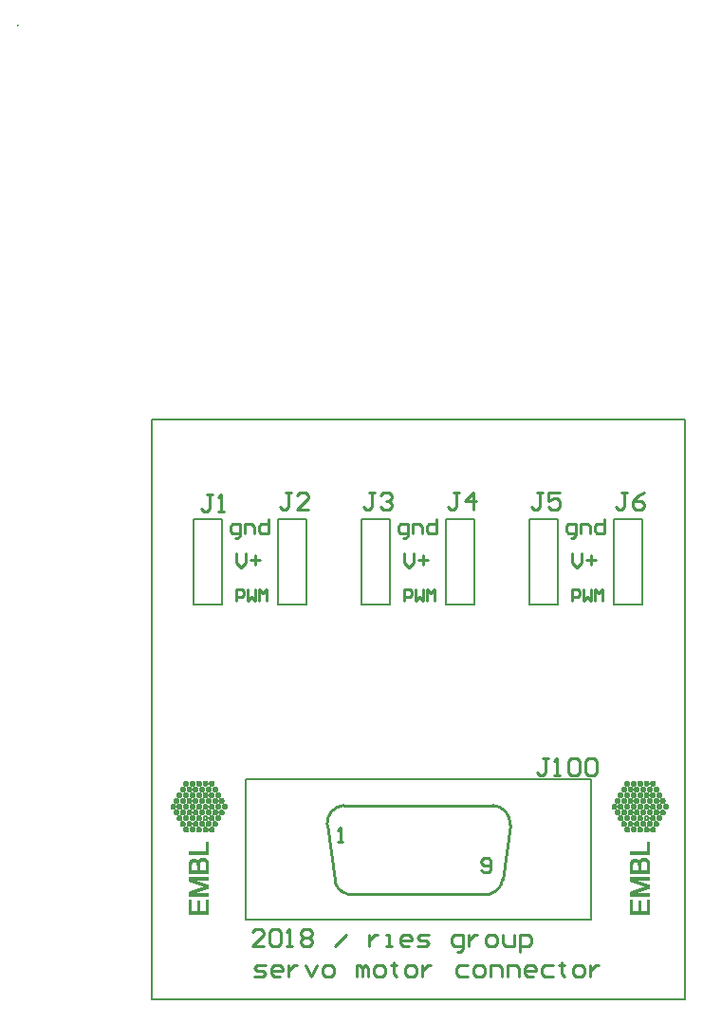
<source format=gto>
G04 Layer_Color=65535*
%FSLAX25Y25*%
%MOIN*%
G70*
G01*
G75*
%ADD11C,0.00250*%
%ADD12C,0.00500*%
%ADD19C,0.01000*%
%ADD20C,0.00787*%
%ADD21C,0.00034*%
D11*
X-47071Y342250D02*
G03*
X-47071Y341750I0J-250D01*
G01*
X-46821Y342000D02*
G03*
X-47321Y342000I-250J0D01*
G01*
D12*
X33091Y77016D02*
X154390D01*
X33091Y27803D02*
Y77016D01*
Y27803D02*
X154390D01*
Y77016D01*
X0Y0D02*
X187500D01*
Y203500D01*
X0D02*
X187500D01*
X0Y0D02*
Y203500D01*
D19*
X67500Y67960D02*
G03*
X61593Y61218I418J-6325D01*
G01*
X64304Y41927D02*
G03*
X68518Y36987I5458J390D01*
G01*
X125887Y61218D02*
G03*
X119980Y67960I-6325J418D01*
G01*
X118962Y36987D02*
G03*
X123176Y41927I-1245J5329D01*
G01*
X68740Y36924D02*
X118740Y36909D01*
X67500Y67975D02*
X119921D01*
X61593Y61218D02*
X64304Y41927D01*
X123176D02*
X125887Y61218D01*
X139499Y84498D02*
X137499D01*
X138499D01*
Y79500D01*
X137499Y78500D01*
X136500D01*
X135500Y79500D01*
X141498Y78500D02*
X143497D01*
X142498D01*
Y84498D01*
X141498Y83498D01*
X146496D02*
X147496Y84498D01*
X149495D01*
X150495Y83498D01*
Y79500D01*
X149495Y78500D01*
X147496D01*
X146496Y79500D01*
Y83498D01*
X152495D02*
X153494Y84498D01*
X155493D01*
X156493Y83498D01*
Y79500D01*
X155493Y78500D01*
X153494D01*
X152495Y79500D01*
Y83498D01*
X21255Y177041D02*
X19255D01*
X20255D01*
Y172043D01*
X19255Y171043D01*
X18256D01*
X17256Y172043D01*
X23254Y171043D02*
X25253D01*
X24254D01*
Y177041D01*
X23254Y176042D01*
X48861Y177734D02*
X46862D01*
X47862D01*
Y172736D01*
X46862Y171736D01*
X45862D01*
X44863Y172736D01*
X54859Y171736D02*
X50861D01*
X54859Y175734D01*
Y176734D01*
X53860Y177734D01*
X51860D01*
X50861Y176734D01*
X78389Y177734D02*
X76389D01*
X77389D01*
Y172736D01*
X76389Y171736D01*
X75390D01*
X74390Y172736D01*
X80388Y176734D02*
X81388Y177734D01*
X83387D01*
X84387Y176734D01*
Y175734D01*
X83387Y174735D01*
X82388D01*
X83387D01*
X84387Y173735D01*
Y172736D01*
X83387Y171736D01*
X81388D01*
X80388Y172736D01*
X107916Y177891D02*
X105917D01*
X106917D01*
Y172893D01*
X105917Y171893D01*
X104917D01*
X103918Y172893D01*
X112915Y171893D02*
Y177891D01*
X109916Y174892D01*
X113915D01*
X137444Y177891D02*
X135445D01*
X136444D01*
Y172893D01*
X135445Y171893D01*
X134445D01*
X133445Y172893D01*
X143442Y177891D02*
X139443D01*
Y174892D01*
X141443Y175892D01*
X142442D01*
X143442Y174892D01*
Y172893D01*
X142442Y171893D01*
X140443D01*
X139443Y172893D01*
X166972Y177891D02*
X164972D01*
X165972D01*
Y172893D01*
X164972Y171893D01*
X163972D01*
X162973Y172893D01*
X172970Y177891D02*
X170970Y176892D01*
X168971Y174892D01*
Y172893D01*
X169971Y171893D01*
X171970D01*
X172970Y172893D01*
Y173893D01*
X171970Y174892D01*
X168971D01*
X88583Y139764D02*
Y143763D01*
X90582D01*
X91249Y143096D01*
Y141763D01*
X90582Y141097D01*
X88583D01*
X92581Y143763D02*
Y139764D01*
X93914Y141097D01*
X95247Y139764D01*
Y143763D01*
X96580Y139764D02*
Y143763D01*
X97913Y142430D01*
X99246Y143763D01*
Y139764D01*
X88583Y156573D02*
Y153241D01*
X90249Y151575D01*
X91915Y153241D01*
Y156573D01*
X93581Y154074D02*
X96913D01*
X95247Y155740D02*
Y152408D01*
X88280Y161720D02*
X89113D01*
X89946Y162553D01*
Y166718D01*
X87447D01*
X86614Y165885D01*
Y164219D01*
X87447Y163386D01*
X89946D01*
X91612D02*
Y166718D01*
X94112D01*
X94945Y165885D01*
Y163386D01*
X99943Y168384D02*
Y163386D01*
X97444D01*
X96611Y164219D01*
Y165885D01*
X97444Y166718D01*
X99943D01*
X29225Y161720D02*
X30058D01*
X30891Y162553D01*
Y166718D01*
X28392D01*
X27559Y165885D01*
Y164219D01*
X28392Y163386D01*
X30891D01*
X32557D02*
Y166718D01*
X35057D01*
X35890Y165885D01*
Y163386D01*
X40888Y168384D02*
Y163386D01*
X38389D01*
X37556Y164219D01*
Y165885D01*
X38389Y166718D01*
X40888D01*
X147638Y156573D02*
Y153241D01*
X149304Y151575D01*
X150970Y153241D01*
Y156573D01*
X152636Y154074D02*
X155968D01*
X154302Y155740D02*
Y152408D01*
X147638Y139764D02*
Y143763D01*
X149637D01*
X150304Y143096D01*
Y141763D01*
X149637Y141097D01*
X147638D01*
X151637Y143763D02*
Y139764D01*
X152969Y141097D01*
X154302Y139764D01*
Y143763D01*
X155635Y139764D02*
Y143763D01*
X156968Y142430D01*
X158301Y143763D01*
Y139764D01*
X39499Y18500D02*
X35500D01*
X39499Y22499D01*
Y23498D01*
X38499Y24498D01*
X36500D01*
X35500Y23498D01*
X41498D02*
X42498Y24498D01*
X44497D01*
X45497Y23498D01*
Y19500D01*
X44497Y18500D01*
X42498D01*
X41498Y19500D01*
Y23498D01*
X47496Y18500D02*
X49496D01*
X48496D01*
Y24498D01*
X47496Y23498D01*
X52495D02*
X53494Y24498D01*
X55493D01*
X56493Y23498D01*
Y22499D01*
X55493Y21499D01*
X56493Y20499D01*
Y19500D01*
X55493Y18500D01*
X53494D01*
X52495Y19500D01*
Y20499D01*
X53494Y21499D01*
X52495Y22499D01*
Y23498D01*
X53494Y21499D02*
X55493D01*
X64491Y18500D02*
X68489Y22499D01*
X76487D02*
Y18500D01*
Y20499D01*
X77486Y21499D01*
X78486Y22499D01*
X79486D01*
X82485Y18500D02*
X84484D01*
X83485D01*
Y22499D01*
X82485D01*
X90482Y18500D02*
X88483D01*
X87483Y19500D01*
Y21499D01*
X88483Y22499D01*
X90482D01*
X91482Y21499D01*
Y20499D01*
X87483D01*
X93481Y18500D02*
X96480D01*
X97480Y19500D01*
X96480Y20499D01*
X94481D01*
X93481Y21499D01*
X94481Y22499D01*
X97480D01*
X107477Y16501D02*
X108476D01*
X109476Y17500D01*
Y22499D01*
X106477D01*
X105477Y21499D01*
Y19500D01*
X106477Y18500D01*
X109476D01*
X111475Y22499D02*
Y18500D01*
Y20499D01*
X112475Y21499D01*
X113475Y22499D01*
X114474D01*
X118473Y18500D02*
X120473D01*
X121472Y19500D01*
Y21499D01*
X120473Y22499D01*
X118473D01*
X117473Y21499D01*
Y19500D01*
X118473Y18500D01*
X123471Y22499D02*
Y19500D01*
X124471Y18500D01*
X127470D01*
Y22499D01*
X129470Y16501D02*
Y22499D01*
X132469D01*
X133468Y21499D01*
Y19500D01*
X132469Y18500D01*
X129470D01*
X35929Y8000D02*
X38928D01*
X39928Y9000D01*
X38928Y9999D01*
X36929D01*
X35929Y10999D01*
X36929Y11999D01*
X39928D01*
X44926Y8000D02*
X42927D01*
X41927Y9000D01*
Y10999D01*
X42927Y11999D01*
X44926D01*
X45926Y10999D01*
Y9999D01*
X41927D01*
X47925Y11999D02*
Y8000D01*
Y9999D01*
X48925Y10999D01*
X49925Y11999D01*
X50924D01*
X53923D02*
X55923Y8000D01*
X57922Y11999D01*
X60921Y8000D02*
X62920D01*
X63920Y9000D01*
Y10999D01*
X62920Y11999D01*
X60921D01*
X59921Y10999D01*
Y9000D01*
X60921Y8000D01*
X71917D02*
Y11999D01*
X72917D01*
X73917Y10999D01*
Y8000D01*
Y10999D01*
X74916Y11999D01*
X75916Y10999D01*
Y8000D01*
X78915D02*
X80915D01*
X81914Y9000D01*
Y10999D01*
X80915Y11999D01*
X78915D01*
X77916Y10999D01*
Y9000D01*
X78915Y8000D01*
X84913Y12998D02*
Y11999D01*
X83914D01*
X85913D01*
X84913D01*
Y9000D01*
X85913Y8000D01*
X89912D02*
X91911D01*
X92911Y9000D01*
Y10999D01*
X91911Y11999D01*
X89912D01*
X88912Y10999D01*
Y9000D01*
X89912Y8000D01*
X94910Y11999D02*
Y8000D01*
Y9999D01*
X95910Y10999D01*
X96909Y11999D01*
X97909D01*
X110905D02*
X107906D01*
X106906Y10999D01*
Y9000D01*
X107906Y8000D01*
X110905D01*
X113904D02*
X115903D01*
X116903Y9000D01*
Y10999D01*
X115903Y11999D01*
X113904D01*
X112904Y10999D01*
Y9000D01*
X113904Y8000D01*
X118902D02*
Y11999D01*
X121901D01*
X122901Y10999D01*
Y8000D01*
X124900D02*
Y11999D01*
X127899D01*
X128899Y10999D01*
Y8000D01*
X133897D02*
X131898D01*
X130898Y9000D01*
Y10999D01*
X131898Y11999D01*
X133897D01*
X134897Y10999D01*
Y9999D01*
X130898D01*
X140895Y11999D02*
X137896D01*
X136897Y10999D01*
Y9000D01*
X137896Y8000D01*
X140895D01*
X143894Y12998D02*
Y11999D01*
X142895D01*
X144894D01*
X143894D01*
Y9000D01*
X144894Y8000D01*
X148893D02*
X150892D01*
X151892Y9000D01*
Y10999D01*
X150892Y11999D01*
X148893D01*
X147893Y10999D01*
Y9000D01*
X148893Y8000D01*
X153891Y11999D02*
Y8000D01*
Y9999D01*
X154891Y10999D01*
X155890Y11999D01*
X156890D01*
X115689Y45270D02*
X116522Y44437D01*
X118188D01*
X119021Y45270D01*
Y48602D01*
X118188Y49435D01*
X116522D01*
X115689Y48602D01*
Y47769D01*
X116522Y46936D01*
X119021D01*
X65492Y55165D02*
X67158D01*
X66325D01*
Y60164D01*
X65492Y59331D01*
X147335Y161877D02*
X148169D01*
X149002Y162710D01*
Y166876D01*
X146502D01*
X145669Y166042D01*
Y164376D01*
X146502Y163543D01*
X149002D01*
X150668D02*
Y166876D01*
X153167D01*
X154000Y166042D01*
Y163543D01*
X158998Y168542D02*
Y163543D01*
X156499D01*
X155666Y164376D01*
Y166042D01*
X156499Y166876D01*
X158998D01*
X29528Y156573D02*
Y153241D01*
X31194Y151575D01*
X32860Y153241D01*
Y156573D01*
X34526Y154074D02*
X37858D01*
X36192Y155740D02*
Y152408D01*
X29528Y139764D02*
Y143763D01*
X31527D01*
X32193Y143096D01*
Y141763D01*
X31527Y141097D01*
X29528D01*
X33526Y143763D02*
Y139764D01*
X34859Y141097D01*
X36192Y139764D01*
Y143763D01*
X37525Y139764D02*
Y143763D01*
X38858Y142430D01*
X40191Y143763D01*
Y139764D01*
D20*
X14685Y138543D02*
X24685D01*
Y168544D01*
X14685D02*
X24685D01*
X14685Y138543D02*
Y168544D01*
X44213Y138386D02*
X54213D01*
Y168386D01*
X44213D02*
X54213D01*
X44213Y138386D02*
Y168386D01*
X73740Y138386D02*
X83740D01*
Y168386D01*
X73740D02*
X83740D01*
X73740Y138386D02*
Y168386D01*
X103268Y138543D02*
X113268D01*
Y168544D01*
X103268D02*
X113268D01*
X103268Y138543D02*
Y168544D01*
X132795Y138543D02*
X142795D01*
Y168544D01*
X132795D02*
X142795D01*
X132795Y138543D02*
Y168544D01*
X162323Y138543D02*
X172323D01*
Y168544D01*
X162323D02*
X172323D01*
X162323Y138543D02*
Y168544D01*
D21*
X161513Y67389D02*
Y67901D01*
X161547Y67287D02*
Y68003D01*
X161582Y67219D02*
Y68071D01*
X161616Y67184D02*
Y68139D01*
X161650Y67116D02*
Y68174D01*
X161684Y67082D02*
Y68208D01*
X161718Y67048D02*
Y68242D01*
X161752Y67014D02*
Y68276D01*
X161786Y66980D02*
Y68310D01*
X161820Y66946D02*
Y68344D01*
X161854Y66946D02*
Y68378D01*
X161889Y66912D02*
Y68378D01*
X161923Y66877D02*
Y68412D01*
X161957Y66877D02*
Y68447D01*
X161991Y66843D02*
Y68447D01*
X162025Y66843D02*
Y68447D01*
X162059Y66843D02*
Y68481D01*
X162093Y66809D02*
Y68481D01*
X162127Y66809D02*
Y68481D01*
X162161Y66809D02*
Y68515D01*
X162196Y66809D02*
Y68515D01*
X162230Y66809D02*
Y68515D01*
X162264Y66775D02*
Y68515D01*
X162298Y66775D02*
Y68515D01*
X162332Y66775D02*
Y68515D01*
X162366Y66775D02*
Y68515D01*
X162400Y66775D02*
Y68515D01*
X162434Y66809D02*
Y68515D01*
X162468Y66809D02*
Y68515D01*
X162503Y66809D02*
Y68515D01*
X162537Y66809D02*
Y68481D01*
X162571Y66809D02*
Y68481D01*
X162605Y66843D02*
Y68481D01*
X162639Y65411D02*
Y65854D01*
Y66843D02*
Y68481D01*
Y69436D02*
Y69879D01*
X162673Y65308D02*
Y65956D01*
Y66843D02*
Y68447D01*
Y69333D02*
Y70016D01*
X162707Y65240D02*
Y66025D01*
Y66877D02*
Y68447D01*
Y69265D02*
Y70084D01*
X162741Y65172D02*
Y66093D01*
Y66877D02*
Y68412D01*
Y69197D02*
Y70118D01*
X162776Y65104D02*
Y66161D01*
Y66912D02*
Y68412D01*
Y69163D02*
Y70186D01*
X162810Y65069D02*
Y66195D01*
Y66912D02*
Y68378D01*
Y69095D02*
Y70220D01*
X162844Y65035D02*
Y66229D01*
Y66946D02*
Y68378D01*
Y69061D02*
Y70254D01*
X162878Y65001D02*
Y66263D01*
Y66980D02*
Y68344D01*
Y69026D02*
Y70289D01*
X162912Y64967D02*
Y66297D01*
Y66980D02*
Y68310D01*
Y68992D02*
Y70323D01*
X162946Y64933D02*
Y66332D01*
Y67014D02*
Y68276D01*
Y68992D02*
Y70357D01*
X162980Y64933D02*
Y66332D01*
Y67048D02*
Y68242D01*
Y68958D02*
Y70391D01*
X163014Y64899D02*
Y66366D01*
Y67116D02*
Y68208D01*
Y68924D02*
Y70391D01*
X163048Y64865D02*
Y66400D01*
Y67150D02*
Y68174D01*
Y68924D02*
Y70425D01*
X163083Y64865D02*
Y66400D01*
Y67184D02*
Y68105D01*
Y68890D02*
Y70459D01*
X163117Y64831D02*
Y66434D01*
Y67253D02*
Y68037D01*
Y68890D02*
Y70459D01*
X163151Y64831D02*
Y66434D01*
Y67355D02*
Y67969D01*
Y68856D02*
Y70459D01*
X163185Y64831D02*
Y66468D01*
Y67457D02*
Y67832D01*
Y68856D02*
Y70493D01*
X163219Y64797D02*
Y66468D01*
Y68856D02*
Y70493D01*
X163253Y64797D02*
Y66468D01*
Y68822D02*
Y70493D01*
X163287Y64797D02*
Y66468D01*
Y68822D02*
Y70527D01*
X163321Y64797D02*
Y66502D01*
Y68822D02*
Y70527D01*
X163355Y64762D02*
Y66502D01*
Y68822D02*
Y70527D01*
X163390Y64762D02*
Y66502D01*
Y68822D02*
Y70527D01*
X163424Y64762D02*
Y66502D01*
Y68822D02*
Y70527D01*
X163458Y64762D02*
Y66502D01*
Y68822D02*
Y70527D01*
X163492Y64762D02*
Y66502D01*
Y68822D02*
Y70527D01*
X163526Y64762D02*
Y66502D01*
Y68822D02*
Y70527D01*
X163560Y64762D02*
Y66502D01*
Y68822D02*
Y70527D01*
X163594Y64762D02*
Y66502D01*
Y68822D02*
Y70527D01*
X163628Y64797D02*
Y66502D01*
Y68822D02*
Y70527D01*
X163662Y64797D02*
Y66468D01*
Y68822D02*
Y70527D01*
X163697Y64797D02*
Y66468D01*
Y68822D02*
Y70493D01*
X163731Y64797D02*
Y66468D01*
Y68856D02*
Y70493D01*
X163765Y63432D02*
Y63807D01*
Y64831D02*
Y66468D01*
Y67457D02*
Y67832D01*
Y68856D02*
Y70493D01*
Y71517D02*
Y71858D01*
X163799Y63296D02*
Y63910D01*
Y64831D02*
Y66434D01*
Y67355D02*
Y67969D01*
Y68856D02*
Y70459D01*
Y71380D02*
Y71994D01*
X163833Y63227D02*
Y64012D01*
Y64831D02*
Y66434D01*
Y67253D02*
Y68037D01*
Y68890D02*
Y70459D01*
Y71312D02*
Y72062D01*
X163867Y63159D02*
Y64080D01*
Y64865D02*
Y66400D01*
Y67219D02*
Y68105D01*
Y68890D02*
Y70459D01*
Y71244D02*
Y72131D01*
X163901Y63125D02*
Y64114D01*
Y64865D02*
Y66400D01*
Y67150D02*
Y68139D01*
Y68924D02*
Y70425D01*
Y71176D02*
Y72199D01*
X163935Y63057D02*
Y64148D01*
Y64899D02*
Y66366D01*
Y67116D02*
Y68208D01*
Y68924D02*
Y70391D01*
Y71141D02*
Y72233D01*
X163969Y63023D02*
Y64217D01*
Y64933D02*
Y66366D01*
Y67048D02*
Y68242D01*
Y68958D02*
Y70391D01*
Y71107D02*
Y72267D01*
X164004Y62989D02*
Y64251D01*
Y64933D02*
Y66332D01*
Y67014D02*
Y68276D01*
Y68992D02*
Y70357D01*
Y71073D02*
Y72301D01*
X164038Y62954D02*
Y64285D01*
Y64967D02*
Y66297D01*
Y67014D02*
Y68310D01*
Y68992D02*
Y70323D01*
Y71039D02*
Y72335D01*
X164072Y62920D02*
Y64285D01*
Y65001D02*
Y66263D01*
Y66980D02*
Y68344D01*
Y69026D02*
Y70289D01*
Y71005D02*
Y72370D01*
X164106Y62920D02*
Y64319D01*
Y65035D02*
Y66229D01*
Y66946D02*
Y68344D01*
Y69061D02*
Y70254D01*
Y70971D02*
Y72404D01*
X164140Y62886D02*
Y64353D01*
Y65069D02*
Y66195D01*
Y66912D02*
Y68378D01*
Y69095D02*
Y70220D01*
Y70971D02*
Y72404D01*
X164174Y62852D02*
Y64353D01*
Y65104D02*
Y66161D01*
Y66912D02*
Y68412D01*
Y69163D02*
Y70186D01*
Y70937D02*
Y72438D01*
X164208Y62852D02*
Y64387D01*
Y65172D02*
Y66093D01*
Y66877D02*
Y68412D01*
Y69197D02*
Y70152D01*
Y70903D02*
Y72472D01*
X164242Y62818D02*
Y64387D01*
Y65240D02*
Y66059D01*
Y66877D02*
Y68447D01*
Y69265D02*
Y70084D01*
Y70903D02*
Y72472D01*
X164276Y62818D02*
Y64421D01*
Y65308D02*
Y65956D01*
Y66843D02*
Y68447D01*
Y69333D02*
Y70016D01*
Y70903D02*
Y72472D01*
X164311Y62818D02*
Y64421D01*
Y65411D02*
Y65854D01*
Y66843D02*
Y68481D01*
Y69436D02*
Y69913D01*
Y70869D02*
Y72506D01*
X164345Y62784D02*
Y64455D01*
Y66843D02*
Y68481D01*
Y70869D02*
Y72506D01*
X164379Y62784D02*
Y64455D01*
Y66809D02*
Y68481D01*
Y70869D02*
Y72506D01*
X164413Y62784D02*
Y64455D01*
Y66809D02*
Y68481D01*
Y70834D02*
Y72540D01*
X164447Y62784D02*
Y64455D01*
Y66809D02*
Y68515D01*
Y70834D02*
Y72540D01*
X164481Y62750D02*
Y64455D01*
Y66809D02*
Y68515D01*
Y70834D02*
Y72540D01*
X164515Y62750D02*
Y64489D01*
Y66809D02*
Y68515D01*
Y70834D02*
Y72540D01*
X164549Y62750D02*
Y64489D01*
Y66775D02*
Y68515D01*
Y70834D02*
Y72540D01*
X164583Y62750D02*
Y64489D01*
Y66775D02*
Y68515D01*
Y70834D02*
Y72540D01*
X164618Y62750D02*
Y64489D01*
Y66775D02*
Y68515D01*
Y70834D02*
Y72540D01*
X164652Y62750D02*
Y64489D01*
Y66775D02*
Y68515D01*
Y70834D02*
Y72540D01*
X164686Y62750D02*
Y64489D01*
Y66775D02*
Y68515D01*
Y70834D02*
Y72540D01*
X164720Y62750D02*
Y64489D01*
Y66809D02*
Y68515D01*
Y70834D02*
Y72540D01*
X164754Y62750D02*
Y64455D01*
Y66809D02*
Y68515D01*
Y70834D02*
Y72540D01*
X164788Y62784D02*
Y64455D01*
Y66809D02*
Y68515D01*
Y70834D02*
Y72540D01*
X164822Y62784D02*
Y64455D01*
Y66809D02*
Y68481D01*
Y70834D02*
Y72540D01*
X164856Y62784D02*
Y64455D01*
Y66809D02*
Y68481D01*
Y70869D02*
Y72506D01*
X164891Y61453D02*
Y61726D01*
Y62784D02*
Y64421D01*
Y65513D02*
Y65786D01*
Y66843D02*
Y68481D01*
Y69538D02*
Y69811D01*
Y70869D02*
Y72506D01*
Y73563D02*
Y73836D01*
X164925Y61317D02*
Y61897D01*
Y62818D02*
Y64421D01*
Y65342D02*
Y65922D01*
Y66843D02*
Y68447D01*
Y69402D02*
Y69947D01*
Y70869D02*
Y72506D01*
Y73427D02*
Y73973D01*
X164959Y61215D02*
Y61965D01*
Y62818D02*
Y64421D01*
Y65274D02*
Y65990D01*
Y66843D02*
Y68447D01*
Y69299D02*
Y70050D01*
Y70903D02*
Y72472D01*
Y73325D02*
Y74075D01*
X164993Y61146D02*
Y62033D01*
Y62852D02*
Y64387D01*
Y65206D02*
Y66059D01*
Y66877D02*
Y68447D01*
Y69231D02*
Y70118D01*
Y70903D02*
Y72472D01*
Y73256D02*
Y74143D01*
X165027Y61112D02*
Y62102D01*
Y62852D02*
Y64387D01*
Y65138D02*
Y66127D01*
Y66877D02*
Y68412D01*
Y69163D02*
Y70152D01*
Y70937D02*
Y72438D01*
Y73222D02*
Y74212D01*
X165061Y61078D02*
Y62136D01*
Y62886D02*
Y64353D01*
Y65104D02*
Y66161D01*
Y66912D02*
Y68378D01*
Y69129D02*
Y70220D01*
Y70937D02*
Y72438D01*
Y73154D02*
Y74246D01*
X165095Y61010D02*
Y62170D01*
Y62886D02*
Y64353D01*
Y65069D02*
Y66229D01*
Y66946D02*
Y68378D01*
Y69095D02*
Y70254D01*
Y70971D02*
Y72404D01*
Y73120D02*
Y74280D01*
X165129Y60976D02*
Y62204D01*
Y62920D02*
Y64319D01*
Y65035D02*
Y66263D01*
Y66946D02*
Y68344D01*
Y69061D02*
Y70289D01*
Y71005D02*
Y72370D01*
Y73086D02*
Y74314D01*
X165163Y60942D02*
Y62238D01*
Y62954D02*
Y64285D01*
Y65001D02*
Y66297D01*
Y66980D02*
Y68310D01*
Y69026D02*
Y70323D01*
Y71005D02*
Y72370D01*
Y73052D02*
Y74348D01*
X165198Y60908D02*
Y62272D01*
Y62989D02*
Y64251D01*
Y64967D02*
Y66297D01*
Y67014D02*
Y68276D01*
Y68992D02*
Y70357D01*
Y71039D02*
Y72335D01*
Y73018D02*
Y74382D01*
X165232Y60908D02*
Y62306D01*
Y63023D02*
Y64217D01*
Y64933D02*
Y66332D01*
Y67048D02*
Y68276D01*
Y68958D02*
Y70357D01*
Y71073D02*
Y72301D01*
Y73018D02*
Y74416D01*
X165266Y60874D02*
Y62340D01*
Y63057D02*
Y64182D01*
Y64899D02*
Y66366D01*
Y67082D02*
Y68208D01*
Y68958D02*
Y70391D01*
Y71107D02*
Y72267D01*
Y72984D02*
Y74416D01*
X165300Y60839D02*
Y62340D01*
Y63091D02*
Y64148D01*
Y64899D02*
Y66366D01*
Y67116D02*
Y68174D01*
Y68924D02*
Y70425D01*
Y71141D02*
Y72233D01*
Y72949D02*
Y74450D01*
X165334Y60839D02*
Y62374D01*
Y63125D02*
Y64114D01*
Y64865D02*
Y66400D01*
Y67184D02*
Y68139D01*
Y68890D02*
Y70425D01*
Y71210D02*
Y72165D01*
Y72949D02*
Y74485D01*
X165368Y60805D02*
Y62374D01*
Y63193D02*
Y64046D01*
Y64865D02*
Y66400D01*
Y67219D02*
Y68071D01*
Y68890D02*
Y70459D01*
Y71278D02*
Y72097D01*
Y72915D02*
Y74485D01*
X165402Y60805D02*
Y62409D01*
Y63261D02*
Y63978D01*
Y64831D02*
Y66434D01*
Y67287D02*
Y68003D01*
Y68856D02*
Y70459D01*
Y71346D02*
Y72028D01*
Y72915D02*
Y74519D01*
X165436Y60771D02*
Y62409D01*
Y63364D02*
Y63875D01*
Y64831D02*
Y66434D01*
Y67389D02*
Y67901D01*
Y68856D02*
Y70493D01*
Y71414D02*
Y71960D01*
Y72881D02*
Y74519D01*
X165470Y60771D02*
Y62409D01*
Y63534D02*
Y63705D01*
Y64797D02*
Y66468D01*
Y67560D02*
Y67730D01*
Y68856D02*
Y70493D01*
Y71619D02*
Y71755D01*
Y72881D02*
Y74519D01*
X165505Y60771D02*
Y62443D01*
Y64797D02*
Y66468D01*
Y68822D02*
Y70493D01*
Y72881D02*
Y74553D01*
X165539Y60771D02*
Y62443D01*
Y64797D02*
Y66468D01*
Y68822D02*
Y70527D01*
Y72847D02*
Y74553D01*
X165573Y60737D02*
Y62443D01*
Y64797D02*
Y66468D01*
Y68822D02*
Y70527D01*
Y72847D02*
Y74553D01*
X165607Y60737D02*
Y62443D01*
Y64797D02*
Y66502D01*
Y68822D02*
Y70527D01*
Y72847D02*
Y74553D01*
X165641Y60737D02*
Y62443D01*
Y64762D02*
Y66502D01*
Y68822D02*
Y70527D01*
Y72847D02*
Y74553D01*
X165675Y60737D02*
Y62443D01*
Y64762D02*
Y66502D01*
Y68822D02*
Y70527D01*
Y72847D02*
Y74553D01*
X165709Y60737D02*
Y62477D01*
Y64762D02*
Y66502D01*
Y68822D02*
Y70527D01*
Y72847D02*
Y74553D01*
X165743Y60737D02*
Y62477D01*
Y64762D02*
Y66502D01*
Y68822D02*
Y70527D01*
Y72847D02*
Y74553D01*
X165777Y60737D02*
Y62477D01*
Y64762D02*
Y66502D01*
Y68822D02*
Y70527D01*
Y72847D02*
Y74553D01*
X165812Y60737D02*
Y62443D01*
Y64762D02*
Y66502D01*
Y68822D02*
Y70527D01*
Y72847D02*
Y74553D01*
X165846Y60737D02*
Y62443D01*
Y64762D02*
Y66502D01*
Y68822D02*
Y70527D01*
Y72847D02*
Y74553D01*
X165880Y60737D02*
Y62443D01*
Y64797D02*
Y66502D01*
Y68822D02*
Y70527D01*
Y72847D02*
Y74553D01*
X165914Y60737D02*
Y62443D01*
Y64797D02*
Y66468D01*
Y68822D02*
Y70527D01*
Y72847D02*
Y74553D01*
X165948Y60771D02*
Y62443D01*
Y64797D02*
Y66468D01*
Y68822D02*
Y70527D01*
Y72847D02*
Y74553D01*
X165982Y60771D02*
Y62443D01*
Y64797D02*
Y66468D01*
Y68822D02*
Y70493D01*
Y72881D02*
Y74553D01*
X166016Y60771D02*
Y62409D01*
Y64797D02*
Y66468D01*
Y68856D02*
Y70493D01*
Y72881D02*
Y74519D01*
X166050Y59338D02*
Y59850D01*
Y60771D02*
Y62409D01*
Y63364D02*
Y63875D01*
Y64831D02*
Y66434D01*
Y67389D02*
Y67901D01*
Y68856D02*
Y70493D01*
Y71448D02*
Y71926D01*
Y72881D02*
Y74519D01*
Y75474D02*
Y75985D01*
X166084Y59236D02*
Y59918D01*
Y60805D02*
Y62409D01*
Y63261D02*
Y63978D01*
Y64831D02*
Y66434D01*
Y67287D02*
Y68003D01*
Y68856D02*
Y70459D01*
Y71346D02*
Y72028D01*
Y72915D02*
Y74519D01*
Y75371D02*
Y76088D01*
X166119Y59168D02*
Y59987D01*
Y60805D02*
Y62374D01*
Y63193D02*
Y64046D01*
Y64865D02*
Y66434D01*
Y67219D02*
Y68071D01*
Y68890D02*
Y70459D01*
Y71278D02*
Y72097D01*
Y72915D02*
Y74485D01*
Y75303D02*
Y76156D01*
X166153Y59100D02*
Y60055D01*
Y60839D02*
Y62374D01*
Y63125D02*
Y64080D01*
Y64865D02*
Y66400D01*
Y67184D02*
Y68139D01*
Y68890D02*
Y70425D01*
Y71210D02*
Y72165D01*
Y72949D02*
Y74485D01*
Y75235D02*
Y76190D01*
X166187Y59066D02*
Y60123D01*
Y60839D02*
Y62340D01*
Y63091D02*
Y64148D01*
Y64899D02*
Y66366D01*
Y67116D02*
Y68174D01*
Y68924D02*
Y70425D01*
Y71176D02*
Y72199D01*
Y72949D02*
Y74450D01*
Y75201D02*
Y76258D01*
X166221Y58997D02*
Y60157D01*
Y60874D02*
Y62340D01*
Y63057D02*
Y64182D01*
Y64899D02*
Y66366D01*
Y67082D02*
Y68208D01*
Y68958D02*
Y70391D01*
Y71107D02*
Y72267D01*
Y72984D02*
Y74416D01*
Y75167D02*
Y76293D01*
X166255Y58963D02*
Y60191D01*
Y60908D02*
Y62306D01*
Y63023D02*
Y64217D01*
Y64933D02*
Y66332D01*
Y67048D02*
Y68242D01*
Y68958D02*
Y70357D01*
Y71073D02*
Y72301D01*
Y73018D02*
Y74416D01*
Y75133D02*
Y76327D01*
X166289Y58929D02*
Y60225D01*
Y60908D02*
Y62272D01*
Y62989D02*
Y64251D01*
Y64967D02*
Y66297D01*
Y67014D02*
Y68276D01*
Y68992D02*
Y70357D01*
Y71039D02*
Y72335D01*
Y73018D02*
Y74382D01*
Y75099D02*
Y76361D01*
X166323Y58929D02*
Y60259D01*
Y60942D02*
Y62238D01*
Y62954D02*
Y64285D01*
Y65001D02*
Y66297D01*
Y66980D02*
Y68310D01*
Y69026D02*
Y70323D01*
Y71005D02*
Y72370D01*
Y73052D02*
Y74348D01*
Y75064D02*
Y76395D01*
X166357Y58895D02*
Y60259D01*
Y60976D02*
Y62204D01*
Y62920D02*
Y64319D01*
Y65001D02*
Y66263D01*
Y66946D02*
Y68344D01*
Y69061D02*
Y70289D01*
Y71005D02*
Y72370D01*
Y73086D02*
Y74314D01*
Y75030D02*
Y76429D01*
X166391Y58861D02*
Y60294D01*
Y61010D02*
Y62170D01*
Y62886D02*
Y64353D01*
Y65069D02*
Y66229D01*
Y66946D02*
Y68378D01*
Y69095D02*
Y70254D01*
Y70971D02*
Y72404D01*
Y73120D02*
Y74280D01*
Y74996D02*
Y76429D01*
X166426Y58827D02*
Y60328D01*
Y61044D02*
Y62136D01*
Y62886D02*
Y64353D01*
Y65104D02*
Y66161D01*
Y66912D02*
Y68378D01*
Y69129D02*
Y70220D01*
Y70937D02*
Y72438D01*
Y73154D02*
Y74246D01*
Y74996D02*
Y76463D01*
X166460Y58827D02*
Y60328D01*
Y61112D02*
Y62102D01*
Y62852D02*
Y64387D01*
Y65138D02*
Y66127D01*
Y66877D02*
Y68412D01*
Y69163D02*
Y70152D01*
Y70937D02*
Y72438D01*
Y73222D02*
Y74212D01*
Y74962D02*
Y76497D01*
X166494Y58793D02*
Y60362D01*
Y61146D02*
Y62033D01*
Y62852D02*
Y64387D01*
Y65206D02*
Y66059D01*
Y66877D02*
Y68447D01*
Y69231D02*
Y70118D01*
Y70903D02*
Y72472D01*
Y73256D02*
Y74143D01*
Y74928D02*
Y76497D01*
X166528Y58793D02*
Y60362D01*
Y61215D02*
Y61965D01*
Y62818D02*
Y64421D01*
Y65274D02*
Y66025D01*
Y66843D02*
Y68447D01*
Y69299D02*
Y70050D01*
Y70903D02*
Y72472D01*
Y73325D02*
Y74075D01*
Y74928D02*
Y76531D01*
X166562Y58758D02*
Y60396D01*
Y61317D02*
Y61897D01*
Y62818D02*
Y64421D01*
Y65342D02*
Y65922D01*
Y66843D02*
Y68447D01*
Y69368D02*
Y69947D01*
Y70869D02*
Y72506D01*
Y73427D02*
Y74007D01*
Y74928D02*
Y76531D01*
X166596Y58758D02*
Y60396D01*
Y61453D02*
Y61760D01*
Y62784D02*
Y64421D01*
Y65479D02*
Y65786D01*
Y66843D02*
Y68481D01*
Y69504D02*
Y69811D01*
Y70869D02*
Y72506D01*
Y73563D02*
Y73870D01*
Y74894D02*
Y76531D01*
X166630Y58758D02*
Y60396D01*
Y62784D02*
Y64455D01*
Y66809D02*
Y68481D01*
Y70869D02*
Y72506D01*
Y74894D02*
Y76565D01*
X166664Y58758D02*
Y60430D01*
Y62784D02*
Y64455D01*
Y66809D02*
Y68481D01*
Y70834D02*
Y72540D01*
Y74894D02*
Y76565D01*
X166699Y58724D02*
Y60430D01*
Y62784D02*
Y64455D01*
Y66809D02*
Y68515D01*
Y70834D02*
Y72540D01*
Y74860D02*
Y76565D01*
X166733Y58724D02*
Y60430D01*
Y62750D02*
Y64455D01*
Y66809D02*
Y68515D01*
Y70834D02*
Y72540D01*
Y74860D02*
Y76565D01*
X166767Y58724D02*
Y60430D01*
Y62750D02*
Y64489D01*
Y66809D02*
Y68515D01*
Y70834D02*
Y72540D01*
Y74860D02*
Y76565D01*
X166801Y58724D02*
Y60430D01*
Y62750D02*
Y64489D01*
Y66775D02*
Y68515D01*
Y70834D02*
Y72540D01*
Y74860D02*
Y76565D01*
X166835Y58724D02*
Y60430D01*
Y62750D02*
Y64489D01*
Y66775D02*
Y68515D01*
Y70834D02*
Y72540D01*
Y74860D02*
Y76565D01*
X166869Y58724D02*
Y60430D01*
Y62750D02*
Y64489D01*
Y66775D02*
Y68515D01*
Y70834D02*
Y72540D01*
Y74860D02*
Y76565D01*
X166903Y58724D02*
Y60430D01*
Y62750D02*
Y64489D01*
Y66775D02*
Y68515D01*
Y70834D02*
Y72540D01*
Y74860D02*
Y76565D01*
X166937Y58724D02*
Y60430D01*
Y62750D02*
Y64489D01*
Y66775D02*
Y68515D01*
Y70834D02*
Y72540D01*
Y74860D02*
Y76565D01*
X166971Y58724D02*
Y60430D01*
Y62750D02*
Y64489D01*
Y66809D02*
Y68515D01*
Y70834D02*
Y72540D01*
Y74860D02*
Y76565D01*
X167006Y58724D02*
Y60430D01*
Y62750D02*
Y64455D01*
Y66809D02*
Y68515D01*
Y70834D02*
Y72540D01*
Y74860D02*
Y76565D01*
X167040Y58724D02*
Y60430D01*
Y62750D02*
Y64455D01*
Y66809D02*
Y68515D01*
Y70834D02*
Y72540D01*
Y74860D02*
Y76565D01*
X167074Y58724D02*
Y60430D01*
Y62784D02*
Y64455D01*
Y66809D02*
Y68481D01*
Y70834D02*
Y72540D01*
Y74894D02*
Y76565D01*
X167108Y58758D02*
Y60430D01*
Y62784D02*
Y64455D01*
Y66809D02*
Y68481D01*
Y70869D02*
Y72506D01*
Y74894D02*
Y76565D01*
X167142Y58758D02*
Y60396D01*
Y62784D02*
Y64455D01*
Y66809D02*
Y68481D01*
Y70869D02*
Y72506D01*
Y74894D02*
Y76565D01*
X167176Y58758D02*
Y60396D01*
Y61385D02*
Y61829D01*
Y62818D02*
Y64421D01*
Y65411D02*
Y65854D01*
Y66843D02*
Y68481D01*
Y69436D02*
Y69879D01*
Y70869D02*
Y72506D01*
Y73495D02*
Y73939D01*
Y74894D02*
Y76531D01*
X167210Y58793D02*
Y60396D01*
Y61283D02*
Y61931D01*
Y62818D02*
Y64421D01*
Y65308D02*
Y65956D01*
Y66843D02*
Y68447D01*
Y69333D02*
Y69982D01*
Y70869D02*
Y72506D01*
Y73393D02*
Y74041D01*
Y74928D02*
Y76531D01*
X167244Y58793D02*
Y60362D01*
Y61181D02*
Y61999D01*
Y62818D02*
Y64387D01*
Y65240D02*
Y66025D01*
Y66877D02*
Y68447D01*
Y69265D02*
Y70084D01*
Y70903D02*
Y72472D01*
Y73291D02*
Y74109D01*
Y74928D02*
Y76497D01*
X167278Y58827D02*
Y60362D01*
Y61146D02*
Y62067D01*
Y62852D02*
Y64387D01*
Y65172D02*
Y66093D01*
Y66877D02*
Y68412D01*
Y69197D02*
Y70118D01*
Y70903D02*
Y72472D01*
Y73256D02*
Y74177D01*
Y74962D02*
Y76497D01*
X167313Y58827D02*
Y60328D01*
Y61078D02*
Y62102D01*
Y62852D02*
Y64353D01*
Y65104D02*
Y66161D01*
Y66912D02*
Y68412D01*
Y69163D02*
Y70186D01*
Y70937D02*
Y72438D01*
Y73188D02*
Y74212D01*
Y74962D02*
Y76463D01*
X167347Y58861D02*
Y60328D01*
Y61044D02*
Y62170D01*
Y62886D02*
Y64353D01*
Y65069D02*
Y66195D01*
Y66912D02*
Y68378D01*
Y69095D02*
Y70220D01*
Y70971D02*
Y72404D01*
Y73154D02*
Y74280D01*
Y74996D02*
Y76463D01*
X167381Y58861D02*
Y60294D01*
Y61010D02*
Y62204D01*
Y62920D02*
Y64319D01*
Y65035D02*
Y66229D01*
Y66946D02*
Y68378D01*
Y69061D02*
Y70254D01*
Y70971D02*
Y72404D01*
Y73120D02*
Y74314D01*
Y74996D02*
Y76429D01*
X167415Y58895D02*
Y60259D01*
Y60976D02*
Y62238D01*
Y62920D02*
Y64285D01*
Y65001D02*
Y66263D01*
Y66980D02*
Y68344D01*
Y69026D02*
Y70289D01*
Y71005D02*
Y72370D01*
Y73086D02*
Y74348D01*
Y75030D02*
Y76395D01*
X167449Y58929D02*
Y60225D01*
Y60942D02*
Y62272D01*
Y62954D02*
Y64285D01*
Y64967D02*
Y66297D01*
Y66980D02*
Y68310D01*
Y68992D02*
Y70323D01*
Y71039D02*
Y72335D01*
Y73052D02*
Y74382D01*
Y75064D02*
Y76395D01*
X167483Y58963D02*
Y60191D01*
Y60908D02*
Y62272D01*
Y62989D02*
Y64251D01*
Y64933D02*
Y66332D01*
Y67014D02*
Y68276D01*
Y68992D02*
Y70357D01*
Y71073D02*
Y72301D01*
Y73018D02*
Y74382D01*
Y75099D02*
Y76361D01*
X167517Y58997D02*
Y60157D01*
Y60874D02*
Y62306D01*
Y63023D02*
Y64217D01*
Y64933D02*
Y66332D01*
Y67048D02*
Y68242D01*
Y68958D02*
Y70391D01*
Y71107D02*
Y72267D01*
Y72984D02*
Y74416D01*
Y75133D02*
Y76327D01*
X167551Y59031D02*
Y60123D01*
Y60874D02*
Y62340D01*
Y63057D02*
Y64182D01*
Y64899D02*
Y66366D01*
Y67116D02*
Y68208D01*
Y68924D02*
Y70391D01*
Y71141D02*
Y72233D01*
Y72984D02*
Y74450D01*
Y75167D02*
Y76258D01*
X167585Y59066D02*
Y60089D01*
Y60839D02*
Y62340D01*
Y63125D02*
Y64114D01*
Y64865D02*
Y66400D01*
Y67150D02*
Y68174D01*
Y68924D02*
Y70425D01*
Y71176D02*
Y72199D01*
Y72949D02*
Y74450D01*
Y75201D02*
Y76224D01*
X167620Y59134D02*
Y60021D01*
Y60839D02*
Y62374D01*
Y63159D02*
Y64080D01*
Y64865D02*
Y66400D01*
Y67184D02*
Y68105D01*
Y68890D02*
Y70459D01*
Y71244D02*
Y72131D01*
Y72915D02*
Y74485D01*
Y75269D02*
Y76190D01*
X167654Y59202D02*
Y59987D01*
Y60805D02*
Y62374D01*
Y63227D02*
Y64012D01*
Y64831D02*
Y66434D01*
Y67253D02*
Y68037D01*
Y68890D02*
Y70459D01*
Y71312D02*
Y72062D01*
Y72915D02*
Y74485D01*
Y75337D02*
Y76122D01*
X167688Y59270D02*
Y59884D01*
Y60805D02*
Y62409D01*
Y63296D02*
Y63944D01*
Y64831D02*
Y66434D01*
Y67355D02*
Y67969D01*
Y68856D02*
Y70459D01*
Y71380D02*
Y71994D01*
Y72915D02*
Y74519D01*
Y75406D02*
Y76020D01*
X167722Y59373D02*
Y59782D01*
Y60771D02*
Y62409D01*
Y63432D02*
Y63807D01*
Y64831D02*
Y66468D01*
Y67457D02*
Y67832D01*
Y68856D02*
Y70493D01*
Y71483D02*
Y71892D01*
Y72881D02*
Y74519D01*
Y75542D02*
Y75917D01*
X167756Y60771D02*
Y62443D01*
Y64797D02*
Y66468D01*
Y68856D02*
Y70493D01*
Y72881D02*
Y74519D01*
X167790Y60771D02*
Y62443D01*
Y64797D02*
Y66468D01*
Y68822D02*
Y70493D01*
Y72881D02*
Y74553D01*
X167824Y60737D02*
Y62443D01*
Y64797D02*
Y66468D01*
Y68822D02*
Y70527D01*
Y72847D02*
Y74553D01*
X167858Y60737D02*
Y62443D01*
Y64797D02*
Y66502D01*
Y68822D02*
Y70527D01*
Y72847D02*
Y74553D01*
X167892Y60737D02*
Y62443D01*
Y64762D02*
Y66502D01*
Y68822D02*
Y70527D01*
Y72847D02*
Y74553D01*
X167927Y60737D02*
Y62443D01*
Y64762D02*
Y66502D01*
Y68822D02*
Y70527D01*
Y72847D02*
Y74553D01*
X167961Y60737D02*
Y62477D01*
Y64762D02*
Y66502D01*
Y68822D02*
Y70527D01*
Y72847D02*
Y74553D01*
X167995Y29967D02*
Y34777D01*
Y36346D02*
Y37608D01*
Y41463D02*
Y42725D01*
Y44329D02*
Y47638D01*
Y50810D02*
Y51731D01*
Y60737D02*
Y62477D01*
Y64762D02*
Y66502D01*
Y68822D02*
Y70527D01*
Y72847D02*
Y74553D01*
X168029Y29967D02*
Y34777D01*
Y36346D02*
Y37642D01*
Y41463D02*
Y42725D01*
Y44329D02*
Y47842D01*
Y50810D02*
Y51731D01*
Y60737D02*
Y62477D01*
Y64762D02*
Y66502D01*
Y68822D02*
Y70527D01*
Y72847D02*
Y74553D01*
X168063Y29967D02*
Y34777D01*
Y36346D02*
Y37642D01*
Y41429D02*
Y42725D01*
Y44329D02*
Y47979D01*
Y50810D02*
Y51731D01*
Y60737D02*
Y62477D01*
Y64762D02*
Y66502D01*
Y68822D02*
Y70527D01*
Y72847D02*
Y74553D01*
X168097Y29967D02*
Y34777D01*
Y36346D02*
Y37642D01*
Y41429D02*
Y42725D01*
Y44329D02*
Y48115D01*
Y50810D02*
Y51731D01*
Y60737D02*
Y62443D01*
Y64762D02*
Y66502D01*
Y68822D02*
Y70527D01*
Y72847D02*
Y74553D01*
X168131Y29967D02*
Y34777D01*
Y36346D02*
Y37677D01*
Y41429D02*
Y42725D01*
Y44329D02*
Y48183D01*
Y50810D02*
Y51731D01*
Y60737D02*
Y62443D01*
Y64762D02*
Y66502D01*
Y68822D02*
Y70527D01*
Y72847D02*
Y74553D01*
X168165Y29967D02*
Y34777D01*
Y36346D02*
Y37677D01*
Y41395D02*
Y42725D01*
Y44329D02*
Y48286D01*
Y50810D02*
Y51731D01*
Y60737D02*
Y62443D01*
Y64797D02*
Y66502D01*
Y68822D02*
Y70527D01*
Y72847D02*
Y74553D01*
X168199Y29967D02*
Y34777D01*
Y36346D02*
Y37711D01*
Y41395D02*
Y42725D01*
Y44329D02*
Y48354D01*
Y50810D02*
Y51731D01*
Y60737D02*
Y62443D01*
Y64797D02*
Y66468D01*
Y68822D02*
Y70527D01*
Y72847D02*
Y74553D01*
X168234Y29967D02*
Y34777D01*
Y36346D02*
Y37711D01*
Y41361D02*
Y42725D01*
Y44329D02*
Y48422D01*
Y50810D02*
Y51731D01*
Y60771D02*
Y62443D01*
Y64797D02*
Y66468D01*
Y68822D02*
Y70493D01*
Y72881D02*
Y74553D01*
X168268Y29967D02*
Y34777D01*
Y36346D02*
Y37711D01*
Y41361D02*
Y42725D01*
Y44329D02*
Y48456D01*
Y50810D02*
Y51731D01*
Y60771D02*
Y62443D01*
Y64797D02*
Y66468D01*
Y68856D02*
Y70493D01*
Y72881D02*
Y74519D01*
X168302Y29967D02*
Y34777D01*
Y36346D02*
Y37745D01*
Y41361D02*
Y42725D01*
Y44329D02*
Y48524D01*
Y50810D02*
Y51731D01*
Y59407D02*
Y59782D01*
Y60771D02*
Y62409D01*
Y63432D02*
Y63807D01*
Y64831D02*
Y66468D01*
Y67457D02*
Y67832D01*
Y68856D02*
Y70493D01*
Y71517D02*
Y71858D01*
Y72881D02*
Y74519D01*
Y75542D02*
Y75917D01*
X168336Y29967D02*
Y34777D01*
Y36346D02*
Y37745D01*
Y41327D02*
Y42725D01*
Y44329D02*
Y48559D01*
Y50810D02*
Y51731D01*
Y59270D02*
Y59884D01*
Y60805D02*
Y62409D01*
Y63296D02*
Y63910D01*
Y64831D02*
Y66434D01*
Y67355D02*
Y67969D01*
Y68856D02*
Y70459D01*
Y71380D02*
Y71994D01*
Y72915D02*
Y74519D01*
Y75406D02*
Y76020D01*
X168370Y29967D02*
Y34777D01*
Y36346D02*
Y37779D01*
Y41327D02*
Y42725D01*
Y44329D02*
Y48593D01*
Y50810D02*
Y51731D01*
Y59202D02*
Y59952D01*
Y60805D02*
Y62374D01*
Y63227D02*
Y64012D01*
Y64831D02*
Y66434D01*
Y67253D02*
Y68037D01*
Y68890D02*
Y70459D01*
Y71312D02*
Y72062D01*
Y72915D02*
Y74485D01*
Y75337D02*
Y76122D01*
X168404Y29967D02*
Y34777D01*
Y36346D02*
Y37779D01*
Y41293D02*
Y42725D01*
Y44329D02*
Y48661D01*
Y50810D02*
Y51731D01*
Y59134D02*
Y60021D01*
Y60839D02*
Y62374D01*
Y63159D02*
Y64080D01*
Y64865D02*
Y66400D01*
Y67219D02*
Y68105D01*
Y68890D02*
Y70459D01*
Y71244D02*
Y72131D01*
Y72915D02*
Y74485D01*
Y75269D02*
Y76156D01*
X168438Y29967D02*
Y34777D01*
Y36346D02*
Y37779D01*
Y41293D02*
Y42725D01*
Y44329D02*
Y48695D01*
Y50810D02*
Y51731D01*
Y59066D02*
Y60089D01*
Y60839D02*
Y62340D01*
Y63125D02*
Y64114D01*
Y64865D02*
Y66400D01*
Y67150D02*
Y68139D01*
Y68924D02*
Y70425D01*
Y71176D02*
Y72199D01*
Y72949D02*
Y74450D01*
Y75235D02*
Y76224D01*
X168472Y29967D02*
Y34777D01*
Y36346D02*
Y37813D01*
Y41293D02*
Y42725D01*
Y44329D02*
Y48729D01*
Y50810D02*
Y51731D01*
Y59031D02*
Y60123D01*
Y60874D02*
Y62340D01*
Y63057D02*
Y64148D01*
Y64899D02*
Y66366D01*
Y67116D02*
Y68208D01*
Y68924D02*
Y70391D01*
Y71141D02*
Y72233D01*
Y72984D02*
Y74450D01*
Y75167D02*
Y76258D01*
X168506Y29967D02*
Y34777D01*
Y36346D02*
Y37813D01*
Y41258D02*
Y42725D01*
Y44329D02*
Y48763D01*
Y50810D02*
Y51731D01*
Y58997D02*
Y60157D01*
Y60874D02*
Y62306D01*
Y63023D02*
Y64217D01*
Y64933D02*
Y66366D01*
Y67048D02*
Y68242D01*
Y68958D02*
Y70391D01*
Y71107D02*
Y72267D01*
Y72984D02*
Y74416D01*
Y75133D02*
Y76327D01*
X168541Y29967D02*
Y34777D01*
Y36346D02*
Y37847D01*
Y41258D02*
Y42725D01*
Y44329D02*
Y48797D01*
Y50810D02*
Y51731D01*
Y58963D02*
Y60191D01*
Y60908D02*
Y62306D01*
Y62989D02*
Y64251D01*
Y64933D02*
Y66332D01*
Y67014D02*
Y68276D01*
Y68992D02*
Y70357D01*
Y71073D02*
Y72301D01*
Y73018D02*
Y74382D01*
Y75099D02*
Y76361D01*
X168575Y29967D02*
Y34777D01*
Y36346D02*
Y37847D01*
Y41224D02*
Y42725D01*
Y44329D02*
Y48797D01*
Y50810D02*
Y51731D01*
Y58929D02*
Y60225D01*
Y60942D02*
Y62272D01*
Y62954D02*
Y64285D01*
Y64967D02*
Y66297D01*
Y67014D02*
Y68310D01*
Y68992D02*
Y70323D01*
Y71039D02*
Y72335D01*
Y73052D02*
Y74382D01*
Y75064D02*
Y76361D01*
X168609Y29967D02*
Y34777D01*
Y36346D02*
Y37847D01*
Y41224D02*
Y42725D01*
Y44329D02*
Y48832D01*
Y50810D02*
Y51731D01*
Y58895D02*
Y60259D01*
Y60976D02*
Y62238D01*
Y62920D02*
Y64285D01*
Y65001D02*
Y66263D01*
Y66980D02*
Y68344D01*
Y69026D02*
Y70289D01*
Y71005D02*
Y72370D01*
Y73086D02*
Y74348D01*
Y75030D02*
Y76395D01*
X168643Y29967D02*
Y34777D01*
Y36346D02*
Y37881D01*
Y41224D02*
Y42725D01*
Y44329D02*
Y48866D01*
Y50810D02*
Y51731D01*
Y58861D02*
Y60294D01*
Y61010D02*
Y62204D01*
Y62920D02*
Y64319D01*
Y65035D02*
Y66229D01*
Y66946D02*
Y68344D01*
Y69061D02*
Y70254D01*
Y70971D02*
Y72404D01*
Y73120D02*
Y74314D01*
Y75030D02*
Y76429D01*
X168677Y29967D02*
Y34777D01*
Y36346D02*
Y37881D01*
Y41190D02*
Y42725D01*
Y44329D02*
Y48900D01*
Y50810D02*
Y51731D01*
Y58861D02*
Y60328D01*
Y61044D02*
Y62170D01*
Y62886D02*
Y64353D01*
Y65069D02*
Y66195D01*
Y66912D02*
Y68378D01*
Y69095D02*
Y70220D01*
Y70971D02*
Y72404D01*
Y73154D02*
Y74280D01*
Y74996D02*
Y76463D01*
X168711Y29967D02*
Y34777D01*
Y36346D02*
Y37881D01*
Y41190D02*
Y42725D01*
Y44329D02*
Y48900D01*
Y50810D02*
Y51731D01*
Y58827D02*
Y60328D01*
Y61078D02*
Y62102D01*
Y62852D02*
Y64353D01*
Y65104D02*
Y66161D01*
Y66912D02*
Y68412D01*
Y69163D02*
Y70186D01*
Y70937D02*
Y72438D01*
Y73188D02*
Y74212D01*
Y74962D02*
Y76463D01*
X168745Y29967D02*
Y34777D01*
Y36346D02*
Y37915D01*
Y41190D02*
Y42725D01*
Y44329D02*
Y48934D01*
Y50810D02*
Y51731D01*
Y58827D02*
Y60362D01*
Y61146D02*
Y62067D01*
Y62852D02*
Y64387D01*
Y65172D02*
Y66093D01*
Y66877D02*
Y68412D01*
Y69197D02*
Y70152D01*
Y70903D02*
Y72472D01*
Y73222D02*
Y74177D01*
Y74962D02*
Y76497D01*
X168779Y29967D02*
Y34777D01*
Y36346D02*
Y37915D01*
Y41156D02*
Y42725D01*
Y44329D02*
Y45182D01*
Y47024D02*
Y48934D01*
Y50810D02*
Y51731D01*
Y58793D02*
Y60362D01*
Y61181D02*
Y61999D01*
Y62818D02*
Y64387D01*
Y65240D02*
Y66059D01*
Y66877D02*
Y68447D01*
Y69265D02*
Y70084D01*
Y70903D02*
Y72472D01*
Y73291D02*
Y74109D01*
Y74928D02*
Y76497D01*
X168814Y29967D02*
Y34777D01*
Y36346D02*
Y37949D01*
Y41156D02*
Y42725D01*
Y44329D02*
Y45182D01*
Y47399D02*
Y48968D01*
Y50810D02*
Y51731D01*
Y58793D02*
Y60396D01*
Y61249D02*
Y61931D01*
Y62818D02*
Y64421D01*
Y65308D02*
Y65956D01*
Y66843D02*
Y68447D01*
Y69333D02*
Y70016D01*
Y70903D02*
Y72472D01*
Y73359D02*
Y74041D01*
Y74928D02*
Y76531D01*
X168848Y29967D02*
Y30820D01*
Y36346D02*
Y37949D01*
Y41156D02*
Y42725D01*
Y44329D02*
Y45182D01*
Y47569D02*
Y49002D01*
Y50810D02*
Y51731D01*
Y58758D02*
Y60396D01*
Y61351D02*
Y61829D01*
Y62818D02*
Y64421D01*
Y65411D02*
Y65854D01*
Y66843D02*
Y68481D01*
Y69436D02*
Y69913D01*
Y70869D02*
Y72506D01*
Y73461D02*
Y73939D01*
Y74894D02*
Y76531D01*
X168882Y29967D02*
Y30820D01*
Y36346D02*
Y37949D01*
Y41122D02*
Y42725D01*
Y44329D02*
Y45182D01*
Y47672D02*
Y49002D01*
Y50810D02*
Y51731D01*
Y58758D02*
Y60396D01*
Y62784D02*
Y64455D01*
Y66843D02*
Y68481D01*
Y70869D02*
Y72506D01*
Y74894D02*
Y76531D01*
X168916Y29967D02*
Y30820D01*
Y36346D02*
Y37984D01*
Y41122D02*
Y42725D01*
Y44329D02*
Y45182D01*
Y47774D02*
Y49002D01*
Y50810D02*
Y51731D01*
Y58758D02*
Y60430D01*
Y62784D02*
Y64455D01*
Y66809D02*
Y68481D01*
Y70869D02*
Y72506D01*
Y74894D02*
Y76565D01*
X168950Y29967D02*
Y30820D01*
Y36346D02*
Y37984D01*
Y41122D02*
Y42725D01*
Y44329D02*
Y45182D01*
Y47842D02*
Y49036D01*
Y50810D02*
Y51731D01*
Y58724D02*
Y60430D01*
Y62784D02*
Y64455D01*
Y66809D02*
Y68481D01*
Y70834D02*
Y72540D01*
Y74894D02*
Y76565D01*
X168984Y29967D02*
Y30820D01*
Y36346D02*
Y37984D01*
Y41088D02*
Y42725D01*
Y44329D02*
Y45182D01*
Y47910D02*
Y49036D01*
Y50810D02*
Y51731D01*
Y58724D02*
Y60430D01*
Y62784D02*
Y64455D01*
Y66809D02*
Y68515D01*
Y70834D02*
Y72540D01*
Y74860D02*
Y76565D01*
X169018Y29967D02*
Y30820D01*
Y36346D02*
Y38018D01*
Y41088D02*
Y42725D01*
Y44329D02*
Y45182D01*
Y47979D02*
Y49070D01*
Y50810D02*
Y51731D01*
Y58724D02*
Y60430D01*
Y62750D02*
Y64455D01*
Y66809D02*
Y68515D01*
Y70834D02*
Y72540D01*
Y74860D02*
Y76565D01*
X169052Y29967D02*
Y30820D01*
Y36346D02*
Y38018D01*
Y41088D02*
Y42725D01*
Y44329D02*
Y45182D01*
Y48013D02*
Y49070D01*
Y50810D02*
Y51731D01*
Y58724D02*
Y60430D01*
Y62750D02*
Y64489D01*
Y66809D02*
Y68515D01*
Y70834D02*
Y72540D01*
Y74860D02*
Y76565D01*
X169086Y29967D02*
Y30820D01*
Y36346D02*
Y38018D01*
Y41054D02*
Y42725D01*
Y44329D02*
Y45182D01*
Y48047D02*
Y49070D01*
Y50810D02*
Y51731D01*
Y58724D02*
Y60430D01*
Y62750D02*
Y64489D01*
Y66775D02*
Y68515D01*
Y70834D02*
Y72540D01*
Y74860D02*
Y76565D01*
X169121Y29967D02*
Y30820D01*
Y36346D02*
Y38052D01*
Y41054D02*
Y42725D01*
Y44329D02*
Y45182D01*
Y48081D02*
Y49104D01*
Y50810D02*
Y51731D01*
Y58724D02*
Y60430D01*
Y62750D02*
Y64489D01*
Y66775D02*
Y68515D01*
Y70834D02*
Y72540D01*
Y74860D02*
Y76565D01*
X169155Y29967D02*
Y30820D01*
Y36346D02*
Y38052D01*
Y41054D02*
Y42725D01*
Y44329D02*
Y45182D01*
Y48115D02*
Y49104D01*
Y50810D02*
Y51731D01*
Y58724D02*
Y60430D01*
Y62750D02*
Y64489D01*
Y66775D02*
Y68515D01*
Y70834D02*
Y72540D01*
Y74860D02*
Y76565D01*
X169189Y29967D02*
Y30820D01*
Y36346D02*
Y38052D01*
Y41020D02*
Y42725D01*
Y44329D02*
Y45182D01*
Y48149D02*
Y49104D01*
Y50810D02*
Y51731D01*
Y58724D02*
Y60430D01*
Y62750D02*
Y64489D01*
Y66775D02*
Y68515D01*
Y70834D02*
Y72540D01*
Y74860D02*
Y76565D01*
X169223Y29967D02*
Y30820D01*
Y36346D02*
Y38086D01*
Y41020D02*
Y42725D01*
Y44329D02*
Y45182D01*
Y48183D02*
Y49104D01*
Y50810D02*
Y51731D01*
Y58724D02*
Y60430D01*
Y62750D02*
Y64489D01*
Y66775D02*
Y68515D01*
Y70834D02*
Y72540D01*
Y74860D02*
Y76565D01*
X169257Y29967D02*
Y30820D01*
Y36346D02*
Y37199D01*
Y37233D02*
Y38086D01*
Y41020D02*
Y41838D01*
Y41873D02*
Y42725D01*
Y44329D02*
Y45182D01*
Y48183D02*
Y49139D01*
Y50810D02*
Y51731D01*
Y58724D02*
Y60430D01*
Y62750D02*
Y64489D01*
Y66809D02*
Y68515D01*
Y70834D02*
Y72540D01*
Y74860D02*
Y76565D01*
X169291Y29967D02*
Y30820D01*
Y36346D02*
Y37199D01*
Y37233D02*
Y38086D01*
Y40986D02*
Y41838D01*
Y41873D02*
Y42725D01*
Y44329D02*
Y45182D01*
Y48217D02*
Y49139D01*
Y50810D02*
Y51731D01*
Y58724D02*
Y60430D01*
Y62750D02*
Y64455D01*
Y66809D02*
Y68515D01*
Y70834D02*
Y72540D01*
Y74860D02*
Y76565D01*
X169325Y29967D02*
Y30820D01*
Y36346D02*
Y37199D01*
Y37233D02*
Y38120D01*
Y40986D02*
Y41838D01*
Y41873D02*
Y42725D01*
Y44329D02*
Y45182D01*
Y48252D02*
Y49139D01*
Y50810D02*
Y51731D01*
Y58724D02*
Y60430D01*
Y62784D02*
Y64455D01*
Y66809D02*
Y68515D01*
Y70834D02*
Y72540D01*
Y74860D02*
Y76565D01*
X169359Y29967D02*
Y30820D01*
Y36346D02*
Y37199D01*
Y37267D02*
Y38120D01*
Y40986D02*
Y41804D01*
Y41873D02*
Y42725D01*
Y44329D02*
Y45182D01*
Y48252D02*
Y49139D01*
Y50810D02*
Y51731D01*
Y58724D02*
Y60430D01*
Y62784D02*
Y64455D01*
Y66809D02*
Y68481D01*
Y70834D02*
Y72540D01*
Y74894D02*
Y76565D01*
X169393Y29967D02*
Y30820D01*
Y36346D02*
Y37199D01*
Y37267D02*
Y38120D01*
Y40951D02*
Y41804D01*
Y41873D02*
Y42725D01*
Y44329D02*
Y45182D01*
Y48252D02*
Y49139D01*
Y50810D02*
Y51731D01*
Y58758D02*
Y60396D01*
Y62784D02*
Y64455D01*
Y66809D02*
Y68481D01*
Y70869D02*
Y72506D01*
Y74894D02*
Y76565D01*
X169428Y29967D02*
Y30820D01*
Y36346D02*
Y37199D01*
Y37267D02*
Y38154D01*
Y40951D02*
Y41804D01*
Y41873D02*
Y42725D01*
Y44329D02*
Y45182D01*
Y48286D02*
Y49139D01*
Y50810D02*
Y51731D01*
Y58758D02*
Y60396D01*
Y61453D02*
Y61726D01*
Y62784D02*
Y64421D01*
Y65513D02*
Y65786D01*
Y66843D02*
Y68481D01*
Y69538D02*
Y69811D01*
Y70869D02*
Y72506D01*
Y73563D02*
Y73836D01*
Y74894D02*
Y76531D01*
X169462Y29967D02*
Y30820D01*
Y36346D02*
Y37199D01*
Y37301D02*
Y38154D01*
Y40951D02*
Y41770D01*
Y41873D02*
Y42725D01*
Y44329D02*
Y45182D01*
Y48286D02*
Y49173D01*
Y50810D02*
Y51731D01*
Y58758D02*
Y60396D01*
Y61317D02*
Y61897D01*
Y62818D02*
Y64421D01*
Y65342D02*
Y65922D01*
Y66843D02*
Y68447D01*
Y69402D02*
Y69947D01*
Y70869D02*
Y72506D01*
Y73427D02*
Y73973D01*
Y74928D02*
Y76531D01*
X169496Y29967D02*
Y30820D01*
Y36346D02*
Y37199D01*
Y37301D02*
Y38154D01*
Y40917D02*
Y41770D01*
Y41873D02*
Y42725D01*
Y44329D02*
Y45182D01*
Y48286D02*
Y49173D01*
Y50810D02*
Y51731D01*
Y58793D02*
Y60362D01*
Y61215D02*
Y61965D01*
Y62818D02*
Y64421D01*
Y65274D02*
Y65990D01*
Y66843D02*
Y68447D01*
Y69299D02*
Y70050D01*
Y70903D02*
Y72472D01*
Y73325D02*
Y74075D01*
Y74928D02*
Y76531D01*
X169530Y29967D02*
Y30820D01*
Y36346D02*
Y37199D01*
Y37301D02*
Y38188D01*
Y40917D02*
Y41770D01*
Y41873D02*
Y42725D01*
Y44329D02*
Y45182D01*
Y48320D02*
Y49173D01*
Y50810D02*
Y51731D01*
Y58793D02*
Y60362D01*
Y61181D02*
Y62033D01*
Y62852D02*
Y64387D01*
Y65206D02*
Y66059D01*
Y66877D02*
Y68447D01*
Y69231D02*
Y70118D01*
Y70903D02*
Y72472D01*
Y73256D02*
Y74143D01*
Y74928D02*
Y76497D01*
X169564Y29967D02*
Y30820D01*
Y36346D02*
Y37199D01*
Y37336D02*
Y38188D01*
Y40917D02*
Y41736D01*
Y41873D02*
Y42725D01*
Y44329D02*
Y45182D01*
Y48320D02*
Y49173D01*
Y50810D02*
Y51731D01*
Y58827D02*
Y60328D01*
Y61112D02*
Y62102D01*
Y62852D02*
Y64387D01*
Y65138D02*
Y66127D01*
Y66877D02*
Y68412D01*
Y69163D02*
Y70152D01*
Y70937D02*
Y72438D01*
Y73222D02*
Y74212D01*
Y74962D02*
Y76497D01*
X169598Y29967D02*
Y30820D01*
Y36346D02*
Y37199D01*
Y37336D02*
Y38188D01*
Y40883D02*
Y41736D01*
Y41873D02*
Y42725D01*
Y44329D02*
Y45182D01*
Y48320D02*
Y49173D01*
Y50810D02*
Y51731D01*
Y58827D02*
Y60328D01*
Y61078D02*
Y62136D01*
Y62886D02*
Y64353D01*
Y65104D02*
Y66161D01*
Y66912D02*
Y68378D01*
Y69129D02*
Y70220D01*
Y70937D02*
Y72438D01*
Y73154D02*
Y74246D01*
Y74996D02*
Y76463D01*
X169632Y29967D02*
Y30820D01*
Y36346D02*
Y37199D01*
Y37336D02*
Y38222D01*
Y40883D02*
Y41736D01*
Y41873D02*
Y42725D01*
Y44329D02*
Y45182D01*
Y48320D02*
Y49173D01*
Y50810D02*
Y51731D01*
Y58861D02*
Y60294D01*
Y61010D02*
Y62170D01*
Y62886D02*
Y64353D01*
Y65069D02*
Y66195D01*
Y66946D02*
Y68378D01*
Y69095D02*
Y70254D01*
Y70971D02*
Y72404D01*
Y73120D02*
Y74280D01*
Y74996D02*
Y76429D01*
X169666Y29967D02*
Y30820D01*
Y36346D02*
Y37199D01*
Y37370D02*
Y38222D01*
Y40883D02*
Y41702D01*
Y41873D02*
Y42725D01*
Y44329D02*
Y45182D01*
Y48320D02*
Y49173D01*
Y50810D02*
Y51731D01*
Y58895D02*
Y60294D01*
Y60976D02*
Y62204D01*
Y62920D02*
Y64319D01*
Y65035D02*
Y66263D01*
Y66946D02*
Y68344D01*
Y69061D02*
Y70289D01*
Y71005D02*
Y72370D01*
Y73086D02*
Y74314D01*
Y75030D02*
Y76429D01*
X169700Y29967D02*
Y30820D01*
Y36346D02*
Y37199D01*
Y37370D02*
Y38222D01*
Y40849D02*
Y41702D01*
Y41873D02*
Y42725D01*
Y44329D02*
Y45182D01*
Y48320D02*
Y49173D01*
Y50810D02*
Y51731D01*
Y58895D02*
Y60259D01*
Y60942D02*
Y62238D01*
Y62954D02*
Y64285D01*
Y65001D02*
Y66297D01*
Y66980D02*
Y68310D01*
Y69026D02*
Y70323D01*
Y71005D02*
Y72370D01*
Y73052D02*
Y74348D01*
Y75064D02*
Y76395D01*
X169735Y29967D02*
Y30820D01*
Y36346D02*
Y37199D01*
Y37370D02*
Y38256D01*
Y40849D02*
Y41702D01*
Y41873D02*
Y42725D01*
Y44329D02*
Y45182D01*
Y48320D02*
Y49173D01*
Y50810D02*
Y51731D01*
Y58929D02*
Y60225D01*
Y60908D02*
Y62272D01*
Y62989D02*
Y64251D01*
Y64967D02*
Y66297D01*
Y67014D02*
Y68310D01*
Y68992D02*
Y70357D01*
Y71039D02*
Y72335D01*
Y73018D02*
Y74382D01*
Y75064D02*
Y76361D01*
X169769Y29967D02*
Y30820D01*
Y36346D02*
Y37199D01*
Y37404D02*
Y38256D01*
Y40849D02*
Y41668D01*
Y41873D02*
Y42725D01*
Y44329D02*
Y45182D01*
Y48320D02*
Y49173D01*
Y50810D02*
Y51731D01*
Y58963D02*
Y60191D01*
Y60908D02*
Y62306D01*
Y63023D02*
Y64217D01*
Y64933D02*
Y66332D01*
Y67048D02*
Y68276D01*
Y68958D02*
Y70357D01*
Y71073D02*
Y72301D01*
Y73018D02*
Y74416D01*
Y75099D02*
Y76327D01*
X169803Y29967D02*
Y30820D01*
Y36346D02*
Y37199D01*
Y37404D02*
Y38256D01*
Y40815D02*
Y41668D01*
Y41873D02*
Y42725D01*
Y44329D02*
Y45182D01*
Y48320D02*
Y49173D01*
Y50810D02*
Y51731D01*
Y58997D02*
Y60157D01*
Y60874D02*
Y62340D01*
Y63057D02*
Y64182D01*
Y64899D02*
Y66366D01*
Y67082D02*
Y68208D01*
Y68958D02*
Y70391D01*
Y71107D02*
Y72267D01*
Y72984D02*
Y74416D01*
Y75167D02*
Y76293D01*
X169837Y29967D02*
Y30820D01*
Y36346D02*
Y37199D01*
Y37404D02*
Y38291D01*
Y40815D02*
Y41668D01*
Y41873D02*
Y42725D01*
Y44329D02*
Y45182D01*
Y48320D02*
Y49173D01*
Y50810D02*
Y51731D01*
Y59066D02*
Y60123D01*
Y60839D02*
Y62340D01*
Y63091D02*
Y64148D01*
Y64899D02*
Y66366D01*
Y67116D02*
Y68174D01*
Y68924D02*
Y70425D01*
Y71141D02*
Y72233D01*
Y72949D02*
Y74450D01*
Y75201D02*
Y76258D01*
X169871Y29967D02*
Y30820D01*
Y36346D02*
Y37199D01*
Y37438D02*
Y38291D01*
Y40815D02*
Y41634D01*
Y41873D02*
Y42725D01*
Y44329D02*
Y45182D01*
Y48320D02*
Y49173D01*
Y50810D02*
Y51731D01*
Y59100D02*
Y60055D01*
Y60839D02*
Y62374D01*
Y63125D02*
Y64114D01*
Y64865D02*
Y66400D01*
Y67184D02*
Y68139D01*
Y68890D02*
Y70425D01*
Y71210D02*
Y72165D01*
Y72949D02*
Y74485D01*
Y75235D02*
Y76190D01*
X169905Y29967D02*
Y30820D01*
Y36346D02*
Y37199D01*
Y37438D02*
Y38291D01*
Y40781D02*
Y41634D01*
Y41873D02*
Y42725D01*
Y44329D02*
Y45182D01*
Y48320D02*
Y49173D01*
Y50810D02*
Y51731D01*
Y59168D02*
Y60021D01*
Y60805D02*
Y62374D01*
Y63193D02*
Y64046D01*
Y64865D02*
Y66400D01*
Y67219D02*
Y68071D01*
Y68890D02*
Y70459D01*
Y71278D02*
Y72097D01*
Y72915D02*
Y74485D01*
Y75303D02*
Y76156D01*
X169939Y29967D02*
Y30820D01*
Y36346D02*
Y37199D01*
Y37438D02*
Y38325D01*
Y40781D02*
Y41634D01*
Y41873D02*
Y42725D01*
Y44329D02*
Y45182D01*
Y48320D02*
Y49173D01*
Y50810D02*
Y51731D01*
Y59236D02*
Y59952D01*
Y60805D02*
Y62409D01*
Y63261D02*
Y63978D01*
Y64831D02*
Y66434D01*
Y67287D02*
Y68003D01*
Y68856D02*
Y70459D01*
Y71346D02*
Y72028D01*
Y72915D02*
Y74519D01*
Y75371D02*
Y76088D01*
X169973Y29967D02*
Y30820D01*
Y36346D02*
Y37199D01*
Y37472D02*
Y38325D01*
Y40781D02*
Y41600D01*
Y41873D02*
Y42725D01*
Y44329D02*
Y45182D01*
Y48320D02*
Y49173D01*
Y50810D02*
Y51731D01*
Y59304D02*
Y59850D01*
Y60771D02*
Y62409D01*
Y63364D02*
Y63875D01*
Y64831D02*
Y66434D01*
Y67389D02*
Y67901D01*
Y68856D02*
Y70493D01*
Y71414D02*
Y71960D01*
Y72881D02*
Y74519D01*
Y75474D02*
Y75985D01*
X170007Y29967D02*
Y30820D01*
Y36346D02*
Y37199D01*
Y37472D02*
Y38325D01*
Y40747D02*
Y41600D01*
Y41873D02*
Y42725D01*
Y44329D02*
Y45182D01*
Y48320D02*
Y49139D01*
Y50810D02*
Y51731D01*
Y59509D02*
Y59645D01*
Y60771D02*
Y62409D01*
Y63534D02*
Y63705D01*
Y64797D02*
Y66468D01*
Y67560D02*
Y67730D01*
Y68856D02*
Y70493D01*
Y71619D02*
Y71755D01*
Y72881D02*
Y74519D01*
Y75644D02*
Y75815D01*
X170042Y29967D02*
Y30820D01*
Y36346D02*
Y37199D01*
Y37472D02*
Y38359D01*
Y40747D02*
Y41600D01*
Y41873D02*
Y42725D01*
Y44329D02*
Y45182D01*
Y48320D02*
Y49139D01*
Y50810D02*
Y51731D01*
Y60771D02*
Y62443D01*
Y64797D02*
Y66468D01*
Y68822D02*
Y70493D01*
Y72881D02*
Y74553D01*
X170076Y29967D02*
Y30820D01*
Y36346D02*
Y37199D01*
Y37506D02*
Y38359D01*
Y40747D02*
Y41565D01*
Y41873D02*
Y42725D01*
Y44329D02*
Y45182D01*
Y48286D02*
Y49139D01*
Y50810D02*
Y51731D01*
Y60771D02*
Y62443D01*
Y64797D02*
Y66468D01*
Y68822D02*
Y70527D01*
Y72847D02*
Y74553D01*
X170110Y29967D02*
Y30820D01*
Y36346D02*
Y37199D01*
Y37506D02*
Y38359D01*
Y40713D02*
Y41565D01*
Y41873D02*
Y42725D01*
Y44329D02*
Y45182D01*
Y48286D02*
Y49139D01*
Y50810D02*
Y51731D01*
Y60737D02*
Y62443D01*
Y64797D02*
Y66468D01*
Y68822D02*
Y70527D01*
Y72847D02*
Y74553D01*
X170144Y29967D02*
Y30820D01*
Y36346D02*
Y37199D01*
Y37506D02*
Y38393D01*
Y40713D02*
Y41565D01*
Y41873D02*
Y42725D01*
Y44329D02*
Y45182D01*
Y48286D02*
Y49139D01*
Y50810D02*
Y51731D01*
Y60737D02*
Y62443D01*
Y64797D02*
Y66502D01*
Y68822D02*
Y70527D01*
Y72847D02*
Y74553D01*
X170178Y29967D02*
Y30820D01*
Y36346D02*
Y37199D01*
Y37540D02*
Y38393D01*
Y40713D02*
Y41531D01*
Y41873D02*
Y42725D01*
Y44329D02*
Y45182D01*
Y48286D02*
Y49139D01*
Y50810D02*
Y51731D01*
Y60737D02*
Y62443D01*
Y64762D02*
Y66502D01*
Y68822D02*
Y70527D01*
Y72847D02*
Y74553D01*
X170212Y29967D02*
Y30820D01*
Y36346D02*
Y37199D01*
Y37540D02*
Y38393D01*
Y40679D02*
Y41531D01*
Y41873D02*
Y42725D01*
Y44329D02*
Y45182D01*
Y48252D02*
Y49139D01*
Y50810D02*
Y51731D01*
Y60737D02*
Y62443D01*
Y64762D02*
Y66502D01*
Y68822D02*
Y70527D01*
Y72847D02*
Y74553D01*
X170246Y29967D02*
Y30820D01*
Y36346D02*
Y37199D01*
Y37540D02*
Y38427D01*
Y40679D02*
Y41531D01*
Y41873D02*
Y42725D01*
Y44329D02*
Y45182D01*
Y48252D02*
Y49104D01*
Y50810D02*
Y51731D01*
Y60737D02*
Y62477D01*
Y64762D02*
Y66502D01*
Y68822D02*
Y70527D01*
Y72847D02*
Y74553D01*
X170280Y29967D02*
Y30820D01*
Y36346D02*
Y37199D01*
Y37574D02*
Y38427D01*
Y40679D02*
Y41497D01*
Y41873D02*
Y42725D01*
Y44329D02*
Y45182D01*
Y48217D02*
Y49104D01*
Y50810D02*
Y51731D01*
Y60737D02*
Y62477D01*
Y64762D02*
Y66502D01*
Y68822D02*
Y70527D01*
Y72847D02*
Y74553D01*
X170314Y29967D02*
Y30820D01*
Y36346D02*
Y37233D01*
Y37574D02*
Y38427D01*
Y40644D02*
Y41497D01*
Y41873D02*
Y42725D01*
Y44329D02*
Y45182D01*
Y48217D02*
Y49104D01*
Y50810D02*
Y51731D01*
Y60737D02*
Y62477D01*
Y64762D02*
Y66502D01*
Y68822D02*
Y70527D01*
Y72847D02*
Y74553D01*
X170349Y29967D02*
Y30820D01*
Y36346D02*
Y37233D01*
Y37574D02*
Y38461D01*
Y40644D02*
Y41497D01*
Y41873D02*
Y42725D01*
Y44329D02*
Y45182D01*
Y48183D02*
Y49070D01*
Y50810D02*
Y51731D01*
Y60737D02*
Y62477D01*
Y64762D02*
Y66502D01*
Y68822D02*
Y70527D01*
Y72847D02*
Y74553D01*
X170383Y29967D02*
Y30820D01*
Y36346D02*
Y37233D01*
Y37608D02*
Y38461D01*
Y40644D02*
Y41463D01*
Y41873D02*
Y42725D01*
Y44329D02*
Y45182D01*
Y48149D02*
Y49070D01*
Y50810D02*
Y51731D01*
Y60737D02*
Y62443D01*
Y64762D02*
Y66502D01*
Y68822D02*
Y70527D01*
Y72847D02*
Y74553D01*
X170417Y29967D02*
Y30820D01*
Y36346D02*
Y37233D01*
Y37608D02*
Y38461D01*
Y40610D02*
Y41463D01*
Y41873D02*
Y42725D01*
Y44329D02*
Y45182D01*
Y48149D02*
Y49070D01*
Y50810D02*
Y51731D01*
Y60737D02*
Y62443D01*
Y64797D02*
Y66502D01*
Y68822D02*
Y70527D01*
Y72847D02*
Y74553D01*
X170451Y29967D02*
Y30820D01*
Y36346D02*
Y37233D01*
Y37608D02*
Y38495D01*
Y40610D02*
Y41463D01*
Y41873D02*
Y42725D01*
Y44329D02*
Y45182D01*
Y48115D02*
Y49036D01*
Y50810D02*
Y51731D01*
Y60737D02*
Y62443D01*
Y64797D02*
Y66468D01*
Y68822D02*
Y70527D01*
Y72847D02*
Y74553D01*
X170485Y29967D02*
Y30820D01*
Y36346D02*
Y37233D01*
Y37642D02*
Y38495D01*
Y40610D02*
Y41463D01*
Y41873D02*
Y42725D01*
Y44329D02*
Y45182D01*
Y48081D02*
Y49036D01*
Y50810D02*
Y51731D01*
Y60771D02*
Y62443D01*
Y64797D02*
Y66468D01*
Y68822D02*
Y70527D01*
Y72847D02*
Y74553D01*
X170519Y29967D02*
Y30820D01*
Y36346D02*
Y37233D01*
Y37642D02*
Y38495D01*
Y40576D02*
Y41429D01*
Y41873D02*
Y42725D01*
Y44329D02*
Y45182D01*
Y48047D02*
Y49002D01*
Y50810D02*
Y51731D01*
Y60771D02*
Y62443D01*
Y64797D02*
Y66468D01*
Y68822D02*
Y70493D01*
Y72881D02*
Y74553D01*
X170553Y29967D02*
Y30820D01*
Y36346D02*
Y37233D01*
Y37642D02*
Y38529D01*
Y40576D02*
Y41429D01*
Y41873D02*
Y42725D01*
Y44329D02*
Y45182D01*
Y48013D02*
Y49002D01*
Y50810D02*
Y51731D01*
Y60771D02*
Y62409D01*
Y64797D02*
Y66468D01*
Y68856D02*
Y70493D01*
Y72881D02*
Y74519D01*
X170587Y29967D02*
Y30820D01*
Y36346D02*
Y37233D01*
Y37677D02*
Y38529D01*
Y40576D02*
Y41429D01*
Y41873D02*
Y42725D01*
Y44329D02*
Y45182D01*
Y47945D02*
Y48968D01*
Y50810D02*
Y51731D01*
Y59338D02*
Y59850D01*
Y60771D02*
Y62409D01*
Y63364D02*
Y63875D01*
Y64831D02*
Y66434D01*
Y67389D02*
Y67901D01*
Y68856D02*
Y70493D01*
Y71448D02*
Y71926D01*
Y72881D02*
Y74519D01*
Y75474D02*
Y75985D01*
X170622Y29967D02*
Y30820D01*
Y36346D02*
Y37233D01*
Y37677D02*
Y38529D01*
Y40542D02*
Y41395D01*
Y41873D02*
Y42725D01*
Y44329D02*
Y45182D01*
Y47910D02*
Y48968D01*
Y50810D02*
Y51731D01*
Y59236D02*
Y59918D01*
Y60805D02*
Y62409D01*
Y63261D02*
Y63978D01*
Y64831D02*
Y66434D01*
Y67287D02*
Y68003D01*
Y68856D02*
Y70459D01*
Y71346D02*
Y72028D01*
Y72915D02*
Y74519D01*
Y75371D02*
Y76088D01*
X170656Y29967D02*
Y30820D01*
Y36346D02*
Y37233D01*
Y37677D02*
Y38563D01*
Y40542D02*
Y41395D01*
Y41873D02*
Y42725D01*
Y44329D02*
Y45182D01*
Y47842D02*
Y48934D01*
Y50810D02*
Y51731D01*
Y59168D02*
Y59987D01*
Y60805D02*
Y62374D01*
Y63193D02*
Y64046D01*
Y64865D02*
Y66434D01*
Y67219D02*
Y68071D01*
Y68890D02*
Y70459D01*
Y71278D02*
Y72097D01*
Y72915D02*
Y74485D01*
Y75303D02*
Y76156D01*
X170690Y29967D02*
Y30820D01*
Y36346D02*
Y37233D01*
Y37711D02*
Y38563D01*
Y40542D02*
Y41395D01*
Y41873D02*
Y42725D01*
Y44329D02*
Y45182D01*
Y47774D02*
Y48934D01*
Y50810D02*
Y51731D01*
Y59100D02*
Y60055D01*
Y60839D02*
Y62374D01*
Y63125D02*
Y64080D01*
Y64865D02*
Y66400D01*
Y67184D02*
Y68139D01*
Y68890D02*
Y70425D01*
Y71210D02*
Y72165D01*
Y72949D02*
Y74485D01*
Y75235D02*
Y76190D01*
X170724Y29967D02*
Y30820D01*
Y36346D02*
Y37233D01*
Y37711D02*
Y38563D01*
Y40508D02*
Y41361D01*
Y41873D02*
Y42725D01*
Y44329D02*
Y45182D01*
Y47672D02*
Y48900D01*
Y50810D02*
Y51731D01*
Y59066D02*
Y60123D01*
Y60839D02*
Y62340D01*
Y63091D02*
Y64148D01*
Y64899D02*
Y66366D01*
Y67116D02*
Y68174D01*
Y68924D02*
Y70425D01*
Y71176D02*
Y72199D01*
Y72949D02*
Y74450D01*
Y75201D02*
Y76258D01*
X170758Y29967D02*
Y30820D01*
Y36346D02*
Y37233D01*
Y37711D02*
Y38598D01*
Y40508D02*
Y41361D01*
Y41873D02*
Y42725D01*
Y44329D02*
Y45182D01*
Y47569D02*
Y48866D01*
Y50810D02*
Y51731D01*
Y58997D02*
Y60157D01*
Y60874D02*
Y62340D01*
Y63057D02*
Y64182D01*
Y64899D02*
Y66366D01*
Y67082D02*
Y68208D01*
Y68958D02*
Y70391D01*
Y71107D02*
Y72267D01*
Y72984D02*
Y74416D01*
Y75167D02*
Y76293D01*
X170792Y29967D02*
Y30820D01*
Y36346D02*
Y37233D01*
Y37711D02*
Y38598D01*
Y40508D02*
Y41361D01*
Y41873D02*
Y42725D01*
Y44329D02*
Y45182D01*
Y47399D02*
Y48832D01*
Y50810D02*
Y51731D01*
Y58963D02*
Y60191D01*
Y60908D02*
Y62306D01*
Y63023D02*
Y64217D01*
Y64933D02*
Y66332D01*
Y67048D02*
Y68242D01*
Y68958D02*
Y70357D01*
Y71073D02*
Y72301D01*
Y73018D02*
Y74416D01*
Y75133D02*
Y76327D01*
X170826Y29967D02*
Y30820D01*
Y36346D02*
Y37233D01*
Y37745D02*
Y38598D01*
Y40474D02*
Y41327D01*
Y41873D02*
Y42725D01*
Y44329D02*
Y45182D01*
Y47024D02*
Y48797D01*
Y50810D02*
Y51731D01*
Y58929D02*
Y60225D01*
Y60908D02*
Y62272D01*
Y62989D02*
Y64251D01*
Y64967D02*
Y66297D01*
Y67014D02*
Y68276D01*
Y68992D02*
Y70357D01*
Y71039D02*
Y72335D01*
Y73018D02*
Y74382D01*
Y75099D02*
Y76361D01*
X170860Y29967D02*
Y34504D01*
Y36346D02*
Y37233D01*
Y37745D02*
Y38632D01*
Y40474D02*
Y41327D01*
Y41873D02*
Y42725D01*
Y44329D02*
Y48763D01*
Y50810D02*
Y51731D01*
Y58929D02*
Y60259D01*
Y60942D02*
Y62238D01*
Y62954D02*
Y64285D01*
Y65001D02*
Y66297D01*
Y66980D02*
Y68310D01*
Y69026D02*
Y70323D01*
Y71005D02*
Y72370D01*
Y73052D02*
Y74348D01*
Y75064D02*
Y76395D01*
X170894Y29967D02*
Y34504D01*
Y36346D02*
Y37233D01*
Y37745D02*
Y38632D01*
Y40474D02*
Y41327D01*
Y41873D02*
Y42725D01*
Y44329D02*
Y48729D01*
Y50810D02*
Y51731D01*
Y58895D02*
Y60259D01*
Y60976D02*
Y62204D01*
Y62920D02*
Y64319D01*
Y65001D02*
Y66263D01*
Y66946D02*
Y68344D01*
Y69061D02*
Y70289D01*
Y71005D02*
Y72370D01*
Y73086D02*
Y74314D01*
Y75030D02*
Y76429D01*
X170929Y29967D02*
Y34504D01*
Y36346D02*
Y37233D01*
Y37779D02*
Y38632D01*
Y40440D02*
Y41293D01*
Y41873D02*
Y42725D01*
Y44329D02*
Y48695D01*
Y50810D02*
Y51731D01*
Y58861D02*
Y60294D01*
Y61010D02*
Y62170D01*
Y62886D02*
Y64319D01*
Y65069D02*
Y66229D01*
Y66946D02*
Y68378D01*
Y69095D02*
Y70254D01*
Y70971D02*
Y72404D01*
Y73120D02*
Y74280D01*
Y74996D02*
Y76429D01*
X170963Y29967D02*
Y34504D01*
Y36346D02*
Y37233D01*
Y37779D02*
Y38666D01*
Y40440D02*
Y41293D01*
Y41873D02*
Y42725D01*
Y44329D02*
Y48661D01*
Y50810D02*
Y51731D01*
Y58827D02*
Y60328D01*
Y61044D02*
Y62136D01*
Y62886D02*
Y64353D01*
Y65104D02*
Y66161D01*
Y66912D02*
Y68378D01*
Y69129D02*
Y70220D01*
Y70937D02*
Y72438D01*
Y73154D02*
Y74246D01*
Y74996D02*
Y76463D01*
X170997Y29967D02*
Y34504D01*
Y36346D02*
Y37233D01*
Y37779D02*
Y38666D01*
Y40440D02*
Y41293D01*
Y41873D02*
Y42725D01*
Y44329D02*
Y48627D01*
Y50810D02*
Y51731D01*
Y58827D02*
Y60328D01*
Y61112D02*
Y62102D01*
Y62852D02*
Y64387D01*
Y65138D02*
Y66127D01*
Y66877D02*
Y68412D01*
Y69163D02*
Y70152D01*
Y70937D02*
Y72438D01*
Y73222D02*
Y74212D01*
Y74962D02*
Y76497D01*
X171031Y29967D02*
Y34504D01*
Y36346D02*
Y37233D01*
Y37813D02*
Y38666D01*
Y40406D02*
Y41258D01*
Y41873D02*
Y42725D01*
Y44329D02*
Y48559D01*
Y50810D02*
Y51731D01*
Y58793D02*
Y60362D01*
Y61146D02*
Y62033D01*
Y62852D02*
Y64387D01*
Y65206D02*
Y66059D01*
Y66877D02*
Y68447D01*
Y69231D02*
Y70118D01*
Y70903D02*
Y72472D01*
Y73256D02*
Y74143D01*
Y74928D02*
Y76497D01*
X171065Y29967D02*
Y34504D01*
Y36346D02*
Y37233D01*
Y37813D02*
Y38700D01*
Y40406D02*
Y41258D01*
Y41873D02*
Y42725D01*
Y44329D02*
Y48524D01*
Y50810D02*
Y51731D01*
Y58793D02*
Y60362D01*
Y61215D02*
Y61965D01*
Y62818D02*
Y64421D01*
Y65274D02*
Y66025D01*
Y66843D02*
Y68447D01*
Y69299D02*
Y70050D01*
Y70903D02*
Y72472D01*
Y73325D02*
Y74075D01*
Y74928D02*
Y76531D01*
X171099Y29967D02*
Y34504D01*
Y36346D02*
Y37233D01*
Y37813D02*
Y38700D01*
Y40406D02*
Y41258D01*
Y41873D02*
Y42725D01*
Y44329D02*
Y48456D01*
Y50810D02*
Y51731D01*
Y58758D02*
Y60396D01*
Y61317D02*
Y61897D01*
Y62818D02*
Y64421D01*
Y65342D02*
Y65922D01*
Y66843D02*
Y68447D01*
Y69368D02*
Y69947D01*
Y70869D02*
Y72506D01*
Y73427D02*
Y74007D01*
Y74928D02*
Y76531D01*
X171133Y29967D02*
Y34504D01*
Y36346D02*
Y37233D01*
Y37847D02*
Y38700D01*
Y40372D02*
Y41224D01*
Y41873D02*
Y42725D01*
Y44329D02*
Y48388D01*
Y50810D02*
Y51731D01*
Y58758D02*
Y60396D01*
Y61453D02*
Y61760D01*
Y62784D02*
Y64421D01*
Y65479D02*
Y65786D01*
Y66843D02*
Y68481D01*
Y69504D02*
Y69811D01*
Y70869D02*
Y72506D01*
Y73563D02*
Y73870D01*
Y74894D02*
Y76531D01*
X171167Y29967D02*
Y34504D01*
Y36346D02*
Y37233D01*
Y37847D02*
Y38734D01*
Y40372D02*
Y41224D01*
Y41873D02*
Y42725D01*
Y44329D02*
Y48456D01*
Y50810D02*
Y51731D01*
Y58758D02*
Y60396D01*
Y62784D02*
Y64455D01*
Y66809D02*
Y68481D01*
Y70869D02*
Y72506D01*
Y74894D02*
Y76565D01*
X171201Y29967D02*
Y34504D01*
Y36346D02*
Y37233D01*
Y37847D02*
Y38734D01*
Y40372D02*
Y41224D01*
Y41873D02*
Y42725D01*
Y44329D02*
Y48524D01*
Y50810D02*
Y51731D01*
Y58758D02*
Y60430D01*
Y62784D02*
Y64455D01*
Y66809D02*
Y68481D01*
Y70834D02*
Y72540D01*
Y74894D02*
Y76565D01*
X171236Y29967D02*
Y34504D01*
Y36346D02*
Y37233D01*
Y37881D02*
Y38734D01*
Y40337D02*
Y41190D01*
Y41873D02*
Y42725D01*
Y44329D02*
Y48593D01*
Y50810D02*
Y51731D01*
Y58724D02*
Y60430D01*
Y62784D02*
Y64455D01*
Y66809D02*
Y68515D01*
Y70834D02*
Y72540D01*
Y74860D02*
Y76565D01*
X171270Y29967D02*
Y34504D01*
Y36346D02*
Y37233D01*
Y37881D02*
Y38768D01*
Y40337D02*
Y41190D01*
Y41873D02*
Y42725D01*
Y44329D02*
Y48661D01*
Y50810D02*
Y51731D01*
Y58724D02*
Y60430D01*
Y62750D02*
Y64455D01*
Y66809D02*
Y68515D01*
Y70834D02*
Y72540D01*
Y74860D02*
Y76565D01*
X171304Y29967D02*
Y34504D01*
Y36346D02*
Y37233D01*
Y37881D02*
Y38768D01*
Y40337D02*
Y41190D01*
Y41873D02*
Y42725D01*
Y44329D02*
Y48729D01*
Y50810D02*
Y51731D01*
Y58724D02*
Y60430D01*
Y62750D02*
Y64489D01*
Y66809D02*
Y68515D01*
Y70834D02*
Y72540D01*
Y74860D02*
Y76565D01*
X171338Y29967D02*
Y34504D01*
Y36346D02*
Y37233D01*
Y37915D02*
Y38768D01*
Y40303D02*
Y41156D01*
Y41873D02*
Y42725D01*
Y44329D02*
Y48797D01*
Y50810D02*
Y51731D01*
Y58724D02*
Y60430D01*
Y62750D02*
Y64489D01*
Y66775D02*
Y68515D01*
Y70834D02*
Y72540D01*
Y74860D02*
Y76565D01*
X171372Y29967D02*
Y34504D01*
Y36346D02*
Y37233D01*
Y37915D02*
Y38802D01*
Y40303D02*
Y41156D01*
Y41873D02*
Y42725D01*
Y44329D02*
Y48832D01*
Y50810D02*
Y51731D01*
Y58724D02*
Y60430D01*
Y62750D02*
Y64489D01*
Y66775D02*
Y68515D01*
Y70834D02*
Y72540D01*
Y74860D02*
Y76565D01*
X171406Y29967D02*
Y34504D01*
Y36346D02*
Y37233D01*
Y37915D02*
Y38802D01*
Y40303D02*
Y41156D01*
Y41873D02*
Y42725D01*
Y44329D02*
Y48900D01*
Y50810D02*
Y51731D01*
Y58724D02*
Y60430D01*
Y62750D02*
Y64489D01*
Y66775D02*
Y68515D01*
Y70834D02*
Y72540D01*
Y74860D02*
Y76565D01*
X171440Y29967D02*
Y34504D01*
Y36346D02*
Y37233D01*
Y37949D02*
Y38802D01*
Y40269D02*
Y41122D01*
Y41873D02*
Y42725D01*
Y44329D02*
Y48934D01*
Y50810D02*
Y51731D01*
Y58724D02*
Y60430D01*
Y62750D02*
Y64489D01*
Y66775D02*
Y68515D01*
Y70834D02*
Y72540D01*
Y74860D02*
Y76565D01*
X171474Y29967D02*
Y34504D01*
Y36346D02*
Y37233D01*
Y37949D02*
Y38836D01*
Y40269D02*
Y41122D01*
Y41873D02*
Y42725D01*
Y44329D02*
Y48968D01*
Y50810D02*
Y51731D01*
Y58724D02*
Y60430D01*
Y62750D02*
Y64489D01*
Y66775D02*
Y68515D01*
Y70834D02*
Y72540D01*
Y74860D02*
Y76565D01*
X171508Y29967D02*
Y34504D01*
Y36346D02*
Y37233D01*
Y37949D02*
Y38836D01*
Y40269D02*
Y41122D01*
Y41873D02*
Y42725D01*
Y44329D02*
Y49002D01*
Y50810D02*
Y51731D01*
Y58724D02*
Y60430D01*
Y62750D02*
Y64489D01*
Y66809D02*
Y68515D01*
Y70834D02*
Y72540D01*
Y74860D02*
Y76565D01*
X171543Y29967D02*
Y34504D01*
Y36346D02*
Y37233D01*
Y37984D02*
Y38836D01*
Y40235D02*
Y41088D01*
Y41873D02*
Y42725D01*
Y44329D02*
Y49036D01*
Y50810D02*
Y51731D01*
Y58724D02*
Y60430D01*
Y62750D02*
Y64455D01*
Y66809D02*
Y68515D01*
Y70834D02*
Y72540D01*
Y74860D02*
Y76565D01*
X171577Y29967D02*
Y34504D01*
Y36346D02*
Y37233D01*
Y37984D02*
Y38871D01*
Y40235D02*
Y41088D01*
Y41873D02*
Y42725D01*
Y44329D02*
Y49070D01*
Y50810D02*
Y51731D01*
Y58724D02*
Y60430D01*
Y62750D02*
Y64455D01*
Y66809D02*
Y68515D01*
Y70834D02*
Y72540D01*
Y74860D02*
Y76565D01*
X171611Y29967D02*
Y34504D01*
Y36346D02*
Y37233D01*
Y37984D02*
Y38871D01*
Y40235D02*
Y41088D01*
Y41873D02*
Y42725D01*
Y44329D02*
Y49104D01*
Y50810D02*
Y51731D01*
Y58724D02*
Y60430D01*
Y62784D02*
Y64455D01*
Y66809D02*
Y68481D01*
Y70834D02*
Y72540D01*
Y74894D02*
Y76565D01*
X171645Y29967D02*
Y34504D01*
Y36346D02*
Y37233D01*
Y38018D02*
Y38871D01*
Y40201D02*
Y41054D01*
Y41873D02*
Y42725D01*
Y44329D02*
Y49139D01*
Y50810D02*
Y51731D01*
Y58758D02*
Y60430D01*
Y62784D02*
Y64455D01*
Y66809D02*
Y68481D01*
Y70869D02*
Y72506D01*
Y74894D02*
Y76565D01*
X171679Y29967D02*
Y34504D01*
Y36346D02*
Y37233D01*
Y38018D02*
Y38905D01*
Y40201D02*
Y41054D01*
Y41873D02*
Y42725D01*
Y44329D02*
Y45182D01*
Y47467D02*
Y49173D01*
Y50810D02*
Y51731D01*
Y58758D02*
Y60396D01*
Y62784D02*
Y64455D01*
Y66809D02*
Y68481D01*
Y70869D02*
Y72506D01*
Y74894D02*
Y76565D01*
X171713Y29967D02*
Y34504D01*
Y36346D02*
Y37233D01*
Y38018D02*
Y38905D01*
Y40201D02*
Y41054D01*
Y41873D02*
Y42725D01*
Y44329D02*
Y45182D01*
Y47672D02*
Y49207D01*
Y50810D02*
Y51731D01*
Y58758D02*
Y60396D01*
Y61385D02*
Y61829D01*
Y62818D02*
Y64421D01*
Y65411D02*
Y65854D01*
Y66843D02*
Y68481D01*
Y69436D02*
Y69879D01*
Y70869D02*
Y72506D01*
Y73495D02*
Y73939D01*
Y74894D02*
Y76531D01*
X171747Y29967D02*
Y30820D01*
Y36346D02*
Y37233D01*
Y38052D02*
Y38905D01*
Y40167D02*
Y41020D01*
Y41873D02*
Y42725D01*
Y44329D02*
Y45182D01*
Y47808D02*
Y49207D01*
Y50810D02*
Y51731D01*
Y58793D02*
Y60396D01*
Y61283D02*
Y61931D01*
Y62818D02*
Y64421D01*
Y65308D02*
Y65956D01*
Y66843D02*
Y68447D01*
Y69333D02*
Y69982D01*
Y70869D02*
Y72506D01*
Y73393D02*
Y74041D01*
Y74928D02*
Y76531D01*
X171781Y29967D02*
Y30820D01*
Y36346D02*
Y37233D01*
Y38052D02*
Y38939D01*
Y40167D02*
Y41020D01*
Y41873D02*
Y42725D01*
Y44329D02*
Y45182D01*
Y47910D02*
Y49241D01*
Y50810D02*
Y51731D01*
Y58793D02*
Y60362D01*
Y61181D02*
Y61999D01*
Y62818D02*
Y64387D01*
Y65240D02*
Y66025D01*
Y66877D02*
Y68447D01*
Y69265D02*
Y70084D01*
Y70903D02*
Y72472D01*
Y73291D02*
Y74109D01*
Y74928D02*
Y76497D01*
X171815Y29967D02*
Y30820D01*
Y36346D02*
Y37233D01*
Y38052D02*
Y38939D01*
Y40167D02*
Y41020D01*
Y41873D02*
Y42725D01*
Y44329D02*
Y45182D01*
Y48013D02*
Y49275D01*
Y50810D02*
Y51731D01*
Y58827D02*
Y60362D01*
Y61146D02*
Y62067D01*
Y62852D02*
Y64387D01*
Y65172D02*
Y66093D01*
Y66877D02*
Y68412D01*
Y69197D02*
Y70118D01*
Y70903D02*
Y72472D01*
Y73256D02*
Y74177D01*
Y74962D02*
Y76497D01*
X171850Y29967D02*
Y30820D01*
Y36346D02*
Y37233D01*
Y38086D02*
Y38939D01*
Y40133D02*
Y40986D01*
Y41873D02*
Y42725D01*
Y44329D02*
Y45182D01*
Y48081D02*
Y49275D01*
Y50810D02*
Y51731D01*
Y58827D02*
Y60328D01*
Y61078D02*
Y62102D01*
Y62852D02*
Y64353D01*
Y65104D02*
Y66161D01*
Y66912D02*
Y68412D01*
Y69163D02*
Y70186D01*
Y70937D02*
Y72438D01*
Y73188D02*
Y74212D01*
Y74962D02*
Y76463D01*
X171884Y29967D02*
Y30820D01*
Y36346D02*
Y37233D01*
Y38086D02*
Y38973D01*
Y40133D02*
Y40986D01*
Y41873D02*
Y42725D01*
Y44329D02*
Y45182D01*
Y48149D02*
Y49309D01*
Y50810D02*
Y51731D01*
Y58861D02*
Y60328D01*
Y61044D02*
Y62170D01*
Y62886D02*
Y64353D01*
Y65069D02*
Y66195D01*
Y66912D02*
Y68378D01*
Y69129D02*
Y70220D01*
Y70971D02*
Y72404D01*
Y73154D02*
Y74280D01*
Y74996D02*
Y76463D01*
X171918Y29967D02*
Y30820D01*
Y36346D02*
Y37233D01*
Y38086D02*
Y38973D01*
Y40133D02*
Y40986D01*
Y41873D02*
Y42725D01*
Y44329D02*
Y45182D01*
Y48217D02*
Y49309D01*
Y50810D02*
Y51731D01*
Y58861D02*
Y60294D01*
Y61010D02*
Y62204D01*
Y62920D02*
Y64319D01*
Y65035D02*
Y66229D01*
Y66946D02*
Y68378D01*
Y69061D02*
Y70254D01*
Y70971D02*
Y72404D01*
Y73120D02*
Y74314D01*
Y74996D02*
Y76429D01*
X171952Y29967D02*
Y30820D01*
Y36346D02*
Y37233D01*
Y38120D02*
Y38973D01*
Y40099D02*
Y40951D01*
Y41873D02*
Y42725D01*
Y44329D02*
Y45182D01*
Y48252D02*
Y49343D01*
Y50810D02*
Y51731D01*
Y58895D02*
Y60259D01*
Y60976D02*
Y62238D01*
Y62920D02*
Y64285D01*
Y65001D02*
Y66263D01*
Y66980D02*
Y68344D01*
Y69026D02*
Y70289D01*
Y71005D02*
Y72370D01*
Y73086D02*
Y74348D01*
Y75030D02*
Y76395D01*
X171986Y29967D02*
Y30820D01*
Y36346D02*
Y37233D01*
Y38120D02*
Y39007D01*
Y40099D02*
Y40951D01*
Y41873D02*
Y42725D01*
Y44329D02*
Y45182D01*
Y48286D02*
Y49343D01*
Y50810D02*
Y51731D01*
Y58929D02*
Y60225D01*
Y60942D02*
Y62272D01*
Y62954D02*
Y64285D01*
Y64967D02*
Y66297D01*
Y66980D02*
Y68310D01*
Y68992D02*
Y70323D01*
Y71039D02*
Y72335D01*
Y73052D02*
Y74382D01*
Y75064D02*
Y76395D01*
X172020Y29967D02*
Y30820D01*
Y36346D02*
Y37233D01*
Y38120D02*
Y39007D01*
Y40099D02*
Y40951D01*
Y41873D02*
Y42725D01*
Y44329D02*
Y45182D01*
Y48354D02*
Y49377D01*
Y50810D02*
Y51731D01*
Y58963D02*
Y60191D01*
Y60908D02*
Y62272D01*
Y62989D02*
Y64251D01*
Y64933D02*
Y66332D01*
Y67014D02*
Y68276D01*
Y68992D02*
Y70357D01*
Y71073D02*
Y72301D01*
Y73018D02*
Y74382D01*
Y75099D02*
Y76361D01*
X172054Y29967D02*
Y30820D01*
Y36346D02*
Y37233D01*
Y38154D02*
Y39007D01*
Y40064D02*
Y40917D01*
Y41873D02*
Y42725D01*
Y44329D02*
Y45182D01*
Y48388D02*
Y49377D01*
Y50810D02*
Y51731D01*
Y58997D02*
Y60157D01*
Y60874D02*
Y62306D01*
Y63023D02*
Y64217D01*
Y64933D02*
Y66332D01*
Y67048D02*
Y68242D01*
Y68958D02*
Y70391D01*
Y71107D02*
Y72267D01*
Y72984D02*
Y74416D01*
Y75133D02*
Y76327D01*
X172088Y29967D02*
Y30820D01*
Y36346D02*
Y37233D01*
Y38154D02*
Y39041D01*
Y40064D02*
Y40917D01*
Y41873D02*
Y42725D01*
Y44329D02*
Y45182D01*
Y48422D02*
Y49377D01*
Y50810D02*
Y51731D01*
Y59031D02*
Y60123D01*
Y60874D02*
Y62340D01*
Y63057D02*
Y64182D01*
Y64899D02*
Y66366D01*
Y67116D02*
Y68208D01*
Y68924D02*
Y70391D01*
Y71141D02*
Y72233D01*
Y72984D02*
Y74450D01*
Y75167D02*
Y76258D01*
X172122Y29967D02*
Y30820D01*
Y36346D02*
Y37233D01*
Y38154D02*
Y39041D01*
Y40064D02*
Y40917D01*
Y41873D02*
Y42725D01*
Y44329D02*
Y45182D01*
Y48422D02*
Y49411D01*
Y50810D02*
Y51731D01*
Y59066D02*
Y60089D01*
Y60839D02*
Y62340D01*
Y63125D02*
Y64114D01*
Y64865D02*
Y66400D01*
Y67150D02*
Y68174D01*
Y68924D02*
Y70425D01*
Y71176D02*
Y72199D01*
Y72949D02*
Y74450D01*
Y75201D02*
Y76224D01*
X172157Y29967D02*
Y30820D01*
Y36346D02*
Y37233D01*
Y38188D02*
Y39041D01*
Y40030D02*
Y40883D01*
Y41873D02*
Y42725D01*
Y44329D02*
Y45182D01*
Y48456D02*
Y49411D01*
Y50810D02*
Y51731D01*
Y59134D02*
Y60021D01*
Y60839D02*
Y62374D01*
Y63159D02*
Y64080D01*
Y64865D02*
Y66400D01*
Y67184D02*
Y68105D01*
Y68890D02*
Y70459D01*
Y71244D02*
Y72131D01*
Y72915D02*
Y74485D01*
Y75269D02*
Y76190D01*
X172191Y29967D02*
Y30820D01*
Y36346D02*
Y37233D01*
Y38188D02*
Y39075D01*
Y40030D02*
Y40883D01*
Y41873D02*
Y42725D01*
Y44329D02*
Y45182D01*
Y48490D02*
Y49411D01*
Y50810D02*
Y51731D01*
Y59202D02*
Y59987D01*
Y60805D02*
Y62374D01*
Y63227D02*
Y64012D01*
Y64831D02*
Y66434D01*
Y67253D02*
Y68037D01*
Y68890D02*
Y70459D01*
Y71278D02*
Y72097D01*
Y72915D02*
Y74485D01*
Y75337D02*
Y76122D01*
X172225Y29967D02*
Y30820D01*
Y36346D02*
Y37233D01*
Y38188D02*
Y39075D01*
Y40030D02*
Y40883D01*
Y41873D02*
Y42725D01*
Y44329D02*
Y45182D01*
Y48524D02*
Y49411D01*
Y50810D02*
Y51731D01*
Y59270D02*
Y59884D01*
Y60805D02*
Y62409D01*
Y63296D02*
Y63944D01*
Y64831D02*
Y66434D01*
Y67321D02*
Y67969D01*
Y68856D02*
Y70459D01*
Y71380D02*
Y71994D01*
Y72915D02*
Y74519D01*
Y75406D02*
Y76054D01*
X172259Y29967D02*
Y30820D01*
Y36346D02*
Y37233D01*
Y38222D02*
Y39075D01*
Y39996D02*
Y40849D01*
Y41873D02*
Y42725D01*
Y44329D02*
Y45182D01*
Y48524D02*
Y49446D01*
Y50810D02*
Y51731D01*
Y59373D02*
Y59782D01*
Y60771D02*
Y62409D01*
Y63432D02*
Y63807D01*
Y64831D02*
Y66468D01*
Y67457D02*
Y67867D01*
Y68856D02*
Y70493D01*
Y71483D02*
Y71892D01*
Y72881D02*
Y74519D01*
Y75508D02*
Y75917D01*
X172293Y29967D02*
Y30820D01*
Y36346D02*
Y37233D01*
Y38222D02*
Y39109D01*
Y39996D02*
Y40849D01*
Y41873D02*
Y42725D01*
Y44329D02*
Y45182D01*
Y48559D02*
Y49446D01*
Y50810D02*
Y51731D01*
Y60771D02*
Y62443D01*
Y64797D02*
Y66468D01*
Y68856D02*
Y70493D01*
Y72881D02*
Y74519D01*
X172327Y29967D02*
Y30820D01*
Y36346D02*
Y37233D01*
Y38222D02*
Y39109D01*
Y39996D02*
Y40849D01*
Y41873D02*
Y42725D01*
Y44329D02*
Y45182D01*
Y48559D02*
Y49446D01*
Y50810D02*
Y51731D01*
Y60771D02*
Y62443D01*
Y64797D02*
Y66468D01*
Y68822D02*
Y70493D01*
Y72881D02*
Y74553D01*
X172361Y29967D02*
Y30820D01*
Y36346D02*
Y37233D01*
Y38256D02*
Y39109D01*
Y39962D02*
Y40815D01*
Y41873D02*
Y42725D01*
Y44329D02*
Y45182D01*
Y48593D02*
Y49446D01*
Y50810D02*
Y51731D01*
Y60737D02*
Y62443D01*
Y64797D02*
Y66468D01*
Y68822D02*
Y70527D01*
Y72847D02*
Y74553D01*
X172395Y29967D02*
Y30820D01*
Y36346D02*
Y37233D01*
Y38256D02*
Y39143D01*
Y39962D02*
Y40815D01*
Y41873D02*
Y42725D01*
Y44329D02*
Y45182D01*
Y48593D02*
Y49480D01*
Y50810D02*
Y51731D01*
Y60737D02*
Y62443D01*
Y64797D02*
Y66502D01*
Y68822D02*
Y70527D01*
Y72847D02*
Y74553D01*
X172429Y29967D02*
Y30820D01*
Y36346D02*
Y37233D01*
Y38256D02*
Y39143D01*
Y39962D02*
Y40815D01*
Y41873D02*
Y42725D01*
Y44329D02*
Y45182D01*
Y48593D02*
Y49480D01*
Y50810D02*
Y51731D01*
Y60737D02*
Y62443D01*
Y64762D02*
Y66502D01*
Y68822D02*
Y70527D01*
Y72847D02*
Y74553D01*
X172464Y29967D02*
Y30820D01*
Y36346D02*
Y37233D01*
Y38291D02*
Y39143D01*
Y39928D02*
Y40781D01*
Y41873D02*
Y42725D01*
Y44329D02*
Y45182D01*
Y48627D02*
Y49480D01*
Y50810D02*
Y51731D01*
Y60737D02*
Y62443D01*
Y64762D02*
Y66502D01*
Y68822D02*
Y70527D01*
Y72847D02*
Y74553D01*
X172498Y29967D02*
Y30820D01*
Y36346D02*
Y37233D01*
Y38291D02*
Y39178D01*
Y39928D02*
Y40781D01*
Y41873D02*
Y42725D01*
Y44329D02*
Y45182D01*
Y48627D02*
Y49480D01*
Y50810D02*
Y51731D01*
Y60737D02*
Y62477D01*
Y64762D02*
Y66502D01*
Y68822D02*
Y70527D01*
Y72847D02*
Y74553D01*
X172532Y29967D02*
Y30820D01*
Y36346D02*
Y37233D01*
Y38291D02*
Y39178D01*
Y39928D02*
Y40781D01*
Y41873D02*
Y42725D01*
Y44329D02*
Y45182D01*
Y48627D02*
Y49480D01*
Y50810D02*
Y51731D01*
Y60737D02*
Y62477D01*
Y64762D02*
Y66502D01*
Y68822D02*
Y70527D01*
Y72847D02*
Y74553D01*
X172566Y29967D02*
Y30820D01*
Y36346D02*
Y37233D01*
Y38325D02*
Y39178D01*
Y39894D02*
Y40747D01*
Y41873D02*
Y42725D01*
Y44329D02*
Y45182D01*
Y48627D02*
Y49480D01*
Y50810D02*
Y51731D01*
Y60737D02*
Y62477D01*
Y64762D02*
Y66502D01*
Y68822D02*
Y70527D01*
Y72847D02*
Y74553D01*
X172600Y29967D02*
Y30820D01*
Y36346D02*
Y37233D01*
Y38325D02*
Y39212D01*
Y39894D02*
Y40747D01*
Y41873D02*
Y42725D01*
Y44329D02*
Y45182D01*
Y48661D02*
Y49480D01*
Y50810D02*
Y51731D01*
Y60737D02*
Y62477D01*
Y64762D02*
Y66502D01*
Y68822D02*
Y70527D01*
Y72847D02*
Y74553D01*
X172634Y29967D02*
Y30820D01*
Y36346D02*
Y37233D01*
Y38325D02*
Y39212D01*
Y39894D02*
Y40747D01*
Y41873D02*
Y42725D01*
Y44329D02*
Y45182D01*
Y48661D02*
Y49480D01*
Y50810D02*
Y51731D01*
Y60737D02*
Y62443D01*
Y64762D02*
Y66502D01*
Y68822D02*
Y70527D01*
Y72847D02*
Y74553D01*
X172668Y29967D02*
Y30820D01*
Y36346D02*
Y37233D01*
Y38359D02*
Y39212D01*
Y39860D02*
Y40713D01*
Y41873D02*
Y42725D01*
Y44329D02*
Y45182D01*
Y48661D02*
Y49480D01*
Y50810D02*
Y51731D01*
Y60737D02*
Y62443D01*
Y64762D02*
Y66502D01*
Y68822D02*
Y70527D01*
Y72847D02*
Y74553D01*
X172702Y29967D02*
Y30820D01*
Y36346D02*
Y37233D01*
Y38359D02*
Y39246D01*
Y39860D02*
Y40713D01*
Y41873D02*
Y42725D01*
Y44329D02*
Y45182D01*
Y48661D02*
Y49480D01*
Y50810D02*
Y51731D01*
Y60737D02*
Y62443D01*
Y64797D02*
Y66502D01*
Y68822D02*
Y70527D01*
Y72847D02*
Y74553D01*
X172737Y29967D02*
Y30820D01*
Y36346D02*
Y37233D01*
Y38359D02*
Y39246D01*
Y39860D02*
Y40713D01*
Y41873D02*
Y42725D01*
Y44329D02*
Y45182D01*
Y48661D02*
Y49480D01*
Y50810D02*
Y51731D01*
Y60737D02*
Y62443D01*
Y64797D02*
Y66468D01*
Y68822D02*
Y70527D01*
Y72847D02*
Y74553D01*
X172771Y29967D02*
Y30820D01*
Y36346D02*
Y37233D01*
Y38393D02*
Y39246D01*
Y39826D02*
Y40679D01*
Y41873D02*
Y42725D01*
Y44329D02*
Y45182D01*
Y48661D02*
Y49480D01*
Y50810D02*
Y51731D01*
Y60771D02*
Y62443D01*
Y64797D02*
Y66468D01*
Y68822D02*
Y70493D01*
Y72881D02*
Y74553D01*
X172805Y29967D02*
Y30820D01*
Y36346D02*
Y37233D01*
Y38393D02*
Y39280D01*
Y39826D02*
Y40679D01*
Y41873D02*
Y42725D01*
Y44329D02*
Y45182D01*
Y48661D02*
Y49480D01*
Y50810D02*
Y51731D01*
Y60771D02*
Y62443D01*
Y64797D02*
Y66468D01*
Y68856D02*
Y70493D01*
Y72881D02*
Y74519D01*
X172839Y29967D02*
Y30820D01*
Y36346D02*
Y37233D01*
Y38393D02*
Y39280D01*
Y39826D02*
Y40679D01*
Y41873D02*
Y42725D01*
Y44329D02*
Y45182D01*
Y48661D02*
Y49480D01*
Y50810D02*
Y51731D01*
Y59407D02*
Y59748D01*
Y60771D02*
Y62409D01*
Y63432D02*
Y63807D01*
Y64831D02*
Y66468D01*
Y67457D02*
Y67832D01*
Y68856D02*
Y70493D01*
Y71517D02*
Y71858D01*
Y72881D02*
Y74519D01*
Y75542D02*
Y75917D01*
X172873Y29967D02*
Y30820D01*
Y36346D02*
Y37233D01*
Y38427D02*
Y39280D01*
Y39792D02*
Y40644D01*
Y41873D02*
Y42725D01*
Y44329D02*
Y45182D01*
Y48661D02*
Y49480D01*
Y50810D02*
Y51731D01*
Y59270D02*
Y59884D01*
Y60805D02*
Y62409D01*
Y63296D02*
Y63910D01*
Y64831D02*
Y66434D01*
Y67355D02*
Y67969D01*
Y68856D02*
Y70459D01*
Y71380D02*
Y71994D01*
Y72915D02*
Y74519D01*
Y75406D02*
Y76020D01*
X172907Y29967D02*
Y30820D01*
Y36346D02*
Y37233D01*
Y38427D02*
Y39314D01*
Y39792D02*
Y40644D01*
Y41873D02*
Y42725D01*
Y44329D02*
Y45182D01*
Y48661D02*
Y49480D01*
Y50810D02*
Y51731D01*
Y59202D02*
Y59952D01*
Y60805D02*
Y62374D01*
Y63227D02*
Y64012D01*
Y64831D02*
Y66434D01*
Y67253D02*
Y68037D01*
Y68890D02*
Y70459D01*
Y71312D02*
Y72062D01*
Y72915D02*
Y74485D01*
Y75337D02*
Y76122D01*
X172941Y29967D02*
Y30820D01*
Y36346D02*
Y37233D01*
Y38427D02*
Y39314D01*
Y39792D02*
Y40644D01*
Y41873D02*
Y42725D01*
Y44329D02*
Y45182D01*
Y48661D02*
Y49480D01*
Y50810D02*
Y51731D01*
Y59134D02*
Y60021D01*
Y60839D02*
Y62374D01*
Y63159D02*
Y64080D01*
Y64865D02*
Y66400D01*
Y67219D02*
Y68105D01*
Y68890D02*
Y70459D01*
Y71244D02*
Y72131D01*
Y72915D02*
Y74485D01*
Y75269D02*
Y76156D01*
X172975Y29967D02*
Y30820D01*
Y36346D02*
Y37233D01*
Y38461D02*
Y39314D01*
Y39757D02*
Y40610D01*
Y41873D02*
Y42725D01*
Y44329D02*
Y45182D01*
Y48661D02*
Y49480D01*
Y50810D02*
Y51731D01*
Y59066D02*
Y60089D01*
Y60839D02*
Y62340D01*
Y63125D02*
Y64114D01*
Y64865D02*
Y66400D01*
Y67150D02*
Y68139D01*
Y68924D02*
Y70425D01*
Y71176D02*
Y72199D01*
Y72949D02*
Y74450D01*
Y75235D02*
Y76224D01*
X173009Y29967D02*
Y30820D01*
Y36346D02*
Y37233D01*
Y38461D02*
Y39348D01*
Y39757D02*
Y40610D01*
Y41873D02*
Y42725D01*
Y44329D02*
Y45182D01*
Y48627D02*
Y49480D01*
Y50810D02*
Y51731D01*
Y59031D02*
Y60123D01*
Y60874D02*
Y62340D01*
Y63057D02*
Y64148D01*
Y64899D02*
Y66366D01*
Y67116D02*
Y68208D01*
Y68924D02*
Y70391D01*
Y71141D02*
Y72233D01*
Y72984D02*
Y74450D01*
Y75167D02*
Y76258D01*
X173044Y29967D02*
Y30820D01*
Y36346D02*
Y37233D01*
Y38461D02*
Y39348D01*
Y39757D02*
Y40610D01*
Y41873D02*
Y42725D01*
Y44329D02*
Y45182D01*
Y48627D02*
Y49480D01*
Y50810D02*
Y51731D01*
Y58997D02*
Y60157D01*
Y60874D02*
Y62306D01*
Y63023D02*
Y64217D01*
Y64933D02*
Y66366D01*
Y67082D02*
Y68242D01*
Y68958D02*
Y70391D01*
Y71107D02*
Y72267D01*
Y72984D02*
Y74416D01*
Y75133D02*
Y76327D01*
X173078Y29967D02*
Y30820D01*
Y36346D02*
Y37233D01*
Y38495D02*
Y39348D01*
Y39723D02*
Y40576D01*
Y41873D02*
Y42725D01*
Y44329D02*
Y45182D01*
Y48627D02*
Y49480D01*
Y50810D02*
Y51731D01*
Y58963D02*
Y60191D01*
Y60908D02*
Y62306D01*
Y62989D02*
Y64251D01*
Y64933D02*
Y66332D01*
Y67014D02*
Y68276D01*
Y68992D02*
Y70357D01*
Y71073D02*
Y72301D01*
Y73018D02*
Y74382D01*
Y75099D02*
Y76361D01*
X173112Y29967D02*
Y30820D01*
Y36346D02*
Y37233D01*
Y38495D02*
Y39382D01*
Y39723D02*
Y40576D01*
Y41873D02*
Y42725D01*
Y44329D02*
Y45182D01*
Y48627D02*
Y49480D01*
Y50810D02*
Y51731D01*
Y58929D02*
Y60225D01*
Y60942D02*
Y62272D01*
Y62954D02*
Y64285D01*
Y64967D02*
Y66297D01*
Y67014D02*
Y68310D01*
Y68992D02*
Y70323D01*
Y71039D02*
Y72335D01*
Y73052D02*
Y74382D01*
Y75064D02*
Y76361D01*
X173146Y29967D02*
Y30820D01*
Y36346D02*
Y37233D01*
Y38495D02*
Y39382D01*
Y39723D02*
Y40576D01*
Y41873D02*
Y42725D01*
Y44329D02*
Y45182D01*
Y48627D02*
Y49480D01*
Y50810D02*
Y51731D01*
Y58895D02*
Y60259D01*
Y60976D02*
Y62238D01*
Y62920D02*
Y63603D01*
Y63637D02*
Y64285D01*
Y65001D02*
Y66263D01*
Y66980D02*
Y68344D01*
Y69026D02*
Y70289D01*
Y71005D02*
Y72370D01*
Y73086D02*
Y74348D01*
Y75030D02*
Y76395D01*
X173180Y29967D02*
Y30820D01*
Y36346D02*
Y37233D01*
Y38529D02*
Y39382D01*
Y39689D02*
Y40542D01*
Y41873D02*
Y42725D01*
Y44329D02*
Y45182D01*
Y48593D02*
Y49480D01*
Y50810D02*
Y51731D01*
Y58861D02*
Y60294D01*
Y61010D02*
Y62204D01*
Y62920D02*
Y63432D01*
Y63807D02*
Y64319D01*
Y65035D02*
Y66229D01*
Y66946D02*
Y68344D01*
Y69061D02*
Y70254D01*
Y70971D02*
Y72404D01*
Y73120D02*
Y74314D01*
Y75030D02*
Y76429D01*
X173214Y29967D02*
Y30820D01*
Y36346D02*
Y37233D01*
Y38529D02*
Y39416D01*
Y39689D02*
Y40542D01*
Y41873D02*
Y42725D01*
Y44329D02*
Y45182D01*
Y48593D02*
Y49480D01*
Y50810D02*
Y51731D01*
Y58861D02*
Y60328D01*
Y61044D02*
Y62170D01*
Y62886D02*
Y63364D01*
Y63875D02*
Y64353D01*
Y65069D02*
Y66195D01*
Y66912D02*
Y68378D01*
Y69095D02*
Y70220D01*
Y70971D02*
Y72404D01*
Y73154D02*
Y74280D01*
Y74996D02*
Y76463D01*
X173248Y29967D02*
Y30820D01*
Y36346D02*
Y37233D01*
Y38529D02*
Y39416D01*
Y39689D02*
Y40542D01*
Y41873D02*
Y42725D01*
Y44329D02*
Y45182D01*
Y48593D02*
Y49446D01*
Y50810D02*
Y51731D01*
Y58827D02*
Y60328D01*
Y61078D02*
Y62102D01*
Y62852D02*
Y63296D01*
Y63910D02*
Y64353D01*
Y65104D02*
Y66161D01*
Y66912D02*
Y68412D01*
Y69163D02*
Y70186D01*
Y70937D02*
Y72438D01*
Y73188D02*
Y74212D01*
Y74962D02*
Y76463D01*
X173282Y29967D02*
Y30820D01*
Y36346D02*
Y37233D01*
Y38563D02*
Y39416D01*
Y39655D02*
Y40508D01*
Y41873D02*
Y42725D01*
Y44329D02*
Y45182D01*
Y48559D02*
Y49446D01*
Y50810D02*
Y51731D01*
Y58827D02*
Y60362D01*
Y61146D02*
Y62067D01*
Y62852D02*
Y63261D01*
Y63978D02*
Y64387D01*
Y65172D02*
Y66093D01*
Y66877D02*
Y68412D01*
Y69197D02*
Y70152D01*
Y70903D02*
Y72472D01*
Y73222D02*
Y74177D01*
Y74962D02*
Y76497D01*
X173316Y29967D02*
Y30820D01*
Y36346D02*
Y37233D01*
Y38563D02*
Y39450D01*
Y39655D02*
Y40508D01*
Y41873D02*
Y42725D01*
Y44329D02*
Y45182D01*
Y48559D02*
Y49446D01*
Y50810D02*
Y51731D01*
Y58793D02*
Y60362D01*
Y61181D02*
Y61999D01*
Y62818D02*
Y63227D01*
Y64012D02*
Y64387D01*
Y65240D02*
Y66059D01*
Y66877D02*
Y68447D01*
Y69265D02*
Y70084D01*
Y70903D02*
Y72472D01*
Y73291D02*
Y74109D01*
Y74928D02*
Y76497D01*
X173351Y29967D02*
Y30820D01*
Y36346D02*
Y37233D01*
Y38563D02*
Y39450D01*
Y39655D02*
Y40508D01*
Y41873D02*
Y42725D01*
Y44329D02*
Y45182D01*
Y48524D02*
Y49446D01*
Y50810D02*
Y51731D01*
Y58793D02*
Y60396D01*
Y61249D02*
Y61931D01*
Y62818D02*
Y63193D01*
Y64046D02*
Y64421D01*
Y65308D02*
Y65956D01*
Y66843D02*
Y68447D01*
Y69333D02*
Y70016D01*
Y70903D02*
Y72472D01*
Y73359D02*
Y74041D01*
Y74928D02*
Y76531D01*
X173385Y29967D02*
Y30820D01*
Y36346D02*
Y37233D01*
Y38598D02*
Y39450D01*
Y39621D02*
Y40508D01*
Y41873D02*
Y42725D01*
Y44329D02*
Y45182D01*
Y48524D02*
Y49411D01*
Y50810D02*
Y51731D01*
Y58758D02*
Y60396D01*
Y61351D02*
Y61829D01*
Y62818D02*
Y63159D01*
Y64046D02*
Y64421D01*
Y65411D02*
Y65854D01*
Y66843D02*
Y68481D01*
Y69436D02*
Y69913D01*
Y70869D02*
Y72506D01*
Y73461D02*
Y73939D01*
Y74894D02*
Y76531D01*
X173419Y29967D02*
Y30820D01*
Y36346D02*
Y37233D01*
Y38598D02*
Y39485D01*
Y39621D02*
Y40474D01*
Y41873D02*
Y42725D01*
Y44329D02*
Y45182D01*
Y48490D02*
Y49411D01*
Y50810D02*
Y51731D01*
Y58758D02*
Y60396D01*
Y62784D02*
Y63159D01*
Y64080D02*
Y64455D01*
Y66843D02*
Y68481D01*
Y70869D02*
Y72506D01*
Y74894D02*
Y76531D01*
X173453Y29967D02*
Y30820D01*
Y36346D02*
Y37233D01*
Y38598D02*
Y39485D01*
Y39621D02*
Y40474D01*
Y41873D02*
Y42725D01*
Y44329D02*
Y45182D01*
Y48490D02*
Y49411D01*
Y50810D02*
Y51731D01*
Y58758D02*
Y60430D01*
Y62784D02*
Y63125D01*
Y64114D02*
Y64455D01*
Y66809D02*
Y68481D01*
Y70869D02*
Y72506D01*
Y74894D02*
Y76565D01*
X173487Y29967D02*
Y30820D01*
Y36346D02*
Y37233D01*
Y38632D02*
Y39485D01*
Y39587D02*
Y40474D01*
Y41873D02*
Y42725D01*
Y44329D02*
Y45182D01*
Y48456D02*
Y49411D01*
Y50810D02*
Y51731D01*
Y58724D02*
Y60430D01*
Y62784D02*
Y63125D01*
Y64114D02*
Y64455D01*
Y66809D02*
Y68481D01*
Y70834D02*
Y72540D01*
Y74894D02*
Y76565D01*
X173521Y29967D02*
Y30820D01*
Y36346D02*
Y37233D01*
Y38632D02*
Y39519D01*
Y39587D02*
Y40440D01*
Y41873D02*
Y42725D01*
Y44329D02*
Y45182D01*
Y48422D02*
Y49377D01*
Y50810D02*
Y51731D01*
Y58724D02*
Y60430D01*
Y62784D02*
Y63091D01*
Y64114D02*
Y64455D01*
Y66809D02*
Y68515D01*
Y70834D02*
Y72540D01*
Y74860D02*
Y76565D01*
X173555Y29967D02*
Y30820D01*
Y36346D02*
Y37233D01*
Y38632D02*
Y39519D01*
Y39587D02*
Y40440D01*
Y41873D02*
Y42725D01*
Y44329D02*
Y45182D01*
Y48422D02*
Y49377D01*
Y50810D02*
Y51731D01*
Y58724D02*
Y60430D01*
Y62750D02*
Y63091D01*
Y64148D02*
Y64455D01*
Y66809D02*
Y68515D01*
Y70834D02*
Y72540D01*
Y74860D02*
Y76565D01*
X173589Y29967D02*
Y30820D01*
Y36346D02*
Y37233D01*
Y38666D02*
Y39519D01*
Y39553D02*
Y40440D01*
Y41873D02*
Y42725D01*
Y44329D02*
Y45182D01*
Y48388D02*
Y49377D01*
Y50810D02*
Y51731D01*
Y58724D02*
Y60430D01*
Y62750D02*
Y63091D01*
Y64148D02*
Y64489D01*
Y66809D02*
Y68515D01*
Y70834D02*
Y72540D01*
Y74860D02*
Y76565D01*
X173623Y29967D02*
Y30820D01*
Y36346D02*
Y37233D01*
Y38666D02*
Y40406D01*
Y41873D02*
Y42725D01*
Y44329D02*
Y45182D01*
Y48354D02*
Y49343D01*
Y50810D02*
Y51731D01*
Y58724D02*
Y60430D01*
Y62750D02*
Y63091D01*
Y64148D02*
Y64489D01*
Y66775D02*
Y68515D01*
Y70834D02*
Y72540D01*
Y74860D02*
Y76565D01*
X173658Y29967D02*
Y30820D01*
Y36346D02*
Y37233D01*
Y38666D02*
Y40406D01*
Y41873D02*
Y42725D01*
Y44329D02*
Y45182D01*
Y48320D02*
Y49343D01*
Y50810D02*
Y51731D01*
Y58724D02*
Y60430D01*
Y62750D02*
Y63091D01*
Y64148D02*
Y64489D01*
Y66775D02*
Y68515D01*
Y70834D02*
Y72540D01*
Y74860D02*
Y76565D01*
X173692Y29967D02*
Y30820D01*
Y36346D02*
Y37233D01*
Y38700D02*
Y40406D01*
Y41873D02*
Y42725D01*
Y44329D02*
Y45182D01*
Y48286D02*
Y49309D01*
Y50810D02*
Y51731D01*
Y58724D02*
Y60430D01*
Y62750D02*
Y63091D01*
Y64148D02*
Y64489D01*
Y66775D02*
Y68515D01*
Y70834D02*
Y72540D01*
Y74860D02*
Y76565D01*
X173726Y29967D02*
Y30820D01*
Y36346D02*
Y37233D01*
Y38700D02*
Y40372D01*
Y41873D02*
Y42725D01*
Y44329D02*
Y45182D01*
Y48252D02*
Y49309D01*
Y50810D02*
Y51731D01*
Y58724D02*
Y60430D01*
Y62750D02*
Y63091D01*
Y64148D02*
Y64489D01*
Y66775D02*
Y68515D01*
Y70834D02*
Y72540D01*
Y74860D02*
Y76565D01*
X173760Y29967D02*
Y30820D01*
Y36346D02*
Y37233D01*
Y38700D02*
Y40372D01*
Y41873D02*
Y42725D01*
Y44329D02*
Y45182D01*
Y48183D02*
Y49309D01*
Y50810D02*
Y51731D01*
Y58724D02*
Y60430D01*
Y62750D02*
Y63091D01*
Y64148D02*
Y64489D01*
Y66775D02*
Y68515D01*
Y70834D02*
Y72540D01*
Y74860D02*
Y76565D01*
X173794Y29967D02*
Y30820D01*
Y36346D02*
Y37233D01*
Y38734D02*
Y40372D01*
Y41873D02*
Y42725D01*
Y44329D02*
Y45182D01*
Y48149D02*
Y49275D01*
Y50810D02*
Y51731D01*
Y58724D02*
Y60430D01*
Y62750D02*
Y63091D01*
Y64148D02*
Y64489D01*
Y66809D02*
Y68515D01*
Y70834D02*
Y72540D01*
Y74860D02*
Y76565D01*
X173828Y29967D02*
Y30820D01*
Y36346D02*
Y37233D01*
Y38734D02*
Y40337D01*
Y41873D02*
Y42725D01*
Y44329D02*
Y45182D01*
Y48081D02*
Y49275D01*
Y50810D02*
Y51731D01*
Y58724D02*
Y60430D01*
Y62750D02*
Y63091D01*
Y64148D02*
Y64455D01*
Y66809D02*
Y68515D01*
Y70834D02*
Y72540D01*
Y74860D02*
Y76565D01*
X173862Y29967D02*
Y30820D01*
Y36346D02*
Y37233D01*
Y38734D02*
Y40337D01*
Y41873D02*
Y42725D01*
Y44329D02*
Y45182D01*
Y48013D02*
Y49241D01*
Y50810D02*
Y51731D01*
Y58724D02*
Y60430D01*
Y62784D02*
Y63125D01*
Y64114D02*
Y64455D01*
Y66809D02*
Y68515D01*
Y70834D02*
Y72540D01*
Y74860D02*
Y76565D01*
X173896Y29967D02*
Y30820D01*
Y36346D02*
Y37233D01*
Y38768D02*
Y40337D01*
Y41873D02*
Y42725D01*
Y44329D02*
Y45182D01*
Y47945D02*
Y49207D01*
Y50810D02*
Y51731D01*
Y58724D02*
Y60430D01*
Y62784D02*
Y63125D01*
Y64114D02*
Y64455D01*
Y66809D02*
Y68481D01*
Y70834D02*
Y72540D01*
Y74894D02*
Y76565D01*
X173930Y29967D02*
Y30820D01*
Y36346D02*
Y37233D01*
Y38768D02*
Y40303D01*
Y41838D02*
Y42725D01*
Y44329D02*
Y45182D01*
Y47842D02*
Y49207D01*
Y50810D02*
Y51731D01*
Y58758D02*
Y60396D01*
Y62784D02*
Y63159D01*
Y64080D02*
Y64455D01*
Y66809D02*
Y68481D01*
Y70869D02*
Y72506D01*
Y74894D02*
Y76565D01*
X173965Y29967D02*
Y30820D01*
Y36346D02*
Y37233D01*
Y38768D02*
Y40303D01*
Y41838D02*
Y42725D01*
Y44329D02*
Y45182D01*
Y47740D02*
Y49173D01*
Y50810D02*
Y55347D01*
Y58758D02*
Y60396D01*
Y61453D02*
Y61726D01*
Y62784D02*
Y63159D01*
Y64080D02*
Y64421D01*
Y65513D02*
Y65752D01*
Y66843D02*
Y68481D01*
Y69538D02*
Y69811D01*
Y70869D02*
Y72506D01*
Y73563D02*
Y73836D01*
Y74894D02*
Y76531D01*
X173999Y29967D02*
Y34879D01*
Y36346D02*
Y37233D01*
Y38802D02*
Y40303D01*
Y41838D02*
Y42725D01*
Y44329D02*
Y45182D01*
Y47603D02*
Y49139D01*
Y50810D02*
Y55347D01*
Y58758D02*
Y60396D01*
Y61317D02*
Y61863D01*
Y62818D02*
Y63193D01*
Y64046D02*
Y64421D01*
Y65342D02*
Y65922D01*
Y66843D02*
Y68447D01*
Y69402D02*
Y69947D01*
Y70869D02*
Y72506D01*
Y73427D02*
Y73973D01*
Y74928D02*
Y76531D01*
X174033Y29967D02*
Y34879D01*
Y36346D02*
Y37233D01*
Y38802D02*
Y40269D01*
Y41838D02*
Y42725D01*
Y44329D02*
Y45182D01*
Y47262D02*
Y49139D01*
Y50810D02*
Y55347D01*
Y58793D02*
Y60362D01*
Y61215D02*
Y61965D01*
Y62818D02*
Y63227D01*
Y64012D02*
Y64421D01*
Y65274D02*
Y65990D01*
Y66843D02*
Y68447D01*
Y69299D02*
Y70050D01*
Y70903D02*
Y72472D01*
Y73325D02*
Y74075D01*
Y74928D02*
Y76531D01*
X174067Y29967D02*
Y34879D01*
Y36346D02*
Y37233D01*
Y38802D02*
Y40269D01*
Y41838D02*
Y42725D01*
Y44329D02*
Y49104D01*
Y50810D02*
Y55347D01*
Y58793D02*
Y60362D01*
Y61181D02*
Y62033D01*
Y62852D02*
Y63261D01*
Y63978D02*
Y64387D01*
Y65206D02*
Y66059D01*
Y66877D02*
Y68447D01*
Y69231D02*
Y70118D01*
Y70903D02*
Y72472D01*
Y73256D02*
Y74143D01*
Y74928D02*
Y76497D01*
X174101Y29967D02*
Y34879D01*
Y36346D02*
Y37233D01*
Y38802D02*
Y40269D01*
Y41838D02*
Y42725D01*
Y44329D02*
Y49070D01*
Y50810D02*
Y55347D01*
Y58827D02*
Y60328D01*
Y61112D02*
Y62102D01*
Y62852D02*
Y63296D01*
Y63944D02*
Y64387D01*
Y65138D02*
Y66127D01*
Y66877D02*
Y68412D01*
Y69197D02*
Y70152D01*
Y70937D02*
Y72438D01*
Y73222D02*
Y74177D01*
Y74962D02*
Y76497D01*
X174135Y29967D02*
Y34879D01*
Y36346D02*
Y37233D01*
Y38836D02*
Y40235D01*
Y41838D02*
Y42725D01*
Y44329D02*
Y49036D01*
Y50810D02*
Y55347D01*
Y58827D02*
Y60328D01*
Y61078D02*
Y62136D01*
Y62886D02*
Y63330D01*
Y63910D02*
Y64353D01*
Y65104D02*
Y66161D01*
Y66912D02*
Y68378D01*
Y69129D02*
Y70220D01*
Y70937D02*
Y72438D01*
Y73154D02*
Y74246D01*
Y74996D02*
Y76463D01*
X174169Y29967D02*
Y34879D01*
Y36346D02*
Y37233D01*
Y38836D02*
Y40235D01*
Y41838D02*
Y42725D01*
Y44329D02*
Y49002D01*
Y50810D02*
Y55347D01*
Y58861D02*
Y60294D01*
Y61010D02*
Y62170D01*
Y62886D02*
Y63398D01*
Y63841D02*
Y64353D01*
Y65069D02*
Y66195D01*
Y66946D02*
Y68378D01*
Y69095D02*
Y70254D01*
Y70971D02*
Y72404D01*
Y73120D02*
Y74280D01*
Y74996D02*
Y76429D01*
X174203Y29967D02*
Y34879D01*
Y36346D02*
Y37233D01*
Y38836D02*
Y40235D01*
Y41838D02*
Y42725D01*
Y44329D02*
Y49002D01*
Y50810D02*
Y55347D01*
Y58895D02*
Y60294D01*
Y60976D02*
Y62204D01*
Y62920D02*
Y63466D01*
Y63739D02*
Y64319D01*
Y65035D02*
Y66263D01*
Y66946D02*
Y68344D01*
Y69061D02*
Y70289D01*
Y71005D02*
Y72370D01*
Y73086D02*
Y74314D01*
Y75030D02*
Y76429D01*
X174237Y29967D02*
Y34879D01*
Y36346D02*
Y37233D01*
Y38871D02*
Y40201D01*
Y41838D02*
Y42725D01*
Y44329D02*
Y48968D01*
Y50810D02*
Y55347D01*
Y58895D02*
Y60259D01*
Y60942D02*
Y62238D01*
Y62954D02*
Y64285D01*
Y65001D02*
Y66297D01*
Y66980D02*
Y68310D01*
Y69026D02*
Y70323D01*
Y71005D02*
Y72370D01*
Y73052D02*
Y74348D01*
Y75064D02*
Y76395D01*
X174272Y29967D02*
Y34879D01*
Y36346D02*
Y37233D01*
Y38871D02*
Y40201D01*
Y41838D02*
Y42725D01*
Y44329D02*
Y48934D01*
Y50810D02*
Y55347D01*
Y58929D02*
Y60225D01*
Y60908D02*
Y62272D01*
Y62989D02*
Y64251D01*
Y64967D02*
Y66297D01*
Y67014D02*
Y68310D01*
Y68992D02*
Y70357D01*
Y71039D02*
Y72335D01*
Y73018D02*
Y74382D01*
Y75064D02*
Y76361D01*
X174306Y29967D02*
Y34879D01*
Y36346D02*
Y37233D01*
Y38871D02*
Y40201D01*
Y41838D02*
Y42725D01*
Y44329D02*
Y48866D01*
Y50810D02*
Y55347D01*
Y58963D02*
Y60191D01*
Y60908D02*
Y62306D01*
Y63023D02*
Y64217D01*
Y64933D02*
Y66332D01*
Y67048D02*
Y68276D01*
Y68958D02*
Y70357D01*
Y71073D02*
Y72301D01*
Y73018D02*
Y74416D01*
Y75099D02*
Y76327D01*
X174340Y29967D02*
Y34879D01*
Y36346D02*
Y37233D01*
Y38905D02*
Y40167D01*
Y41838D02*
Y42725D01*
Y44329D02*
Y48832D01*
Y50810D02*
Y55347D01*
Y58997D02*
Y60157D01*
Y60874D02*
Y62340D01*
Y63057D02*
Y64182D01*
Y64899D02*
Y66366D01*
Y67082D02*
Y68208D01*
Y68958D02*
Y70391D01*
Y71107D02*
Y72267D01*
Y72984D02*
Y74416D01*
Y75167D02*
Y76293D01*
X174374Y29967D02*
Y34879D01*
Y36346D02*
Y37233D01*
Y38905D02*
Y40167D01*
Y41838D02*
Y42725D01*
Y44329D02*
Y48797D01*
Y50810D02*
Y55347D01*
Y59066D02*
Y60123D01*
Y60839D02*
Y62340D01*
Y63091D02*
Y64148D01*
Y64899D02*
Y66366D01*
Y67116D02*
Y68174D01*
Y68924D02*
Y70425D01*
Y71141D02*
Y72233D01*
Y72949D02*
Y74450D01*
Y75201D02*
Y76258D01*
X174408Y29967D02*
Y34879D01*
Y36346D02*
Y37233D01*
Y38905D02*
Y40167D01*
Y41838D02*
Y42725D01*
Y44329D02*
Y48763D01*
Y50810D02*
Y55347D01*
Y59100D02*
Y60055D01*
Y60839D02*
Y62374D01*
Y63125D02*
Y64114D01*
Y64865D02*
Y66400D01*
Y67184D02*
Y68139D01*
Y68890D02*
Y70425D01*
Y71210D02*
Y72165D01*
Y72949D02*
Y74485D01*
Y75235D02*
Y76190D01*
X174442Y29967D02*
Y34879D01*
Y36346D02*
Y37233D01*
Y38939D02*
Y40133D01*
Y41838D02*
Y42725D01*
Y44329D02*
Y48695D01*
Y50810D02*
Y55347D01*
Y59168D02*
Y60021D01*
Y60805D02*
Y62374D01*
Y63193D02*
Y64046D01*
Y64865D02*
Y66400D01*
Y67219D02*
Y68071D01*
Y68890D02*
Y70459D01*
Y71278D02*
Y72097D01*
Y72915D02*
Y74485D01*
Y75303D02*
Y76156D01*
X174476Y29967D02*
Y34879D01*
Y36346D02*
Y37233D01*
Y38939D02*
Y40133D01*
Y41838D02*
Y42725D01*
Y44329D02*
Y48661D01*
Y50810D02*
Y55347D01*
Y59236D02*
Y59952D01*
Y60805D02*
Y62409D01*
Y63261D02*
Y63978D01*
Y64831D02*
Y66434D01*
Y67287D02*
Y68003D01*
Y68856D02*
Y70459D01*
Y71346D02*
Y72028D01*
Y72915D02*
Y74519D01*
Y75371D02*
Y76088D01*
X174510Y29967D02*
Y34879D01*
Y36346D02*
Y37233D01*
Y38939D02*
Y40133D01*
Y41838D02*
Y42725D01*
Y44329D02*
Y48593D01*
Y50810D02*
Y55347D01*
Y59304D02*
Y59850D01*
Y60771D02*
Y62409D01*
Y63364D02*
Y63875D01*
Y64831D02*
Y66434D01*
Y67389D02*
Y67901D01*
Y68856D02*
Y70493D01*
Y71414D02*
Y71960D01*
Y72881D02*
Y74519D01*
Y75474D02*
Y75985D01*
X174545Y29967D02*
Y34879D01*
Y36346D02*
Y37233D01*
Y38973D02*
Y40099D01*
Y41838D02*
Y42725D01*
Y44329D02*
Y48524D01*
Y50810D02*
Y55347D01*
Y59509D02*
Y59680D01*
Y60771D02*
Y62409D01*
Y63534D02*
Y63705D01*
Y64797D02*
Y66468D01*
Y67560D02*
Y67730D01*
Y68856D02*
Y70493D01*
Y71619D02*
Y71755D01*
Y72881D02*
Y74519D01*
Y75644D02*
Y75815D01*
X174579Y29967D02*
Y34879D01*
Y36346D02*
Y37233D01*
Y38973D02*
Y40099D01*
Y41838D02*
Y42725D01*
Y44329D02*
Y48456D01*
Y50810D02*
Y55347D01*
Y60771D02*
Y62443D01*
Y64797D02*
Y66468D01*
Y68822D02*
Y70493D01*
Y72881D02*
Y74553D01*
X174613Y29967D02*
Y34879D01*
Y36346D02*
Y37233D01*
Y38973D02*
Y40099D01*
Y41838D02*
Y42725D01*
Y44329D02*
Y48388D01*
Y50810D02*
Y55347D01*
Y60771D02*
Y62443D01*
Y64797D02*
Y66468D01*
Y68822D02*
Y70527D01*
Y72847D02*
Y74553D01*
X174647Y29967D02*
Y34879D01*
Y36346D02*
Y37233D01*
Y39007D02*
Y40064D01*
Y41838D02*
Y42725D01*
Y44329D02*
Y48320D01*
Y50810D02*
Y55347D01*
Y60737D02*
Y62443D01*
Y64797D02*
Y66468D01*
Y68822D02*
Y70527D01*
Y72847D02*
Y74553D01*
X174681Y29967D02*
Y34879D01*
Y36346D02*
Y37233D01*
Y39007D02*
Y40064D01*
Y41838D02*
Y42725D01*
Y44329D02*
Y48217D01*
Y50810D02*
Y55347D01*
Y60737D02*
Y62443D01*
Y64797D02*
Y66502D01*
Y68822D02*
Y70527D01*
Y72847D02*
Y74553D01*
X174715Y29967D02*
Y34879D01*
Y36346D02*
Y37233D01*
Y39007D02*
Y40064D01*
Y41838D02*
Y42725D01*
Y44329D02*
Y48115D01*
Y50810D02*
Y55347D01*
Y60737D02*
Y62443D01*
Y64762D02*
Y66502D01*
Y68822D02*
Y70527D01*
Y72847D02*
Y74553D01*
X174749Y29967D02*
Y34879D01*
Y36346D02*
Y37233D01*
Y39041D02*
Y40030D01*
Y41838D02*
Y42725D01*
Y44329D02*
Y47979D01*
Y50810D02*
Y55347D01*
Y60737D02*
Y62443D01*
Y64762D02*
Y66502D01*
Y68822D02*
Y70527D01*
Y72847D02*
Y74553D01*
X174783Y29967D02*
Y34879D01*
Y36346D02*
Y37233D01*
Y39041D02*
Y40030D01*
Y41838D02*
Y42725D01*
Y44329D02*
Y47842D01*
Y50810D02*
Y55347D01*
Y60737D02*
Y62477D01*
Y64762D02*
Y66502D01*
Y68822D02*
Y70527D01*
Y72847D02*
Y74553D01*
X174817Y29967D02*
Y34879D01*
Y36346D02*
Y37233D01*
Y39041D02*
Y40030D01*
Y41838D02*
Y42725D01*
Y44329D02*
Y47569D01*
Y50810D02*
Y55347D01*
Y60737D02*
Y62477D01*
Y64762D02*
Y66502D01*
Y68822D02*
Y70527D01*
Y72847D02*
Y74553D01*
X174852Y60737D02*
Y62477D01*
Y64762D02*
Y66502D01*
Y68822D02*
Y70527D01*
Y72847D02*
Y74553D01*
X174886Y60737D02*
Y62477D01*
Y64762D02*
Y66502D01*
Y68822D02*
Y70527D01*
Y72847D02*
Y74553D01*
X174920Y60737D02*
Y62443D01*
Y64762D02*
Y66502D01*
Y68822D02*
Y70527D01*
Y72847D02*
Y74553D01*
X174954Y60737D02*
Y62443D01*
Y64797D02*
Y66502D01*
Y68822D02*
Y70527D01*
Y72847D02*
Y74553D01*
X174988Y60737D02*
Y62443D01*
Y64797D02*
Y66468D01*
Y68822D02*
Y70527D01*
Y72847D02*
Y74553D01*
X175022Y60771D02*
Y62443D01*
Y64797D02*
Y66468D01*
Y68822D02*
Y70527D01*
Y72847D02*
Y74553D01*
X175056Y60771D02*
Y62443D01*
Y64797D02*
Y66468D01*
Y68822D02*
Y70493D01*
Y72881D02*
Y74553D01*
X175090Y60771D02*
Y62409D01*
Y64797D02*
Y66468D01*
Y68856D02*
Y70493D01*
Y72881D02*
Y74519D01*
X175124Y59338D02*
Y59850D01*
Y60771D02*
Y62409D01*
Y63364D02*
Y63875D01*
Y64831D02*
Y66434D01*
Y67389D02*
Y67901D01*
Y68856D02*
Y70493D01*
Y71448D02*
Y71926D01*
Y72881D02*
Y74519D01*
Y75474D02*
Y75985D01*
X175159Y59236D02*
Y59918D01*
Y60805D02*
Y62409D01*
Y63261D02*
Y63978D01*
Y64831D02*
Y66434D01*
Y67287D02*
Y68003D01*
Y68856D02*
Y70459D01*
Y71346D02*
Y72028D01*
Y72915D02*
Y74519D01*
Y75371D02*
Y76088D01*
X175193Y59168D02*
Y59987D01*
Y60805D02*
Y62374D01*
Y63193D02*
Y64046D01*
Y64865D02*
Y66434D01*
Y67219D02*
Y68071D01*
Y68890D02*
Y70459D01*
Y71278D02*
Y72097D01*
Y72915D02*
Y74485D01*
Y75303D02*
Y76156D01*
X175227Y59100D02*
Y60055D01*
Y60839D02*
Y62374D01*
Y63125D02*
Y64080D01*
Y64865D02*
Y66400D01*
Y67184D02*
Y68139D01*
Y68890D02*
Y70425D01*
Y71210D02*
Y72165D01*
Y72949D02*
Y74485D01*
Y75235D02*
Y76190D01*
X175261Y59066D02*
Y60123D01*
Y60839D02*
Y62340D01*
Y63091D02*
Y64148D01*
Y64899D02*
Y66366D01*
Y67116D02*
Y68174D01*
Y68924D02*
Y70425D01*
Y71176D02*
Y72199D01*
Y72949D02*
Y74450D01*
Y75201D02*
Y76258D01*
X175295Y58997D02*
Y60157D01*
Y60874D02*
Y62340D01*
Y63057D02*
Y64182D01*
Y64899D02*
Y66366D01*
Y67082D02*
Y68208D01*
Y68958D02*
Y70391D01*
Y71107D02*
Y72267D01*
Y72984D02*
Y74416D01*
Y75167D02*
Y76293D01*
X175329Y58963D02*
Y60191D01*
Y60908D02*
Y62306D01*
Y63023D02*
Y64217D01*
Y64933D02*
Y66332D01*
Y67048D02*
Y68242D01*
Y68958D02*
Y70357D01*
Y71073D02*
Y72301D01*
Y73018D02*
Y74416D01*
Y75133D02*
Y76327D01*
X175363Y58929D02*
Y60225D01*
Y60908D02*
Y62272D01*
Y62989D02*
Y64251D01*
Y64967D02*
Y66297D01*
Y67014D02*
Y68276D01*
Y68992D02*
Y70357D01*
Y71039D02*
Y72335D01*
Y73018D02*
Y74382D01*
Y75099D02*
Y76361D01*
X175397Y58929D02*
Y60259D01*
Y60942D02*
Y62238D01*
Y62954D02*
Y64285D01*
Y65001D02*
Y66297D01*
Y66980D02*
Y68310D01*
Y69026D02*
Y70323D01*
Y71005D02*
Y72370D01*
Y73052D02*
Y74348D01*
Y75064D02*
Y76395D01*
X175431Y58895D02*
Y60259D01*
Y60976D02*
Y62204D01*
Y62920D02*
Y64319D01*
Y65001D02*
Y66263D01*
Y66946D02*
Y68344D01*
Y69061D02*
Y70289D01*
Y71005D02*
Y72370D01*
Y73086D02*
Y74314D01*
Y75030D02*
Y76429D01*
X175466Y58861D02*
Y60294D01*
Y61010D02*
Y62170D01*
Y62886D02*
Y64319D01*
Y65069D02*
Y66229D01*
Y66946D02*
Y68378D01*
Y69095D02*
Y70254D01*
Y70971D02*
Y72404D01*
Y73120D02*
Y74280D01*
Y74996D02*
Y76429D01*
X175500Y58827D02*
Y60328D01*
Y61044D02*
Y62136D01*
Y62886D02*
Y64353D01*
Y65104D02*
Y66161D01*
Y66912D02*
Y68378D01*
Y69129D02*
Y70220D01*
Y70937D02*
Y72438D01*
Y73154D02*
Y74246D01*
Y74996D02*
Y76463D01*
X175534Y58827D02*
Y60328D01*
Y61112D02*
Y62102D01*
Y62852D02*
Y64387D01*
Y65138D02*
Y66127D01*
Y66877D02*
Y68412D01*
Y69163D02*
Y70152D01*
Y70937D02*
Y72438D01*
Y73222D02*
Y74212D01*
Y74962D02*
Y76497D01*
X175568Y58793D02*
Y60362D01*
Y61146D02*
Y62033D01*
Y62852D02*
Y64387D01*
Y65206D02*
Y66059D01*
Y66877D02*
Y68447D01*
Y69231D02*
Y70118D01*
Y70903D02*
Y72472D01*
Y73256D02*
Y74143D01*
Y74928D02*
Y76497D01*
X175602Y58793D02*
Y60362D01*
Y61215D02*
Y61965D01*
Y62818D02*
Y64421D01*
Y65274D02*
Y66025D01*
Y66843D02*
Y68447D01*
Y69299D02*
Y70050D01*
Y70903D02*
Y72472D01*
Y73325D02*
Y74075D01*
Y74928D02*
Y76531D01*
X175636Y58758D02*
Y60396D01*
Y61317D02*
Y61897D01*
Y62818D02*
Y64421D01*
Y65342D02*
Y65922D01*
Y66843D02*
Y68447D01*
Y69368D02*
Y69947D01*
Y70869D02*
Y72506D01*
Y73427D02*
Y74007D01*
Y74928D02*
Y76531D01*
X175670Y58758D02*
Y60396D01*
Y61453D02*
Y61760D01*
Y62784D02*
Y64421D01*
Y65479D02*
Y65786D01*
Y66843D02*
Y68481D01*
Y69504D02*
Y69811D01*
Y70869D02*
Y72506D01*
Y73563D02*
Y73870D01*
Y74894D02*
Y76531D01*
X175704Y58758D02*
Y60396D01*
Y62784D02*
Y64455D01*
Y66809D02*
Y68481D01*
Y70869D02*
Y72506D01*
Y74894D02*
Y76565D01*
X175738Y58758D02*
Y60430D01*
Y62784D02*
Y64455D01*
Y66809D02*
Y68481D01*
Y70834D02*
Y72540D01*
Y74894D02*
Y76565D01*
X175773Y58724D02*
Y60430D01*
Y62784D02*
Y64455D01*
Y66809D02*
Y68515D01*
Y70834D02*
Y72540D01*
Y74860D02*
Y76565D01*
X175807Y58724D02*
Y60430D01*
Y62750D02*
Y64455D01*
Y66809D02*
Y68515D01*
Y70834D02*
Y72540D01*
Y74860D02*
Y76565D01*
X175841Y58724D02*
Y60430D01*
Y62750D02*
Y64489D01*
Y66809D02*
Y68515D01*
Y70834D02*
Y72540D01*
Y74860D02*
Y76565D01*
X175875Y58724D02*
Y60430D01*
Y62750D02*
Y64489D01*
Y66775D02*
Y68515D01*
Y70834D02*
Y72540D01*
Y74860D02*
Y76565D01*
X175909Y58724D02*
Y60430D01*
Y62750D02*
Y64489D01*
Y66775D02*
Y68515D01*
Y70834D02*
Y72540D01*
Y74860D02*
Y76565D01*
X175943Y58724D02*
Y60430D01*
Y62750D02*
Y64489D01*
Y66775D02*
Y68515D01*
Y70834D02*
Y72540D01*
Y74860D02*
Y76565D01*
X175977Y58724D02*
Y60430D01*
Y62750D02*
Y64489D01*
Y66775D02*
Y68515D01*
Y70834D02*
Y72540D01*
Y74860D02*
Y76565D01*
X176011Y58724D02*
Y60430D01*
Y62750D02*
Y64489D01*
Y66775D02*
Y68515D01*
Y70834D02*
Y72540D01*
Y74860D02*
Y76565D01*
X176045Y58724D02*
Y60430D01*
Y62750D02*
Y64489D01*
Y66809D02*
Y68515D01*
Y70834D02*
Y72540D01*
Y74860D02*
Y76565D01*
X176079Y58724D02*
Y60430D01*
Y62750D02*
Y64455D01*
Y66809D02*
Y68515D01*
Y70834D02*
Y72540D01*
Y74860D02*
Y76565D01*
X176114Y58724D02*
Y60430D01*
Y62750D02*
Y64455D01*
Y66809D02*
Y68515D01*
Y70834D02*
Y72540D01*
Y74860D02*
Y76565D01*
X176148Y58724D02*
Y60430D01*
Y62784D02*
Y64455D01*
Y66809D02*
Y68481D01*
Y70834D02*
Y72540D01*
Y74894D02*
Y76565D01*
X176182Y58758D02*
Y60430D01*
Y62784D02*
Y64455D01*
Y66809D02*
Y68481D01*
Y70869D02*
Y72540D01*
Y74894D02*
Y76565D01*
X176216Y58758D02*
Y60396D01*
Y62784D02*
Y64455D01*
Y66809D02*
Y68481D01*
Y70869D02*
Y72506D01*
Y74894D02*
Y76565D01*
X176250Y58758D02*
Y60396D01*
Y61385D02*
Y61829D01*
Y62818D02*
Y64421D01*
Y65411D02*
Y65854D01*
Y66843D02*
Y68481D01*
Y69436D02*
Y69879D01*
Y70869D02*
Y72506D01*
Y73495D02*
Y73939D01*
Y74894D02*
Y76531D01*
X176284Y58793D02*
Y60396D01*
Y61283D02*
Y61931D01*
Y62818D02*
Y64421D01*
Y65308D02*
Y65956D01*
Y66843D02*
Y68447D01*
Y69333D02*
Y69982D01*
Y70869D02*
Y72506D01*
Y73393D02*
Y74041D01*
Y74928D02*
Y76531D01*
X176318Y58793D02*
Y60362D01*
Y61181D02*
Y61999D01*
Y62818D02*
Y64421D01*
Y65240D02*
Y66025D01*
Y66877D02*
Y68447D01*
Y69265D02*
Y70084D01*
Y70903D02*
Y72472D01*
Y73291D02*
Y74109D01*
Y74928D02*
Y76497D01*
X176352Y58827D02*
Y60362D01*
Y61146D02*
Y62067D01*
Y62852D02*
Y64387D01*
Y65172D02*
Y66093D01*
Y66877D02*
Y68412D01*
Y69197D02*
Y70118D01*
Y70903D02*
Y72472D01*
Y73256D02*
Y74177D01*
Y74962D02*
Y76497D01*
X176387Y58827D02*
Y60328D01*
Y61078D02*
Y62102D01*
Y62852D02*
Y64353D01*
Y65138D02*
Y66161D01*
Y66912D02*
Y68412D01*
Y69163D02*
Y70186D01*
Y70937D02*
Y72438D01*
Y73188D02*
Y74212D01*
Y74962D02*
Y76463D01*
X176421Y58861D02*
Y60328D01*
Y61044D02*
Y62170D01*
Y62886D02*
Y64353D01*
Y65069D02*
Y66195D01*
Y66912D02*
Y68378D01*
Y69129D02*
Y70220D01*
Y70971D02*
Y72404D01*
Y73154D02*
Y74246D01*
Y74996D02*
Y76463D01*
X176455Y58861D02*
Y60294D01*
Y61010D02*
Y62204D01*
Y62920D02*
Y64319D01*
Y65035D02*
Y66229D01*
Y66946D02*
Y68378D01*
Y69061D02*
Y70254D01*
Y70971D02*
Y72404D01*
Y73120D02*
Y74314D01*
Y74996D02*
Y76429D01*
X176489Y58895D02*
Y60259D01*
Y60976D02*
Y62238D01*
Y62920D02*
Y64285D01*
Y65001D02*
Y66263D01*
Y66980D02*
Y68344D01*
Y69026D02*
Y70289D01*
Y71005D02*
Y72370D01*
Y73086D02*
Y74348D01*
Y75030D02*
Y76395D01*
X176523Y58929D02*
Y60225D01*
Y60942D02*
Y62272D01*
Y62954D02*
Y64285D01*
Y64967D02*
Y66297D01*
Y66980D02*
Y68310D01*
Y68992D02*
Y70323D01*
Y71039D02*
Y72335D01*
Y73052D02*
Y74382D01*
Y75064D02*
Y76395D01*
X176557Y58963D02*
Y60191D01*
Y60908D02*
Y62272D01*
Y62989D02*
Y64251D01*
Y64933D02*
Y66332D01*
Y67014D02*
Y68276D01*
Y68992D02*
Y70357D01*
Y71073D02*
Y72301D01*
Y73018D02*
Y74382D01*
Y75099D02*
Y76361D01*
X176591Y58997D02*
Y60157D01*
Y60874D02*
Y62306D01*
Y63023D02*
Y64217D01*
Y64933D02*
Y66332D01*
Y67048D02*
Y68242D01*
Y68958D02*
Y70391D01*
Y71107D02*
Y72267D01*
Y72984D02*
Y74416D01*
Y75133D02*
Y76327D01*
X176625Y59031D02*
Y60123D01*
Y60874D02*
Y62340D01*
Y63057D02*
Y64182D01*
Y64899D02*
Y66366D01*
Y67116D02*
Y68208D01*
Y68924D02*
Y70391D01*
Y71141D02*
Y72233D01*
Y72984D02*
Y74450D01*
Y75167D02*
Y76258D01*
X176660Y59066D02*
Y60089D01*
Y60839D02*
Y62340D01*
Y63125D02*
Y64114D01*
Y64865D02*
Y66400D01*
Y67150D02*
Y68174D01*
Y68924D02*
Y70425D01*
Y71176D02*
Y72199D01*
Y72949D02*
Y74450D01*
Y75201D02*
Y76224D01*
X176694Y59134D02*
Y60021D01*
Y60839D02*
Y62374D01*
Y63159D02*
Y64080D01*
Y64865D02*
Y66400D01*
Y67184D02*
Y68105D01*
Y68890D02*
Y70459D01*
Y71244D02*
Y72131D01*
Y72915D02*
Y74485D01*
Y75269D02*
Y76190D01*
X176728Y59202D02*
Y59987D01*
Y60805D02*
Y62374D01*
Y63227D02*
Y64012D01*
Y64831D02*
Y66434D01*
Y67253D02*
Y68037D01*
Y68890D02*
Y70459D01*
Y71278D02*
Y72097D01*
Y72915D02*
Y74485D01*
Y75337D02*
Y76122D01*
X176762Y59270D02*
Y59884D01*
Y60805D02*
Y62409D01*
Y63296D02*
Y63944D01*
Y64831D02*
Y66434D01*
Y67321D02*
Y67969D01*
Y68856D02*
Y70459D01*
Y71380D02*
Y71994D01*
Y72915D02*
Y74519D01*
Y75406D02*
Y76054D01*
X176796Y59373D02*
Y59782D01*
Y60771D02*
Y62409D01*
Y63432D02*
Y63807D01*
Y64831D02*
Y66468D01*
Y67457D02*
Y67867D01*
Y68856D02*
Y70493D01*
Y71483D02*
Y71892D01*
Y72881D02*
Y74519D01*
Y75508D02*
Y75917D01*
X176830Y60771D02*
Y62443D01*
Y64797D02*
Y66468D01*
Y68856D02*
Y70493D01*
Y72881D02*
Y74519D01*
X176864Y60771D02*
Y62443D01*
Y64797D02*
Y66468D01*
Y68822D02*
Y70493D01*
Y72881D02*
Y74553D01*
X176898Y60737D02*
Y62443D01*
Y64797D02*
Y66468D01*
Y68822D02*
Y70527D01*
Y72847D02*
Y74553D01*
X176932Y60737D02*
Y62443D01*
Y64797D02*
Y66502D01*
Y68822D02*
Y70527D01*
Y72847D02*
Y74553D01*
X176967Y60737D02*
Y62443D01*
Y64762D02*
Y66502D01*
Y68822D02*
Y70527D01*
Y72847D02*
Y74553D01*
X177001Y60737D02*
Y62443D01*
Y64762D02*
Y66502D01*
Y68822D02*
Y70527D01*
Y72847D02*
Y74553D01*
X177035Y60737D02*
Y62477D01*
Y64762D02*
Y66502D01*
Y68822D02*
Y70527D01*
Y72847D02*
Y74553D01*
X177069Y60737D02*
Y62477D01*
Y64762D02*
Y66502D01*
Y68822D02*
Y70527D01*
Y72847D02*
Y74553D01*
X177103Y60737D02*
Y62477D01*
Y64762D02*
Y66502D01*
Y68822D02*
Y70527D01*
Y72847D02*
Y74553D01*
X177137Y60737D02*
Y62477D01*
Y64762D02*
Y66502D01*
Y68822D02*
Y70527D01*
Y72847D02*
Y74553D01*
X177171Y60737D02*
Y62443D01*
Y64762D02*
Y66502D01*
Y68822D02*
Y70527D01*
Y72847D02*
Y74553D01*
X177205Y60737D02*
Y62443D01*
Y64762D02*
Y66502D01*
Y68822D02*
Y70527D01*
Y72847D02*
Y74553D01*
X177239Y60737D02*
Y62443D01*
Y64797D02*
Y66502D01*
Y68822D02*
Y70527D01*
Y72847D02*
Y74553D01*
X177273Y60737D02*
Y62443D01*
Y64797D02*
Y66468D01*
Y68822D02*
Y70527D01*
Y72847D02*
Y74553D01*
X177308Y60771D02*
Y62443D01*
Y64797D02*
Y66468D01*
Y68822D02*
Y70493D01*
Y72881D02*
Y74553D01*
X177342Y60771D02*
Y62443D01*
Y64797D02*
Y66468D01*
Y68856D02*
Y70493D01*
Y72881D02*
Y74519D01*
X177376Y60771D02*
Y62409D01*
Y63432D02*
Y63807D01*
Y64831D02*
Y66468D01*
Y67457D02*
Y67832D01*
Y68856D02*
Y70493D01*
Y71517D02*
Y71858D01*
Y72881D02*
Y74519D01*
X177410Y60805D02*
Y62409D01*
Y63296D02*
Y63910D01*
Y64831D02*
Y66434D01*
Y67355D02*
Y67969D01*
Y68856D02*
Y70459D01*
Y71380D02*
Y71994D01*
Y72915D02*
Y74519D01*
X177444Y60805D02*
Y62374D01*
Y63227D02*
Y64012D01*
Y64831D02*
Y66434D01*
Y67253D02*
Y68037D01*
Y68890D02*
Y70459D01*
Y71312D02*
Y72062D01*
Y72915D02*
Y74485D01*
X177478Y60839D02*
Y62374D01*
Y63159D02*
Y64080D01*
Y64865D02*
Y66400D01*
Y67219D02*
Y68105D01*
Y68890D02*
Y70459D01*
Y71244D02*
Y72131D01*
Y72915D02*
Y74485D01*
X177512Y60839D02*
Y62340D01*
Y63125D02*
Y64114D01*
Y64865D02*
Y66400D01*
Y67150D02*
Y68139D01*
Y68924D02*
Y70425D01*
Y71176D02*
Y72199D01*
Y72949D02*
Y74450D01*
X177546Y60874D02*
Y62340D01*
Y63057D02*
Y64148D01*
Y64899D02*
Y66366D01*
Y67116D02*
Y68208D01*
Y68924D02*
Y70391D01*
Y71141D02*
Y72233D01*
Y72984D02*
Y74450D01*
X177580Y60874D02*
Y62306D01*
Y63023D02*
Y64217D01*
Y64933D02*
Y66366D01*
Y67082D02*
Y68242D01*
Y68958D02*
Y70391D01*
Y71107D02*
Y72267D01*
Y72984D02*
Y74416D01*
X177615Y60908D02*
Y62306D01*
Y62989D02*
Y64251D01*
Y64933D02*
Y66332D01*
Y67014D02*
Y68276D01*
Y68992D02*
Y70357D01*
Y71073D02*
Y72301D01*
Y73018D02*
Y74382D01*
X177649Y60942D02*
Y62272D01*
Y62954D02*
Y64285D01*
Y64967D02*
Y66297D01*
Y67014D02*
Y68310D01*
Y68992D02*
Y70323D01*
Y71039D02*
Y72335D01*
Y73052D02*
Y74382D01*
X177683Y60976D02*
Y62238D01*
Y62920D02*
Y64285D01*
Y65001D02*
Y66263D01*
Y66980D02*
Y68344D01*
Y69026D02*
Y70289D01*
Y71005D02*
Y72370D01*
Y73086D02*
Y74348D01*
X177717Y61010D02*
Y62204D01*
Y62920D02*
Y64319D01*
Y65035D02*
Y66229D01*
Y66946D02*
Y68344D01*
Y69061D02*
Y70254D01*
Y70971D02*
Y72404D01*
Y73120D02*
Y74314D01*
X177751Y61044D02*
Y62170D01*
Y62886D02*
Y64353D01*
Y65069D02*
Y66195D01*
Y66912D02*
Y68378D01*
Y69095D02*
Y70220D01*
Y70971D02*
Y72404D01*
Y73154D02*
Y74280D01*
X177785Y61078D02*
Y62102D01*
Y62852D02*
Y64353D01*
Y65104D02*
Y66161D01*
Y66912D02*
Y68412D01*
Y69163D02*
Y70186D01*
Y70937D02*
Y72438D01*
Y73188D02*
Y74212D01*
X177819Y61146D02*
Y62067D01*
Y62852D02*
Y64387D01*
Y65172D02*
Y66093D01*
Y66877D02*
Y68412D01*
Y69197D02*
Y70152D01*
Y70903D02*
Y72472D01*
Y73222D02*
Y74177D01*
X177853Y61181D02*
Y61999D01*
Y62818D02*
Y64387D01*
Y65240D02*
Y66059D01*
Y66877D02*
Y68447D01*
Y69265D02*
Y70084D01*
Y70903D02*
Y72472D01*
Y73291D02*
Y74109D01*
X177887Y61249D02*
Y61931D01*
Y62818D02*
Y64421D01*
Y65308D02*
Y65956D01*
Y66843D02*
Y68447D01*
Y69333D02*
Y70016D01*
Y70903D02*
Y72472D01*
Y73359D02*
Y74041D01*
X177922Y61351D02*
Y61829D01*
Y62818D02*
Y64421D01*
Y65411D02*
Y65854D01*
Y66843D02*
Y68481D01*
Y69436D02*
Y69913D01*
Y70869D02*
Y72506D01*
Y73461D02*
Y73939D01*
X177956Y62784D02*
Y64455D01*
Y66843D02*
Y68481D01*
Y70869D02*
Y72506D01*
X177990Y62784D02*
Y64455D01*
Y66809D02*
Y68481D01*
Y70869D02*
Y72506D01*
X178024Y62784D02*
Y64455D01*
Y66809D02*
Y68481D01*
Y70834D02*
Y72540D01*
X178058Y62784D02*
Y64455D01*
Y66809D02*
Y68515D01*
Y70834D02*
Y72540D01*
X178092Y62750D02*
Y64455D01*
Y66809D02*
Y68515D01*
Y70834D02*
Y72540D01*
X178126Y62750D02*
Y64489D01*
Y66809D02*
Y68515D01*
Y70834D02*
Y72540D01*
X178160Y62750D02*
Y64489D01*
Y66775D02*
Y68515D01*
Y70834D02*
Y72540D01*
X178194Y62750D02*
Y64489D01*
Y66775D02*
Y68515D01*
Y70834D02*
Y72540D01*
X178229Y62750D02*
Y64489D01*
Y66775D02*
Y68515D01*
Y70834D02*
Y72540D01*
X178263Y62750D02*
Y64489D01*
Y66775D02*
Y68515D01*
Y70834D02*
Y72540D01*
X178297Y62750D02*
Y64489D01*
Y66775D02*
Y68515D01*
Y70834D02*
Y72540D01*
X178331Y62750D02*
Y64489D01*
Y66809D02*
Y68515D01*
Y70834D02*
Y72540D01*
X178365Y62750D02*
Y64455D01*
Y66809D02*
Y68515D01*
Y70834D02*
Y72540D01*
X178399Y62784D02*
Y64455D01*
Y66809D02*
Y68515D01*
Y70834D02*
Y72540D01*
X178433Y62784D02*
Y64455D01*
Y66809D02*
Y68481D01*
Y70834D02*
Y72540D01*
X178468Y62784D02*
Y64455D01*
Y66809D02*
Y68481D01*
Y70869D02*
Y72506D01*
X178502Y62784D02*
Y64421D01*
Y65513D02*
Y65752D01*
Y66843D02*
Y68481D01*
Y69538D02*
Y69811D01*
Y70869D02*
Y72506D01*
X178536Y62818D02*
Y64421D01*
Y65342D02*
Y65922D01*
Y66843D02*
Y68447D01*
Y69402D02*
Y69947D01*
Y70869D02*
Y72506D01*
X178570Y62818D02*
Y64421D01*
Y65274D02*
Y65990D01*
Y66843D02*
Y68447D01*
Y69299D02*
Y70050D01*
Y70903D02*
Y72472D01*
X178604Y62852D02*
Y64387D01*
Y65206D02*
Y66059D01*
Y66877D02*
Y68447D01*
Y69231D02*
Y70118D01*
Y70903D02*
Y72472D01*
X178638Y62852D02*
Y64387D01*
Y65138D02*
Y66127D01*
Y66877D02*
Y68412D01*
Y69197D02*
Y70152D01*
Y70937D02*
Y72438D01*
X178672Y62886D02*
Y64353D01*
Y65104D02*
Y66161D01*
Y66912D02*
Y68378D01*
Y69129D02*
Y70220D01*
Y70937D02*
Y72438D01*
X178706Y62886D02*
Y64353D01*
Y65069D02*
Y66195D01*
Y66946D02*
Y68378D01*
Y69095D02*
Y70254D01*
Y70971D02*
Y72404D01*
X178740Y62920D02*
Y64319D01*
Y65035D02*
Y66263D01*
Y66946D02*
Y68344D01*
Y69061D02*
Y70289D01*
Y71005D02*
Y72370D01*
X178774Y62954D02*
Y64285D01*
Y65001D02*
Y66263D01*
Y66980D02*
Y68310D01*
Y69026D02*
Y70323D01*
Y71005D02*
Y72370D01*
X178809Y62989D02*
Y64251D01*
Y64967D02*
Y66297D01*
Y67014D02*
Y68310D01*
Y68992D02*
Y70357D01*
Y71039D02*
Y72335D01*
X178843Y63023D02*
Y64217D01*
Y64933D02*
Y66332D01*
Y67048D02*
Y68276D01*
Y68958D02*
Y70357D01*
Y71073D02*
Y72301D01*
X178877Y63057D02*
Y64182D01*
Y64899D02*
Y66366D01*
Y67082D02*
Y68208D01*
Y68958D02*
Y70391D01*
Y71107D02*
Y72267D01*
X178911Y63091D02*
Y64148D01*
Y64899D02*
Y66366D01*
Y67116D02*
Y68174D01*
Y68924D02*
Y70425D01*
Y71141D02*
Y72233D01*
X178945Y63125D02*
Y64114D01*
Y64865D02*
Y66400D01*
Y67184D02*
Y68139D01*
Y68890D02*
Y70425D01*
Y71210D02*
Y72165D01*
X178979Y63193D02*
Y64046D01*
Y64865D02*
Y66400D01*
Y67219D02*
Y68071D01*
Y68890D02*
Y70459D01*
Y71278D02*
Y72097D01*
X179013Y63261D02*
Y63978D01*
Y64831D02*
Y66434D01*
Y67287D02*
Y68003D01*
Y68856D02*
Y70459D01*
Y71346D02*
Y72028D01*
X179047Y63364D02*
Y63875D01*
Y64831D02*
Y66434D01*
Y67389D02*
Y67935D01*
Y68856D02*
Y70493D01*
Y71414D02*
Y71960D01*
X179081Y63534D02*
Y63705D01*
Y64797D02*
Y66468D01*
Y67560D02*
Y67730D01*
Y68856D02*
Y70493D01*
Y71585D02*
Y71790D01*
X179116Y64797D02*
Y66468D01*
Y68822D02*
Y70493D01*
X179150Y64797D02*
Y66468D01*
Y68822D02*
Y70527D01*
X179184Y64797D02*
Y66468D01*
Y68822D02*
Y70527D01*
X179218Y64797D02*
Y66502D01*
Y68822D02*
Y70527D01*
X179252Y64762D02*
Y66502D01*
Y68822D02*
Y70527D01*
X179286Y64762D02*
Y66502D01*
Y68822D02*
Y70527D01*
X179320Y64762D02*
Y66502D01*
Y68822D02*
Y70527D01*
X179354Y64762D02*
Y66502D01*
Y68822D02*
Y70527D01*
X179388Y64762D02*
Y66502D01*
Y68822D02*
Y70527D01*
X179423Y64762D02*
Y66502D01*
Y68822D02*
Y70527D01*
X179457Y64762D02*
Y66502D01*
Y68822D02*
Y70527D01*
X179491Y64797D02*
Y66502D01*
Y68822D02*
Y70527D01*
X179525Y64797D02*
Y66468D01*
Y68822D02*
Y70527D01*
X179559Y64797D02*
Y66468D01*
Y68822D02*
Y70527D01*
X179593Y64797D02*
Y66468D01*
Y68822D02*
Y70493D01*
X179627Y64797D02*
Y66468D01*
Y68856D02*
Y70493D01*
X179661Y64831D02*
Y66434D01*
Y67389D02*
Y67901D01*
Y68856D02*
Y70493D01*
X179695Y64831D02*
Y66434D01*
Y67321D02*
Y68003D01*
Y68856D02*
Y70459D01*
X179730Y64865D02*
Y66434D01*
Y67219D02*
Y68071D01*
Y68890D02*
Y70459D01*
X179764Y64865D02*
Y66400D01*
Y67184D02*
Y68139D01*
Y68890D02*
Y70425D01*
X179798Y64899D02*
Y66366D01*
Y67116D02*
Y68174D01*
Y68924D02*
Y70425D01*
X179832Y64899D02*
Y66366D01*
Y67082D02*
Y68208D01*
Y68958D02*
Y70391D01*
X179866Y64933D02*
Y66332D01*
Y67048D02*
Y68242D01*
Y68958D02*
Y70357D01*
X179900Y64967D02*
Y66297D01*
Y67014D02*
Y68276D01*
Y68992D02*
Y70357D01*
X179934Y65001D02*
Y66297D01*
Y66980D02*
Y68310D01*
Y69026D02*
Y70323D01*
X179968Y65001D02*
Y66263D01*
Y66946D02*
Y68344D01*
Y69061D02*
Y70289D01*
X180002Y65069D02*
Y66229D01*
Y66946D02*
Y68378D01*
Y69095D02*
Y70254D01*
X180037Y65104D02*
Y66161D01*
Y66912D02*
Y68378D01*
Y69129D02*
Y70220D01*
X180071Y65138D02*
Y66127D01*
Y66877D02*
Y68412D01*
Y69163D02*
Y70152D01*
X180105Y65206D02*
Y66059D01*
Y66877D02*
Y68447D01*
Y69231D02*
Y70118D01*
X180139Y65274D02*
Y66025D01*
Y66843D02*
Y68447D01*
Y69299D02*
Y70050D01*
X180173Y65342D02*
Y65922D01*
Y66843D02*
Y68447D01*
Y69368D02*
Y69947D01*
X180207Y65479D02*
Y65786D01*
Y66843D02*
Y68481D01*
Y69504D02*
Y69811D01*
X180241Y66809D02*
Y68481D01*
X180275Y66809D02*
Y68481D01*
X180309Y66809D02*
Y68515D01*
X180344Y66809D02*
Y68515D01*
X180378Y66809D02*
Y68515D01*
X180412Y66775D02*
Y68515D01*
X180446Y66775D02*
Y68515D01*
X180480Y66775D02*
Y68515D01*
X180514Y66775D02*
Y68515D01*
X180548Y66775D02*
Y68515D01*
X180582Y66809D02*
Y68515D01*
X180617Y66809D02*
Y68515D01*
X180651Y66809D02*
Y68515D01*
X180685Y66809D02*
Y68481D01*
X180719Y66809D02*
Y68481D01*
X180753Y66809D02*
Y68481D01*
X180787Y66843D02*
Y68481D01*
X180821Y66843D02*
Y68447D01*
X180855Y66877D02*
Y68447D01*
X180889Y66877D02*
Y68412D01*
X180924Y66912D02*
Y68412D01*
X180958Y66912D02*
Y68378D01*
X180992Y66946D02*
Y68378D01*
X181026Y66980D02*
Y68344D01*
X181060Y66980D02*
Y68310D01*
X181094Y67014D02*
Y68276D01*
X181128Y67048D02*
Y68242D01*
X181162Y67116D02*
Y68208D01*
X181196Y67150D02*
Y68174D01*
X181231Y67184D02*
Y68105D01*
X181265Y67253D02*
Y68037D01*
X181299Y67321D02*
Y67969D01*
X181333Y67457D02*
Y67867D01*
X6513Y67389D02*
Y67901D01*
X6547Y67287D02*
Y68003D01*
X6582Y67219D02*
Y68071D01*
X6616Y67184D02*
Y68139D01*
X6650Y67116D02*
Y68174D01*
X6684Y67082D02*
Y68208D01*
X6718Y67048D02*
Y68242D01*
X6752Y67014D02*
Y68276D01*
X6786Y66980D02*
Y68310D01*
X6820Y66946D02*
Y68344D01*
X6854Y66946D02*
Y68378D01*
X6888Y66912D02*
Y68378D01*
X6923Y66877D02*
Y68412D01*
X6957Y66877D02*
Y68447D01*
X6991Y66843D02*
Y68447D01*
X7025Y66843D02*
Y68447D01*
X7059Y66843D02*
Y68481D01*
X7093Y66809D02*
Y68481D01*
X7127Y66809D02*
Y68481D01*
X7161Y66809D02*
Y68515D01*
X7196Y66809D02*
Y68515D01*
X7230Y66809D02*
Y68515D01*
X7264Y66775D02*
Y68515D01*
X7298Y66775D02*
Y68515D01*
X7332Y66775D02*
Y68515D01*
X7366Y66775D02*
Y68515D01*
X7400Y66775D02*
Y68515D01*
X7434Y66809D02*
Y68515D01*
X7468Y66809D02*
Y68515D01*
X7502Y66809D02*
Y68515D01*
X7537Y66809D02*
Y68481D01*
X7571Y66809D02*
Y68481D01*
X7605Y66843D02*
Y68481D01*
X7639Y65411D02*
Y65854D01*
Y66843D02*
Y68481D01*
Y69436D02*
Y69879D01*
X7673Y65308D02*
Y65956D01*
Y66843D02*
Y68447D01*
Y69333D02*
Y70016D01*
X7707Y65240D02*
Y66025D01*
Y66877D02*
Y68447D01*
Y69265D02*
Y70084D01*
X7741Y65172D02*
Y66093D01*
Y66877D02*
Y68412D01*
Y69197D02*
Y70118D01*
X7775Y65104D02*
Y66161D01*
Y66912D02*
Y68412D01*
Y69163D02*
Y70186D01*
X7810Y65069D02*
Y66195D01*
Y66912D02*
Y68378D01*
Y69095D02*
Y70220D01*
X7844Y65035D02*
Y66229D01*
Y66946D02*
Y68378D01*
Y69061D02*
Y70254D01*
X7878Y65001D02*
Y66263D01*
Y66980D02*
Y68344D01*
Y69026D02*
Y70289D01*
X7912Y64967D02*
Y66297D01*
Y66980D02*
Y68310D01*
Y68992D02*
Y70323D01*
X7946Y64933D02*
Y66332D01*
Y67014D02*
Y68276D01*
Y68992D02*
Y70357D01*
X7980Y64933D02*
Y66332D01*
Y67048D02*
Y68242D01*
Y68958D02*
Y70391D01*
X8014Y64899D02*
Y66366D01*
Y67116D02*
Y68208D01*
Y68924D02*
Y70391D01*
X8048Y64865D02*
Y66400D01*
Y67150D02*
Y68174D01*
Y68924D02*
Y70425D01*
X8083Y64865D02*
Y66400D01*
Y67184D02*
Y68105D01*
Y68890D02*
Y70459D01*
X8117Y64831D02*
Y66434D01*
Y67253D02*
Y68037D01*
Y68890D02*
Y70459D01*
X8151Y64831D02*
Y66434D01*
Y67355D02*
Y67969D01*
Y68856D02*
Y70459D01*
X8185Y64831D02*
Y66468D01*
Y67457D02*
Y67832D01*
Y68856D02*
Y70493D01*
X8219Y64797D02*
Y66468D01*
Y68856D02*
Y70493D01*
X8253Y64797D02*
Y66468D01*
Y68822D02*
Y70493D01*
X8287Y64797D02*
Y66468D01*
Y68822D02*
Y70527D01*
X8321Y64797D02*
Y66502D01*
Y68822D02*
Y70527D01*
X8355Y64762D02*
Y66502D01*
Y68822D02*
Y70527D01*
X8389Y64762D02*
Y66502D01*
Y68822D02*
Y70527D01*
X8424Y64762D02*
Y66502D01*
Y68822D02*
Y70527D01*
X8458Y64762D02*
Y66502D01*
Y68822D02*
Y70527D01*
X8492Y64762D02*
Y66502D01*
Y68822D02*
Y70527D01*
X8526Y64762D02*
Y66502D01*
Y68822D02*
Y70527D01*
X8560Y64762D02*
Y66502D01*
Y68822D02*
Y70527D01*
X8594Y64762D02*
Y66502D01*
Y68822D02*
Y70527D01*
X8628Y64797D02*
Y66502D01*
Y68822D02*
Y70527D01*
X8662Y64797D02*
Y66468D01*
Y68822D02*
Y70527D01*
X8697Y64797D02*
Y66468D01*
Y68822D02*
Y70493D01*
X8731Y64797D02*
Y66468D01*
Y68856D02*
Y70493D01*
X8765Y63432D02*
Y63807D01*
Y64831D02*
Y66468D01*
Y67457D02*
Y67832D01*
Y68856D02*
Y70493D01*
Y71517D02*
Y71858D01*
X8799Y63296D02*
Y63910D01*
Y64831D02*
Y66434D01*
Y67355D02*
Y67969D01*
Y68856D02*
Y70459D01*
Y71380D02*
Y71994D01*
X8833Y63227D02*
Y64012D01*
Y64831D02*
Y66434D01*
Y67253D02*
Y68037D01*
Y68890D02*
Y70459D01*
Y71312D02*
Y72062D01*
X8867Y63159D02*
Y64080D01*
Y64865D02*
Y66400D01*
Y67219D02*
Y68105D01*
Y68890D02*
Y70459D01*
Y71244D02*
Y72131D01*
X8901Y63125D02*
Y64114D01*
Y64865D02*
Y66400D01*
Y67150D02*
Y68139D01*
Y68924D02*
Y70425D01*
Y71176D02*
Y72199D01*
X8935Y63057D02*
Y64148D01*
Y64899D02*
Y66366D01*
Y67116D02*
Y68208D01*
Y68924D02*
Y70391D01*
Y71141D02*
Y72233D01*
X8969Y63023D02*
Y64217D01*
Y64933D02*
Y66366D01*
Y67048D02*
Y68242D01*
Y68958D02*
Y70391D01*
Y71107D02*
Y72267D01*
X9003Y62989D02*
Y64251D01*
Y64933D02*
Y66332D01*
Y67014D02*
Y68276D01*
Y68992D02*
Y70357D01*
Y71073D02*
Y72301D01*
X9038Y62954D02*
Y64285D01*
Y64967D02*
Y66297D01*
Y67014D02*
Y68310D01*
Y68992D02*
Y70323D01*
Y71039D02*
Y72335D01*
X9072Y62920D02*
Y64285D01*
Y65001D02*
Y66263D01*
Y66980D02*
Y68344D01*
Y69026D02*
Y70289D01*
Y71005D02*
Y72370D01*
X9106Y62920D02*
Y64319D01*
Y65035D02*
Y66229D01*
Y66946D02*
Y68344D01*
Y69061D02*
Y70254D01*
Y70971D02*
Y72404D01*
X9140Y62886D02*
Y64353D01*
Y65069D02*
Y66195D01*
Y66912D02*
Y68378D01*
Y69095D02*
Y70220D01*
Y70971D02*
Y72404D01*
X9174Y62852D02*
Y64353D01*
Y65104D02*
Y66161D01*
Y66912D02*
Y68412D01*
Y69163D02*
Y70186D01*
Y70937D02*
Y72438D01*
X9208Y62852D02*
Y64387D01*
Y65172D02*
Y66093D01*
Y66877D02*
Y68412D01*
Y69197D02*
Y70152D01*
Y70903D02*
Y72472D01*
X9242Y62818D02*
Y64387D01*
Y65240D02*
Y66059D01*
Y66877D02*
Y68447D01*
Y69265D02*
Y70084D01*
Y70903D02*
Y72472D01*
X9276Y62818D02*
Y64421D01*
Y65308D02*
Y65956D01*
Y66843D02*
Y68447D01*
Y69333D02*
Y70016D01*
Y70903D02*
Y72472D01*
X9311Y62818D02*
Y64421D01*
Y65411D02*
Y65854D01*
Y66843D02*
Y68481D01*
Y69436D02*
Y69913D01*
Y70869D02*
Y72506D01*
X9345Y62784D02*
Y64455D01*
Y66843D02*
Y68481D01*
Y70869D02*
Y72506D01*
X9379Y62784D02*
Y64455D01*
Y66809D02*
Y68481D01*
Y70869D02*
Y72506D01*
X9413Y62784D02*
Y64455D01*
Y66809D02*
Y68481D01*
Y70834D02*
Y72540D01*
X9447Y62784D02*
Y64455D01*
Y66809D02*
Y68515D01*
Y70834D02*
Y72540D01*
X9481Y62750D02*
Y64455D01*
Y66809D02*
Y68515D01*
Y70834D02*
Y72540D01*
X9515Y62750D02*
Y64489D01*
Y66809D02*
Y68515D01*
Y70834D02*
Y72540D01*
X9549Y62750D02*
Y64489D01*
Y66775D02*
Y68515D01*
Y70834D02*
Y72540D01*
X9583Y62750D02*
Y64489D01*
Y66775D02*
Y68515D01*
Y70834D02*
Y72540D01*
X9618Y62750D02*
Y64489D01*
Y66775D02*
Y68515D01*
Y70834D02*
Y72540D01*
X9652Y62750D02*
Y64489D01*
Y66775D02*
Y68515D01*
Y70834D02*
Y72540D01*
X9686Y62750D02*
Y64489D01*
Y66775D02*
Y68515D01*
Y70834D02*
Y72540D01*
X9720Y62750D02*
Y64489D01*
Y66809D02*
Y68515D01*
Y70834D02*
Y72540D01*
X9754Y62750D02*
Y64455D01*
Y66809D02*
Y68515D01*
Y70834D02*
Y72540D01*
X9788Y62784D02*
Y64455D01*
Y66809D02*
Y68515D01*
Y70834D02*
Y72540D01*
X9822Y62784D02*
Y64455D01*
Y66809D02*
Y68481D01*
Y70834D02*
Y72540D01*
X9856Y62784D02*
Y64455D01*
Y66809D02*
Y68481D01*
Y70869D02*
Y72506D01*
X9890Y61453D02*
Y61726D01*
Y62784D02*
Y64421D01*
Y65513D02*
Y65786D01*
Y66843D02*
Y68481D01*
Y69538D02*
Y69811D01*
Y70869D02*
Y72506D01*
Y73563D02*
Y73836D01*
X9925Y61317D02*
Y61897D01*
Y62818D02*
Y64421D01*
Y65342D02*
Y65922D01*
Y66843D02*
Y68447D01*
Y69402D02*
Y69947D01*
Y70869D02*
Y72506D01*
Y73427D02*
Y73973D01*
X9959Y61215D02*
Y61965D01*
Y62818D02*
Y64421D01*
Y65274D02*
Y65990D01*
Y66843D02*
Y68447D01*
Y69299D02*
Y70050D01*
Y70903D02*
Y72472D01*
Y73325D02*
Y74075D01*
X9993Y61146D02*
Y62033D01*
Y62852D02*
Y64387D01*
Y65206D02*
Y66059D01*
Y66877D02*
Y68447D01*
Y69231D02*
Y70118D01*
Y70903D02*
Y72472D01*
Y73256D02*
Y74143D01*
X10027Y61112D02*
Y62102D01*
Y62852D02*
Y64387D01*
Y65138D02*
Y66127D01*
Y66877D02*
Y68412D01*
Y69163D02*
Y70152D01*
Y70937D02*
Y72438D01*
Y73222D02*
Y74212D01*
X10061Y61078D02*
Y62136D01*
Y62886D02*
Y64353D01*
Y65104D02*
Y66161D01*
Y66912D02*
Y68378D01*
Y69129D02*
Y70220D01*
Y70937D02*
Y72438D01*
Y73154D02*
Y74246D01*
X10095Y61010D02*
Y62170D01*
Y62886D02*
Y64353D01*
Y65069D02*
Y66229D01*
Y66946D02*
Y68378D01*
Y69095D02*
Y70254D01*
Y70971D02*
Y72404D01*
Y73120D02*
Y74280D01*
X10129Y60976D02*
Y62204D01*
Y62920D02*
Y64319D01*
Y65035D02*
Y66263D01*
Y66946D02*
Y68344D01*
Y69061D02*
Y70289D01*
Y71005D02*
Y72370D01*
Y73086D02*
Y74314D01*
X10163Y60942D02*
Y62238D01*
Y62954D02*
Y64285D01*
Y65001D02*
Y66297D01*
Y66980D02*
Y68310D01*
Y69026D02*
Y70323D01*
Y71005D02*
Y72370D01*
Y73052D02*
Y74348D01*
X10198Y60908D02*
Y62272D01*
Y62989D02*
Y64251D01*
Y64967D02*
Y66297D01*
Y67014D02*
Y68276D01*
Y68992D02*
Y70357D01*
Y71039D02*
Y72335D01*
Y73018D02*
Y74382D01*
X10232Y60908D02*
Y62306D01*
Y63023D02*
Y64217D01*
Y64933D02*
Y66332D01*
Y67048D02*
Y68276D01*
Y68958D02*
Y70357D01*
Y71073D02*
Y72301D01*
Y73018D02*
Y74416D01*
X10266Y60874D02*
Y62340D01*
Y63057D02*
Y64182D01*
Y64899D02*
Y66366D01*
Y67082D02*
Y68208D01*
Y68958D02*
Y70391D01*
Y71107D02*
Y72267D01*
Y72984D02*
Y74416D01*
X10300Y60839D02*
Y62340D01*
Y63091D02*
Y64148D01*
Y64899D02*
Y66366D01*
Y67116D02*
Y68174D01*
Y68924D02*
Y70425D01*
Y71141D02*
Y72233D01*
Y72949D02*
Y74450D01*
X10334Y60839D02*
Y62374D01*
Y63125D02*
Y64114D01*
Y64865D02*
Y66400D01*
Y67184D02*
Y68139D01*
Y68890D02*
Y70425D01*
Y71210D02*
Y72165D01*
Y72949D02*
Y74485D01*
X10368Y60805D02*
Y62374D01*
Y63193D02*
Y64046D01*
Y64865D02*
Y66400D01*
Y67219D02*
Y68071D01*
Y68890D02*
Y70459D01*
Y71278D02*
Y72097D01*
Y72915D02*
Y74485D01*
X10402Y60805D02*
Y62409D01*
Y63261D02*
Y63978D01*
Y64831D02*
Y66434D01*
Y67287D02*
Y68003D01*
Y68856D02*
Y70459D01*
Y71346D02*
Y72028D01*
Y72915D02*
Y74519D01*
X10436Y60771D02*
Y62409D01*
Y63364D02*
Y63875D01*
Y64831D02*
Y66434D01*
Y67389D02*
Y67901D01*
Y68856D02*
Y70493D01*
Y71414D02*
Y71960D01*
Y72881D02*
Y74519D01*
X10470Y60771D02*
Y62409D01*
Y63534D02*
Y63705D01*
Y64797D02*
Y66468D01*
Y67560D02*
Y67730D01*
Y68856D02*
Y70493D01*
Y71619D02*
Y71755D01*
Y72881D02*
Y74519D01*
X10504Y60771D02*
Y62443D01*
Y64797D02*
Y66468D01*
Y68822D02*
Y70493D01*
Y72881D02*
Y74553D01*
X10539Y60771D02*
Y62443D01*
Y64797D02*
Y66468D01*
Y68822D02*
Y70527D01*
Y72847D02*
Y74553D01*
X10573Y60737D02*
Y62443D01*
Y64797D02*
Y66468D01*
Y68822D02*
Y70527D01*
Y72847D02*
Y74553D01*
X10607Y60737D02*
Y62443D01*
Y64797D02*
Y66502D01*
Y68822D02*
Y70527D01*
Y72847D02*
Y74553D01*
X10641Y60737D02*
Y62443D01*
Y64762D02*
Y66502D01*
Y68822D02*
Y70527D01*
Y72847D02*
Y74553D01*
X10675Y60737D02*
Y62443D01*
Y64762D02*
Y66502D01*
Y68822D02*
Y70527D01*
Y72847D02*
Y74553D01*
X10709Y60737D02*
Y62477D01*
Y64762D02*
Y66502D01*
Y68822D02*
Y70527D01*
Y72847D02*
Y74553D01*
X10743Y60737D02*
Y62477D01*
Y64762D02*
Y66502D01*
Y68822D02*
Y70527D01*
Y72847D02*
Y74553D01*
X10777Y60737D02*
Y62477D01*
Y64762D02*
Y66502D01*
Y68822D02*
Y70527D01*
Y72847D02*
Y74553D01*
X10812Y60737D02*
Y62443D01*
Y64762D02*
Y66502D01*
Y68822D02*
Y70527D01*
Y72847D02*
Y74553D01*
X10846Y60737D02*
Y62443D01*
Y64762D02*
Y66502D01*
Y68822D02*
Y70527D01*
Y72847D02*
Y74553D01*
X10880Y60737D02*
Y62443D01*
Y64797D02*
Y66502D01*
Y68822D02*
Y70527D01*
Y72847D02*
Y74553D01*
X10914Y60737D02*
Y62443D01*
Y64797D02*
Y66468D01*
Y68822D02*
Y70527D01*
Y72847D02*
Y74553D01*
X10948Y60771D02*
Y62443D01*
Y64797D02*
Y66468D01*
Y68822D02*
Y70527D01*
Y72847D02*
Y74553D01*
X10982Y60771D02*
Y62443D01*
Y64797D02*
Y66468D01*
Y68822D02*
Y70493D01*
Y72881D02*
Y74553D01*
X11016Y60771D02*
Y62409D01*
Y64797D02*
Y66468D01*
Y68856D02*
Y70493D01*
Y72881D02*
Y74519D01*
X11050Y59338D02*
Y59850D01*
Y60771D02*
Y62409D01*
Y63364D02*
Y63875D01*
Y64831D02*
Y66434D01*
Y67389D02*
Y67901D01*
Y68856D02*
Y70493D01*
Y71448D02*
Y71926D01*
Y72881D02*
Y74519D01*
Y75474D02*
Y75985D01*
X11084Y59236D02*
Y59918D01*
Y60805D02*
Y62409D01*
Y63261D02*
Y63978D01*
Y64831D02*
Y66434D01*
Y67287D02*
Y68003D01*
Y68856D02*
Y70459D01*
Y71346D02*
Y72028D01*
Y72915D02*
Y74519D01*
Y75371D02*
Y76088D01*
X11118Y59168D02*
Y59987D01*
Y60805D02*
Y62374D01*
Y63193D02*
Y64046D01*
Y64865D02*
Y66434D01*
Y67219D02*
Y68071D01*
Y68890D02*
Y70459D01*
Y71278D02*
Y72097D01*
Y72915D02*
Y74485D01*
Y75303D02*
Y76156D01*
X11153Y59100D02*
Y60055D01*
Y60839D02*
Y62374D01*
Y63125D02*
Y64080D01*
Y64865D02*
Y66400D01*
Y67184D02*
Y68139D01*
Y68890D02*
Y70425D01*
Y71210D02*
Y72165D01*
Y72949D02*
Y74485D01*
Y75235D02*
Y76190D01*
X11187Y59066D02*
Y60123D01*
Y60839D02*
Y62340D01*
Y63091D02*
Y64148D01*
Y64899D02*
Y66366D01*
Y67116D02*
Y68174D01*
Y68924D02*
Y70425D01*
Y71176D02*
Y72199D01*
Y72949D02*
Y74450D01*
Y75201D02*
Y76258D01*
X11221Y58997D02*
Y60157D01*
Y60874D02*
Y62340D01*
Y63057D02*
Y64182D01*
Y64899D02*
Y66366D01*
Y67082D02*
Y68208D01*
Y68958D02*
Y70391D01*
Y71107D02*
Y72267D01*
Y72984D02*
Y74416D01*
Y75167D02*
Y76293D01*
X11255Y58963D02*
Y60191D01*
Y60908D02*
Y62306D01*
Y63023D02*
Y64217D01*
Y64933D02*
Y66332D01*
Y67048D02*
Y68242D01*
Y68958D02*
Y70357D01*
Y71073D02*
Y72301D01*
Y73018D02*
Y74416D01*
Y75133D02*
Y76327D01*
X11289Y58929D02*
Y60225D01*
Y60908D02*
Y62272D01*
Y62989D02*
Y64251D01*
Y64967D02*
Y66297D01*
Y67014D02*
Y68276D01*
Y68992D02*
Y70357D01*
Y71039D02*
Y72335D01*
Y73018D02*
Y74382D01*
Y75099D02*
Y76361D01*
X11323Y58929D02*
Y60259D01*
Y60942D02*
Y62238D01*
Y62954D02*
Y64285D01*
Y65001D02*
Y66297D01*
Y66980D02*
Y68310D01*
Y69026D02*
Y70323D01*
Y71005D02*
Y72370D01*
Y73052D02*
Y74348D01*
Y75064D02*
Y76395D01*
X11357Y58895D02*
Y60259D01*
Y60976D02*
Y62204D01*
Y62920D02*
Y64319D01*
Y65001D02*
Y66263D01*
Y66946D02*
Y68344D01*
Y69061D02*
Y70289D01*
Y71005D02*
Y72370D01*
Y73086D02*
Y74314D01*
Y75030D02*
Y76429D01*
X11391Y58861D02*
Y60294D01*
Y61010D02*
Y62170D01*
Y62886D02*
Y64353D01*
Y65069D02*
Y66229D01*
Y66946D02*
Y68378D01*
Y69095D02*
Y70254D01*
Y70971D02*
Y72404D01*
Y73120D02*
Y74280D01*
Y74996D02*
Y76429D01*
X11426Y58827D02*
Y60328D01*
Y61044D02*
Y62136D01*
Y62886D02*
Y64353D01*
Y65104D02*
Y66161D01*
Y66912D02*
Y68378D01*
Y69129D02*
Y70220D01*
Y70937D02*
Y72438D01*
Y73154D02*
Y74246D01*
Y74996D02*
Y76463D01*
X11460Y58827D02*
Y60328D01*
Y61112D02*
Y62102D01*
Y62852D02*
Y64387D01*
Y65138D02*
Y66127D01*
Y66877D02*
Y68412D01*
Y69163D02*
Y70152D01*
Y70937D02*
Y72438D01*
Y73222D02*
Y74212D01*
Y74962D02*
Y76497D01*
X11494Y58793D02*
Y60362D01*
Y61146D02*
Y62033D01*
Y62852D02*
Y64387D01*
Y65206D02*
Y66059D01*
Y66877D02*
Y68447D01*
Y69231D02*
Y70118D01*
Y70903D02*
Y72472D01*
Y73256D02*
Y74143D01*
Y74928D02*
Y76497D01*
X11528Y58793D02*
Y60362D01*
Y61215D02*
Y61965D01*
Y62818D02*
Y64421D01*
Y65274D02*
Y66025D01*
Y66843D02*
Y68447D01*
Y69299D02*
Y70050D01*
Y70903D02*
Y72472D01*
Y73325D02*
Y74075D01*
Y74928D02*
Y76531D01*
X11562Y58758D02*
Y60396D01*
Y61317D02*
Y61897D01*
Y62818D02*
Y64421D01*
Y65342D02*
Y65922D01*
Y66843D02*
Y68447D01*
Y69368D02*
Y69947D01*
Y70869D02*
Y72506D01*
Y73427D02*
Y74007D01*
Y74928D02*
Y76531D01*
X11596Y58758D02*
Y60396D01*
Y61453D02*
Y61760D01*
Y62784D02*
Y64421D01*
Y65479D02*
Y65786D01*
Y66843D02*
Y68481D01*
Y69504D02*
Y69811D01*
Y70869D02*
Y72506D01*
Y73563D02*
Y73870D01*
Y74894D02*
Y76531D01*
X11630Y58758D02*
Y60396D01*
Y62784D02*
Y64455D01*
Y66809D02*
Y68481D01*
Y70869D02*
Y72506D01*
Y74894D02*
Y76565D01*
X11664Y58758D02*
Y60430D01*
Y62784D02*
Y64455D01*
Y66809D02*
Y68481D01*
Y70834D02*
Y72540D01*
Y74894D02*
Y76565D01*
X11698Y58724D02*
Y60430D01*
Y62784D02*
Y64455D01*
Y66809D02*
Y68515D01*
Y70834D02*
Y72540D01*
Y74860D02*
Y76565D01*
X11733Y58724D02*
Y60430D01*
Y62750D02*
Y64455D01*
Y66809D02*
Y68515D01*
Y70834D02*
Y72540D01*
Y74860D02*
Y76565D01*
X11767Y58724D02*
Y60430D01*
Y62750D02*
Y64489D01*
Y66809D02*
Y68515D01*
Y70834D02*
Y72540D01*
Y74860D02*
Y76565D01*
X11801Y58724D02*
Y60430D01*
Y62750D02*
Y64489D01*
Y66775D02*
Y68515D01*
Y70834D02*
Y72540D01*
Y74860D02*
Y76565D01*
X11835Y58724D02*
Y60430D01*
Y62750D02*
Y64489D01*
Y66775D02*
Y68515D01*
Y70834D02*
Y72540D01*
Y74860D02*
Y76565D01*
X11869Y58724D02*
Y60430D01*
Y62750D02*
Y64489D01*
Y66775D02*
Y68515D01*
Y70834D02*
Y72540D01*
Y74860D02*
Y76565D01*
X11903Y58724D02*
Y60430D01*
Y62750D02*
Y64489D01*
Y66775D02*
Y68515D01*
Y70834D02*
Y72540D01*
Y74860D02*
Y76565D01*
X11937Y58724D02*
Y60430D01*
Y62750D02*
Y64489D01*
Y66775D02*
Y68515D01*
Y70834D02*
Y72540D01*
Y74860D02*
Y76565D01*
X11971Y58724D02*
Y60430D01*
Y62750D02*
Y64489D01*
Y66809D02*
Y68515D01*
Y70834D02*
Y72540D01*
Y74860D02*
Y76565D01*
X12005Y58724D02*
Y60430D01*
Y62750D02*
Y64455D01*
Y66809D02*
Y68515D01*
Y70834D02*
Y72540D01*
Y74860D02*
Y76565D01*
X12040Y58724D02*
Y60430D01*
Y62750D02*
Y64455D01*
Y66809D02*
Y68515D01*
Y70834D02*
Y72540D01*
Y74860D02*
Y76565D01*
X12074Y58724D02*
Y60430D01*
Y62784D02*
Y64455D01*
Y66809D02*
Y68481D01*
Y70834D02*
Y72540D01*
Y74894D02*
Y76565D01*
X12108Y58758D02*
Y60430D01*
Y62784D02*
Y64455D01*
Y66809D02*
Y68481D01*
Y70869D02*
Y72506D01*
Y74894D02*
Y76565D01*
X12142Y58758D02*
Y60396D01*
Y62784D02*
Y64455D01*
Y66809D02*
Y68481D01*
Y70869D02*
Y72506D01*
Y74894D02*
Y76565D01*
X12176Y58758D02*
Y60396D01*
Y61385D02*
Y61829D01*
Y62818D02*
Y64421D01*
Y65411D02*
Y65854D01*
Y66843D02*
Y68481D01*
Y69436D02*
Y69879D01*
Y70869D02*
Y72506D01*
Y73495D02*
Y73939D01*
Y74894D02*
Y76531D01*
X12210Y58793D02*
Y60396D01*
Y61283D02*
Y61931D01*
Y62818D02*
Y64421D01*
Y65308D02*
Y65956D01*
Y66843D02*
Y68447D01*
Y69333D02*
Y69982D01*
Y70869D02*
Y72506D01*
Y73393D02*
Y74041D01*
Y74928D02*
Y76531D01*
X12244Y58793D02*
Y60362D01*
Y61181D02*
Y61999D01*
Y62818D02*
Y64387D01*
Y65240D02*
Y66025D01*
Y66877D02*
Y68447D01*
Y69265D02*
Y70084D01*
Y70903D02*
Y72472D01*
Y73291D02*
Y74109D01*
Y74928D02*
Y76497D01*
X12278Y58827D02*
Y60362D01*
Y61146D02*
Y62067D01*
Y62852D02*
Y64387D01*
Y65172D02*
Y66093D01*
Y66877D02*
Y68412D01*
Y69197D02*
Y70118D01*
Y70903D02*
Y72472D01*
Y73256D02*
Y74177D01*
Y74962D02*
Y76497D01*
X12313Y58827D02*
Y60328D01*
Y61078D02*
Y62102D01*
Y62852D02*
Y64353D01*
Y65104D02*
Y66161D01*
Y66912D02*
Y68412D01*
Y69163D02*
Y70186D01*
Y70937D02*
Y72438D01*
Y73188D02*
Y74212D01*
Y74962D02*
Y76463D01*
X12347Y58861D02*
Y60328D01*
Y61044D02*
Y62170D01*
Y62886D02*
Y64353D01*
Y65069D02*
Y66195D01*
Y66912D02*
Y68378D01*
Y69095D02*
Y70220D01*
Y70971D02*
Y72404D01*
Y73154D02*
Y74280D01*
Y74996D02*
Y76463D01*
X12381Y58861D02*
Y60294D01*
Y61010D02*
Y62204D01*
Y62920D02*
Y64319D01*
Y65035D02*
Y66229D01*
Y66946D02*
Y68378D01*
Y69061D02*
Y70254D01*
Y70971D02*
Y72404D01*
Y73120D02*
Y74314D01*
Y74996D02*
Y76429D01*
X12415Y58895D02*
Y60259D01*
Y60976D02*
Y62238D01*
Y62920D02*
Y64285D01*
Y65001D02*
Y66263D01*
Y66980D02*
Y68344D01*
Y69026D02*
Y70289D01*
Y71005D02*
Y72370D01*
Y73086D02*
Y74348D01*
Y75030D02*
Y76395D01*
X12449Y58929D02*
Y60225D01*
Y60942D02*
Y62272D01*
Y62954D02*
Y64285D01*
Y64967D02*
Y66297D01*
Y66980D02*
Y68310D01*
Y68992D02*
Y70323D01*
Y71039D02*
Y72335D01*
Y73052D02*
Y74382D01*
Y75064D02*
Y76395D01*
X12483Y58963D02*
Y60191D01*
Y60908D02*
Y62272D01*
Y62989D02*
Y64251D01*
Y64933D02*
Y66332D01*
Y67014D02*
Y68276D01*
Y68992D02*
Y70357D01*
Y71073D02*
Y72301D01*
Y73018D02*
Y74382D01*
Y75099D02*
Y76361D01*
X12517Y58997D02*
Y60157D01*
Y60874D02*
Y62306D01*
Y63023D02*
Y64217D01*
Y64933D02*
Y66332D01*
Y67048D02*
Y68242D01*
Y68958D02*
Y70391D01*
Y71107D02*
Y72267D01*
Y72984D02*
Y74416D01*
Y75133D02*
Y76327D01*
X12551Y59031D02*
Y60123D01*
Y60874D02*
Y62340D01*
Y63057D02*
Y64182D01*
Y64899D02*
Y66366D01*
Y67116D02*
Y68208D01*
Y68924D02*
Y70391D01*
Y71141D02*
Y72233D01*
Y72984D02*
Y74450D01*
Y75167D02*
Y76258D01*
X12585Y59066D02*
Y60089D01*
Y60839D02*
Y62340D01*
Y63125D02*
Y64114D01*
Y64865D02*
Y66400D01*
Y67150D02*
Y68174D01*
Y68924D02*
Y70425D01*
Y71176D02*
Y72199D01*
Y72949D02*
Y74450D01*
Y75201D02*
Y76224D01*
X12619Y59134D02*
Y60021D01*
Y60839D02*
Y62374D01*
Y63159D02*
Y64080D01*
Y64865D02*
Y66400D01*
Y67184D02*
Y68105D01*
Y68890D02*
Y70459D01*
Y71244D02*
Y72131D01*
Y72915D02*
Y74485D01*
Y75269D02*
Y76190D01*
X12654Y59202D02*
Y59987D01*
Y60805D02*
Y62374D01*
Y63227D02*
Y64012D01*
Y64831D02*
Y66434D01*
Y67253D02*
Y68037D01*
Y68890D02*
Y70459D01*
Y71312D02*
Y72062D01*
Y72915D02*
Y74485D01*
Y75337D02*
Y76122D01*
X12688Y59270D02*
Y59884D01*
Y60805D02*
Y62409D01*
Y63296D02*
Y63944D01*
Y64831D02*
Y66434D01*
Y67355D02*
Y67969D01*
Y68856D02*
Y70459D01*
Y71380D02*
Y71994D01*
Y72915D02*
Y74519D01*
Y75406D02*
Y76020D01*
X12722Y59373D02*
Y59782D01*
Y60771D02*
Y62409D01*
Y63432D02*
Y63807D01*
Y64831D02*
Y66468D01*
Y67457D02*
Y67832D01*
Y68856D02*
Y70493D01*
Y71483D02*
Y71892D01*
Y72881D02*
Y74519D01*
Y75542D02*
Y75917D01*
X12756Y60771D02*
Y62443D01*
Y64797D02*
Y66468D01*
Y68856D02*
Y70493D01*
Y72881D02*
Y74519D01*
X12790Y60771D02*
Y62443D01*
Y64797D02*
Y66468D01*
Y68822D02*
Y70493D01*
Y72881D02*
Y74553D01*
X12824Y60737D02*
Y62443D01*
Y64797D02*
Y66468D01*
Y68822D02*
Y70527D01*
Y72847D02*
Y74553D01*
X12858Y60737D02*
Y62443D01*
Y64797D02*
Y66502D01*
Y68822D02*
Y70527D01*
Y72847D02*
Y74553D01*
X12892Y60737D02*
Y62443D01*
Y64762D02*
Y66502D01*
Y68822D02*
Y70527D01*
Y72847D02*
Y74553D01*
X12926Y60737D02*
Y62443D01*
Y64762D02*
Y66502D01*
Y68822D02*
Y70527D01*
Y72847D02*
Y74553D01*
X12961Y60737D02*
Y62477D01*
Y64762D02*
Y66502D01*
Y68822D02*
Y70527D01*
Y72847D02*
Y74553D01*
X12995Y29967D02*
Y34777D01*
Y36346D02*
Y37608D01*
Y41463D02*
Y42725D01*
Y44329D02*
Y47638D01*
Y50810D02*
Y51731D01*
Y60737D02*
Y62477D01*
Y64762D02*
Y66502D01*
Y68822D02*
Y70527D01*
Y72847D02*
Y74553D01*
X13029Y29967D02*
Y34777D01*
Y36346D02*
Y37642D01*
Y41463D02*
Y42725D01*
Y44329D02*
Y47842D01*
Y50810D02*
Y51731D01*
Y60737D02*
Y62477D01*
Y64762D02*
Y66502D01*
Y68822D02*
Y70527D01*
Y72847D02*
Y74553D01*
X13063Y29967D02*
Y34777D01*
Y36346D02*
Y37642D01*
Y41429D02*
Y42725D01*
Y44329D02*
Y47979D01*
Y50810D02*
Y51731D01*
Y60737D02*
Y62477D01*
Y64762D02*
Y66502D01*
Y68822D02*
Y70527D01*
Y72847D02*
Y74553D01*
X13097Y29967D02*
Y34777D01*
Y36346D02*
Y37642D01*
Y41429D02*
Y42725D01*
Y44329D02*
Y48115D01*
Y50810D02*
Y51731D01*
Y60737D02*
Y62443D01*
Y64762D02*
Y66502D01*
Y68822D02*
Y70527D01*
Y72847D02*
Y74553D01*
X13131Y29967D02*
Y34777D01*
Y36346D02*
Y37677D01*
Y41429D02*
Y42725D01*
Y44329D02*
Y48183D01*
Y50810D02*
Y51731D01*
Y60737D02*
Y62443D01*
Y64762D02*
Y66502D01*
Y68822D02*
Y70527D01*
Y72847D02*
Y74553D01*
X13165Y29967D02*
Y34777D01*
Y36346D02*
Y37677D01*
Y41395D02*
Y42725D01*
Y44329D02*
Y48286D01*
Y50810D02*
Y51731D01*
Y60737D02*
Y62443D01*
Y64797D02*
Y66502D01*
Y68822D02*
Y70527D01*
Y72847D02*
Y74553D01*
X13199Y29967D02*
Y34777D01*
Y36346D02*
Y37711D01*
Y41395D02*
Y42725D01*
Y44329D02*
Y48354D01*
Y50810D02*
Y51731D01*
Y60737D02*
Y62443D01*
Y64797D02*
Y66468D01*
Y68822D02*
Y70527D01*
Y72847D02*
Y74553D01*
X13234Y29967D02*
Y34777D01*
Y36346D02*
Y37711D01*
Y41361D02*
Y42725D01*
Y44329D02*
Y48422D01*
Y50810D02*
Y51731D01*
Y60771D02*
Y62443D01*
Y64797D02*
Y66468D01*
Y68822D02*
Y70493D01*
Y72881D02*
Y74553D01*
X13268Y29967D02*
Y34777D01*
Y36346D02*
Y37711D01*
Y41361D02*
Y42725D01*
Y44329D02*
Y48456D01*
Y50810D02*
Y51731D01*
Y60771D02*
Y62443D01*
Y64797D02*
Y66468D01*
Y68856D02*
Y70493D01*
Y72881D02*
Y74519D01*
X13302Y29967D02*
Y34777D01*
Y36346D02*
Y37745D01*
Y41361D02*
Y42725D01*
Y44329D02*
Y48524D01*
Y50810D02*
Y51731D01*
Y59407D02*
Y59782D01*
Y60771D02*
Y62409D01*
Y63432D02*
Y63807D01*
Y64831D02*
Y66468D01*
Y67457D02*
Y67832D01*
Y68856D02*
Y70493D01*
Y71517D02*
Y71858D01*
Y72881D02*
Y74519D01*
Y75542D02*
Y75917D01*
X13336Y29967D02*
Y34777D01*
Y36346D02*
Y37745D01*
Y41327D02*
Y42725D01*
Y44329D02*
Y48559D01*
Y50810D02*
Y51731D01*
Y59270D02*
Y59884D01*
Y60805D02*
Y62409D01*
Y63296D02*
Y63910D01*
Y64831D02*
Y66434D01*
Y67355D02*
Y67969D01*
Y68856D02*
Y70459D01*
Y71380D02*
Y71994D01*
Y72915D02*
Y74519D01*
Y75406D02*
Y76020D01*
X13370Y29967D02*
Y34777D01*
Y36346D02*
Y37779D01*
Y41327D02*
Y42725D01*
Y44329D02*
Y48593D01*
Y50810D02*
Y51731D01*
Y59202D02*
Y59952D01*
Y60805D02*
Y62374D01*
Y63227D02*
Y64012D01*
Y64831D02*
Y66434D01*
Y67253D02*
Y68037D01*
Y68890D02*
Y70459D01*
Y71312D02*
Y72062D01*
Y72915D02*
Y74485D01*
Y75337D02*
Y76122D01*
X13404Y29967D02*
Y34777D01*
Y36346D02*
Y37779D01*
Y41293D02*
Y42725D01*
Y44329D02*
Y48661D01*
Y50810D02*
Y51731D01*
Y59134D02*
Y60021D01*
Y60839D02*
Y62374D01*
Y63159D02*
Y64080D01*
Y64865D02*
Y66400D01*
Y67219D02*
Y68105D01*
Y68890D02*
Y70459D01*
Y71244D02*
Y72131D01*
Y72915D02*
Y74485D01*
Y75269D02*
Y76156D01*
X13438Y29967D02*
Y34777D01*
Y36346D02*
Y37779D01*
Y41293D02*
Y42725D01*
Y44329D02*
Y48695D01*
Y50810D02*
Y51731D01*
Y59066D02*
Y60089D01*
Y60839D02*
Y62340D01*
Y63125D02*
Y64114D01*
Y64865D02*
Y66400D01*
Y67150D02*
Y68139D01*
Y68924D02*
Y70425D01*
Y71176D02*
Y72199D01*
Y72949D02*
Y74450D01*
Y75235D02*
Y76224D01*
X13472Y29967D02*
Y34777D01*
Y36346D02*
Y37813D01*
Y41293D02*
Y42725D01*
Y44329D02*
Y48729D01*
Y50810D02*
Y51731D01*
Y59031D02*
Y60123D01*
Y60874D02*
Y62340D01*
Y63057D02*
Y64148D01*
Y64899D02*
Y66366D01*
Y67116D02*
Y68208D01*
Y68924D02*
Y70391D01*
Y71141D02*
Y72233D01*
Y72984D02*
Y74450D01*
Y75167D02*
Y76258D01*
X13506Y29967D02*
Y34777D01*
Y36346D02*
Y37813D01*
Y41258D02*
Y42725D01*
Y44329D02*
Y48763D01*
Y50810D02*
Y51731D01*
Y58997D02*
Y60157D01*
Y60874D02*
Y62306D01*
Y63023D02*
Y64217D01*
Y64933D02*
Y66366D01*
Y67048D02*
Y68242D01*
Y68958D02*
Y70391D01*
Y71107D02*
Y72267D01*
Y72984D02*
Y74416D01*
Y75133D02*
Y76327D01*
X13541Y29967D02*
Y34777D01*
Y36346D02*
Y37847D01*
Y41258D02*
Y42725D01*
Y44329D02*
Y48797D01*
Y50810D02*
Y51731D01*
Y58963D02*
Y60191D01*
Y60908D02*
Y62306D01*
Y62989D02*
Y64251D01*
Y64933D02*
Y66332D01*
Y67014D02*
Y68276D01*
Y68992D02*
Y70357D01*
Y71073D02*
Y72301D01*
Y73018D02*
Y74382D01*
Y75099D02*
Y76361D01*
X13575Y29967D02*
Y34777D01*
Y36346D02*
Y37847D01*
Y41224D02*
Y42725D01*
Y44329D02*
Y48797D01*
Y50810D02*
Y51731D01*
Y58929D02*
Y60225D01*
Y60942D02*
Y62272D01*
Y62954D02*
Y64285D01*
Y64967D02*
Y66297D01*
Y67014D02*
Y68310D01*
Y68992D02*
Y70323D01*
Y71039D02*
Y72335D01*
Y73052D02*
Y74382D01*
Y75064D02*
Y76361D01*
X13609Y29967D02*
Y34777D01*
Y36346D02*
Y37847D01*
Y41224D02*
Y42725D01*
Y44329D02*
Y48832D01*
Y50810D02*
Y51731D01*
Y58895D02*
Y60259D01*
Y60976D02*
Y62238D01*
Y62920D02*
Y64285D01*
Y65001D02*
Y66263D01*
Y66980D02*
Y68344D01*
Y69026D02*
Y70289D01*
Y71005D02*
Y72370D01*
Y73086D02*
Y74348D01*
Y75030D02*
Y76395D01*
X13643Y29967D02*
Y34777D01*
Y36346D02*
Y37881D01*
Y41224D02*
Y42725D01*
Y44329D02*
Y48866D01*
Y50810D02*
Y51731D01*
Y58861D02*
Y60294D01*
Y61010D02*
Y62204D01*
Y62920D02*
Y64319D01*
Y65035D02*
Y66229D01*
Y66946D02*
Y68344D01*
Y69061D02*
Y70254D01*
Y70971D02*
Y72404D01*
Y73120D02*
Y74314D01*
Y75030D02*
Y76429D01*
X13677Y29967D02*
Y34777D01*
Y36346D02*
Y37881D01*
Y41190D02*
Y42725D01*
Y44329D02*
Y48900D01*
Y50810D02*
Y51731D01*
Y58861D02*
Y60328D01*
Y61044D02*
Y62170D01*
Y62886D02*
Y64353D01*
Y65069D02*
Y66195D01*
Y66912D02*
Y68378D01*
Y69095D02*
Y70220D01*
Y70971D02*
Y72404D01*
Y73154D02*
Y74280D01*
Y74996D02*
Y76463D01*
X13711Y29967D02*
Y34777D01*
Y36346D02*
Y37881D01*
Y41190D02*
Y42725D01*
Y44329D02*
Y48900D01*
Y50810D02*
Y51731D01*
Y58827D02*
Y60328D01*
Y61078D02*
Y62102D01*
Y62852D02*
Y64353D01*
Y65104D02*
Y66161D01*
Y66912D02*
Y68412D01*
Y69163D02*
Y70186D01*
Y70937D02*
Y72438D01*
Y73188D02*
Y74212D01*
Y74962D02*
Y76463D01*
X13745Y29967D02*
Y34777D01*
Y36346D02*
Y37915D01*
Y41190D02*
Y42725D01*
Y44329D02*
Y48934D01*
Y50810D02*
Y51731D01*
Y58827D02*
Y60362D01*
Y61146D02*
Y62067D01*
Y62852D02*
Y64387D01*
Y65172D02*
Y66093D01*
Y66877D02*
Y68412D01*
Y69197D02*
Y70152D01*
Y70903D02*
Y72472D01*
Y73222D02*
Y74177D01*
Y74962D02*
Y76497D01*
X13779Y29967D02*
Y34777D01*
Y36346D02*
Y37915D01*
Y41156D02*
Y42725D01*
Y44329D02*
Y45182D01*
Y47024D02*
Y48934D01*
Y50810D02*
Y51731D01*
Y58793D02*
Y60362D01*
Y61181D02*
Y61999D01*
Y62818D02*
Y64387D01*
Y65240D02*
Y66059D01*
Y66877D02*
Y68447D01*
Y69265D02*
Y70084D01*
Y70903D02*
Y72472D01*
Y73291D02*
Y74109D01*
Y74928D02*
Y76497D01*
X13814Y29967D02*
Y34777D01*
Y36346D02*
Y37949D01*
Y41156D02*
Y42725D01*
Y44329D02*
Y45182D01*
Y47399D02*
Y48968D01*
Y50810D02*
Y51731D01*
Y58793D02*
Y60396D01*
Y61249D02*
Y61931D01*
Y62818D02*
Y64421D01*
Y65308D02*
Y65956D01*
Y66843D02*
Y68447D01*
Y69333D02*
Y70016D01*
Y70903D02*
Y72472D01*
Y73359D02*
Y74041D01*
Y74928D02*
Y76531D01*
X13848Y29967D02*
Y30820D01*
Y36346D02*
Y37949D01*
Y41156D02*
Y42725D01*
Y44329D02*
Y45182D01*
Y47569D02*
Y49002D01*
Y50810D02*
Y51731D01*
Y58758D02*
Y60396D01*
Y61351D02*
Y61829D01*
Y62818D02*
Y64421D01*
Y65411D02*
Y65854D01*
Y66843D02*
Y68481D01*
Y69436D02*
Y69913D01*
Y70869D02*
Y72506D01*
Y73461D02*
Y73939D01*
Y74894D02*
Y76531D01*
X13882Y29967D02*
Y30820D01*
Y36346D02*
Y37949D01*
Y41122D02*
Y42725D01*
Y44329D02*
Y45182D01*
Y47672D02*
Y49002D01*
Y50810D02*
Y51731D01*
Y58758D02*
Y60396D01*
Y62784D02*
Y64455D01*
Y66843D02*
Y68481D01*
Y70869D02*
Y72506D01*
Y74894D02*
Y76531D01*
X13916Y29967D02*
Y30820D01*
Y36346D02*
Y37984D01*
Y41122D02*
Y42725D01*
Y44329D02*
Y45182D01*
Y47774D02*
Y49002D01*
Y50810D02*
Y51731D01*
Y58758D02*
Y60430D01*
Y62784D02*
Y64455D01*
Y66809D02*
Y68481D01*
Y70869D02*
Y72506D01*
Y74894D02*
Y76565D01*
X13950Y29967D02*
Y30820D01*
Y36346D02*
Y37984D01*
Y41122D02*
Y42725D01*
Y44329D02*
Y45182D01*
Y47842D02*
Y49036D01*
Y50810D02*
Y51731D01*
Y58724D02*
Y60430D01*
Y62784D02*
Y64455D01*
Y66809D02*
Y68481D01*
Y70834D02*
Y72540D01*
Y74894D02*
Y76565D01*
X13984Y29967D02*
Y30820D01*
Y36346D02*
Y37984D01*
Y41088D02*
Y42725D01*
Y44329D02*
Y45182D01*
Y47910D02*
Y49036D01*
Y50810D02*
Y51731D01*
Y58724D02*
Y60430D01*
Y62784D02*
Y64455D01*
Y66809D02*
Y68515D01*
Y70834D02*
Y72540D01*
Y74860D02*
Y76565D01*
X14018Y29967D02*
Y30820D01*
Y36346D02*
Y38018D01*
Y41088D02*
Y42725D01*
Y44329D02*
Y45182D01*
Y47979D02*
Y49070D01*
Y50810D02*
Y51731D01*
Y58724D02*
Y60430D01*
Y62750D02*
Y64455D01*
Y66809D02*
Y68515D01*
Y70834D02*
Y72540D01*
Y74860D02*
Y76565D01*
X14052Y29967D02*
Y30820D01*
Y36346D02*
Y38018D01*
Y41088D02*
Y42725D01*
Y44329D02*
Y45182D01*
Y48013D02*
Y49070D01*
Y50810D02*
Y51731D01*
Y58724D02*
Y60430D01*
Y62750D02*
Y64489D01*
Y66809D02*
Y68515D01*
Y70834D02*
Y72540D01*
Y74860D02*
Y76565D01*
X14086Y29967D02*
Y30820D01*
Y36346D02*
Y38018D01*
Y41054D02*
Y42725D01*
Y44329D02*
Y45182D01*
Y48047D02*
Y49070D01*
Y50810D02*
Y51731D01*
Y58724D02*
Y60430D01*
Y62750D02*
Y64489D01*
Y66775D02*
Y68515D01*
Y70834D02*
Y72540D01*
Y74860D02*
Y76565D01*
X14120Y29967D02*
Y30820D01*
Y36346D02*
Y38052D01*
Y41054D02*
Y42725D01*
Y44329D02*
Y45182D01*
Y48081D02*
Y49104D01*
Y50810D02*
Y51731D01*
Y58724D02*
Y60430D01*
Y62750D02*
Y64489D01*
Y66775D02*
Y68515D01*
Y70834D02*
Y72540D01*
Y74860D02*
Y76565D01*
X14155Y29967D02*
Y30820D01*
Y36346D02*
Y38052D01*
Y41054D02*
Y42725D01*
Y44329D02*
Y45182D01*
Y48115D02*
Y49104D01*
Y50810D02*
Y51731D01*
Y58724D02*
Y60430D01*
Y62750D02*
Y64489D01*
Y66775D02*
Y68515D01*
Y70834D02*
Y72540D01*
Y74860D02*
Y76565D01*
X14189Y29967D02*
Y30820D01*
Y36346D02*
Y38052D01*
Y41020D02*
Y42725D01*
Y44329D02*
Y45182D01*
Y48149D02*
Y49104D01*
Y50810D02*
Y51731D01*
Y58724D02*
Y60430D01*
Y62750D02*
Y64489D01*
Y66775D02*
Y68515D01*
Y70834D02*
Y72540D01*
Y74860D02*
Y76565D01*
X14223Y29967D02*
Y30820D01*
Y36346D02*
Y38086D01*
Y41020D02*
Y42725D01*
Y44329D02*
Y45182D01*
Y48183D02*
Y49104D01*
Y50810D02*
Y51731D01*
Y58724D02*
Y60430D01*
Y62750D02*
Y64489D01*
Y66775D02*
Y68515D01*
Y70834D02*
Y72540D01*
Y74860D02*
Y76565D01*
X14257Y29967D02*
Y30820D01*
Y36346D02*
Y37199D01*
Y37233D02*
Y38086D01*
Y41020D02*
Y41838D01*
Y41873D02*
Y42725D01*
Y44329D02*
Y45182D01*
Y48183D02*
Y49139D01*
Y50810D02*
Y51731D01*
Y58724D02*
Y60430D01*
Y62750D02*
Y64489D01*
Y66809D02*
Y68515D01*
Y70834D02*
Y72540D01*
Y74860D02*
Y76565D01*
X14291Y29967D02*
Y30820D01*
Y36346D02*
Y37199D01*
Y37233D02*
Y38086D01*
Y40986D02*
Y41838D01*
Y41873D02*
Y42725D01*
Y44329D02*
Y45182D01*
Y48217D02*
Y49139D01*
Y50810D02*
Y51731D01*
Y58724D02*
Y60430D01*
Y62750D02*
Y64455D01*
Y66809D02*
Y68515D01*
Y70834D02*
Y72540D01*
Y74860D02*
Y76565D01*
X14325Y29967D02*
Y30820D01*
Y36346D02*
Y37199D01*
Y37233D02*
Y38120D01*
Y40986D02*
Y41838D01*
Y41873D02*
Y42725D01*
Y44329D02*
Y45182D01*
Y48252D02*
Y49139D01*
Y50810D02*
Y51731D01*
Y58724D02*
Y60430D01*
Y62784D02*
Y64455D01*
Y66809D02*
Y68515D01*
Y70834D02*
Y72540D01*
Y74860D02*
Y76565D01*
X14359Y29967D02*
Y30820D01*
Y36346D02*
Y37199D01*
Y37267D02*
Y38120D01*
Y40986D02*
Y41804D01*
Y41873D02*
Y42725D01*
Y44329D02*
Y45182D01*
Y48252D02*
Y49139D01*
Y50810D02*
Y51731D01*
Y58724D02*
Y60430D01*
Y62784D02*
Y64455D01*
Y66809D02*
Y68481D01*
Y70834D02*
Y72540D01*
Y74894D02*
Y76565D01*
X14393Y29967D02*
Y30820D01*
Y36346D02*
Y37199D01*
Y37267D02*
Y38120D01*
Y40951D02*
Y41804D01*
Y41873D02*
Y42725D01*
Y44329D02*
Y45182D01*
Y48252D02*
Y49139D01*
Y50810D02*
Y51731D01*
Y58758D02*
Y60396D01*
Y62784D02*
Y64455D01*
Y66809D02*
Y68481D01*
Y70869D02*
Y72506D01*
Y74894D02*
Y76565D01*
X14427Y29967D02*
Y30820D01*
Y36346D02*
Y37199D01*
Y37267D02*
Y38154D01*
Y40951D02*
Y41804D01*
Y41873D02*
Y42725D01*
Y44329D02*
Y45182D01*
Y48286D02*
Y49139D01*
Y50810D02*
Y51731D01*
Y58758D02*
Y60396D01*
Y61453D02*
Y61726D01*
Y62784D02*
Y64421D01*
Y65513D02*
Y65786D01*
Y66843D02*
Y68481D01*
Y69538D02*
Y69811D01*
Y70869D02*
Y72506D01*
Y73563D02*
Y73836D01*
Y74894D02*
Y76531D01*
X14462Y29967D02*
Y30820D01*
Y36346D02*
Y37199D01*
Y37301D02*
Y38154D01*
Y40951D02*
Y41770D01*
Y41873D02*
Y42725D01*
Y44329D02*
Y45182D01*
Y48286D02*
Y49173D01*
Y50810D02*
Y51731D01*
Y58758D02*
Y60396D01*
Y61317D02*
Y61897D01*
Y62818D02*
Y64421D01*
Y65342D02*
Y65922D01*
Y66843D02*
Y68447D01*
Y69402D02*
Y69947D01*
Y70869D02*
Y72506D01*
Y73427D02*
Y73973D01*
Y74928D02*
Y76531D01*
X14496Y29967D02*
Y30820D01*
Y36346D02*
Y37199D01*
Y37301D02*
Y38154D01*
Y40917D02*
Y41770D01*
Y41873D02*
Y42725D01*
Y44329D02*
Y45182D01*
Y48286D02*
Y49173D01*
Y50810D02*
Y51731D01*
Y58793D02*
Y60362D01*
Y61215D02*
Y61965D01*
Y62818D02*
Y64421D01*
Y65274D02*
Y65990D01*
Y66843D02*
Y68447D01*
Y69299D02*
Y70050D01*
Y70903D02*
Y72472D01*
Y73325D02*
Y74075D01*
Y74928D02*
Y76531D01*
X14530Y29967D02*
Y30820D01*
Y36346D02*
Y37199D01*
Y37301D02*
Y38188D01*
Y40917D02*
Y41770D01*
Y41873D02*
Y42725D01*
Y44329D02*
Y45182D01*
Y48320D02*
Y49173D01*
Y50810D02*
Y51731D01*
Y58793D02*
Y60362D01*
Y61181D02*
Y62033D01*
Y62852D02*
Y64387D01*
Y65206D02*
Y66059D01*
Y66877D02*
Y68447D01*
Y69231D02*
Y70118D01*
Y70903D02*
Y72472D01*
Y73256D02*
Y74143D01*
Y74928D02*
Y76497D01*
X14564Y29967D02*
Y30820D01*
Y36346D02*
Y37199D01*
Y37336D02*
Y38188D01*
Y40917D02*
Y41736D01*
Y41873D02*
Y42725D01*
Y44329D02*
Y45182D01*
Y48320D02*
Y49173D01*
Y50810D02*
Y51731D01*
Y58827D02*
Y60328D01*
Y61112D02*
Y62102D01*
Y62852D02*
Y64387D01*
Y65138D02*
Y66127D01*
Y66877D02*
Y68412D01*
Y69163D02*
Y70152D01*
Y70937D02*
Y72438D01*
Y73222D02*
Y74212D01*
Y74962D02*
Y76497D01*
X14598Y29967D02*
Y30820D01*
Y36346D02*
Y37199D01*
Y37336D02*
Y38188D01*
Y40883D02*
Y41736D01*
Y41873D02*
Y42725D01*
Y44329D02*
Y45182D01*
Y48320D02*
Y49173D01*
Y50810D02*
Y51731D01*
Y58827D02*
Y60328D01*
Y61078D02*
Y62136D01*
Y62886D02*
Y64353D01*
Y65104D02*
Y66161D01*
Y66912D02*
Y68378D01*
Y69129D02*
Y70220D01*
Y70937D02*
Y72438D01*
Y73154D02*
Y74246D01*
Y74996D02*
Y76463D01*
X14632Y29967D02*
Y30820D01*
Y36346D02*
Y37199D01*
Y37336D02*
Y38222D01*
Y40883D02*
Y41736D01*
Y41873D02*
Y42725D01*
Y44329D02*
Y45182D01*
Y48320D02*
Y49173D01*
Y50810D02*
Y51731D01*
Y58861D02*
Y60294D01*
Y61010D02*
Y62170D01*
Y62886D02*
Y64353D01*
Y65069D02*
Y66195D01*
Y66946D02*
Y68378D01*
Y69095D02*
Y70254D01*
Y70971D02*
Y72404D01*
Y73120D02*
Y74280D01*
Y74996D02*
Y76429D01*
X14666Y29967D02*
Y30820D01*
Y36346D02*
Y37199D01*
Y37370D02*
Y38222D01*
Y40883D02*
Y41702D01*
Y41873D02*
Y42725D01*
Y44329D02*
Y45182D01*
Y48320D02*
Y49173D01*
Y50810D02*
Y51731D01*
Y58895D02*
Y60294D01*
Y60976D02*
Y62204D01*
Y62920D02*
Y64319D01*
Y65035D02*
Y66263D01*
Y66946D02*
Y68344D01*
Y69061D02*
Y70289D01*
Y71005D02*
Y72370D01*
Y73086D02*
Y74314D01*
Y75030D02*
Y76429D01*
X14700Y29967D02*
Y30820D01*
Y36346D02*
Y37199D01*
Y37370D02*
Y38222D01*
Y40849D02*
Y41702D01*
Y41873D02*
Y42725D01*
Y44329D02*
Y45182D01*
Y48320D02*
Y49173D01*
Y50810D02*
Y51731D01*
Y58895D02*
Y60259D01*
Y60942D02*
Y62238D01*
Y62954D02*
Y64285D01*
Y65001D02*
Y66297D01*
Y66980D02*
Y68310D01*
Y69026D02*
Y70323D01*
Y71005D02*
Y72370D01*
Y73052D02*
Y74348D01*
Y75064D02*
Y76395D01*
X14735Y29967D02*
Y30820D01*
Y36346D02*
Y37199D01*
Y37370D02*
Y38256D01*
Y40849D02*
Y41702D01*
Y41873D02*
Y42725D01*
Y44329D02*
Y45182D01*
Y48320D02*
Y49173D01*
Y50810D02*
Y51731D01*
Y58929D02*
Y60225D01*
Y60908D02*
Y62272D01*
Y62989D02*
Y64251D01*
Y64967D02*
Y66297D01*
Y67014D02*
Y68310D01*
Y68992D02*
Y70357D01*
Y71039D02*
Y72335D01*
Y73018D02*
Y74382D01*
Y75064D02*
Y76361D01*
X14769Y29967D02*
Y30820D01*
Y36346D02*
Y37199D01*
Y37404D02*
Y38256D01*
Y40849D02*
Y41668D01*
Y41873D02*
Y42725D01*
Y44329D02*
Y45182D01*
Y48320D02*
Y49173D01*
Y50810D02*
Y51731D01*
Y58963D02*
Y60191D01*
Y60908D02*
Y62306D01*
Y63023D02*
Y64217D01*
Y64933D02*
Y66332D01*
Y67048D02*
Y68276D01*
Y68958D02*
Y70357D01*
Y71073D02*
Y72301D01*
Y73018D02*
Y74416D01*
Y75099D02*
Y76327D01*
X14803Y29967D02*
Y30820D01*
Y36346D02*
Y37199D01*
Y37404D02*
Y38256D01*
Y40815D02*
Y41668D01*
Y41873D02*
Y42725D01*
Y44329D02*
Y45182D01*
Y48320D02*
Y49173D01*
Y50810D02*
Y51731D01*
Y58997D02*
Y60157D01*
Y60874D02*
Y62340D01*
Y63057D02*
Y64182D01*
Y64899D02*
Y66366D01*
Y67082D02*
Y68208D01*
Y68958D02*
Y70391D01*
Y71107D02*
Y72267D01*
Y72984D02*
Y74416D01*
Y75167D02*
Y76293D01*
X14837Y29967D02*
Y30820D01*
Y36346D02*
Y37199D01*
Y37404D02*
Y38291D01*
Y40815D02*
Y41668D01*
Y41873D02*
Y42725D01*
Y44329D02*
Y45182D01*
Y48320D02*
Y49173D01*
Y50810D02*
Y51731D01*
Y59066D02*
Y60123D01*
Y60839D02*
Y62340D01*
Y63091D02*
Y64148D01*
Y64899D02*
Y66366D01*
Y67116D02*
Y68174D01*
Y68924D02*
Y70425D01*
Y71141D02*
Y72233D01*
Y72949D02*
Y74450D01*
Y75201D02*
Y76258D01*
X14871Y29967D02*
Y30820D01*
Y36346D02*
Y37199D01*
Y37438D02*
Y38291D01*
Y40815D02*
Y41634D01*
Y41873D02*
Y42725D01*
Y44329D02*
Y45182D01*
Y48320D02*
Y49173D01*
Y50810D02*
Y51731D01*
Y59100D02*
Y60055D01*
Y60839D02*
Y62374D01*
Y63125D02*
Y64114D01*
Y64865D02*
Y66400D01*
Y67184D02*
Y68139D01*
Y68890D02*
Y70425D01*
Y71210D02*
Y72165D01*
Y72949D02*
Y74485D01*
Y75235D02*
Y76190D01*
X14905Y29967D02*
Y30820D01*
Y36346D02*
Y37199D01*
Y37438D02*
Y38291D01*
Y40781D02*
Y41634D01*
Y41873D02*
Y42725D01*
Y44329D02*
Y45182D01*
Y48320D02*
Y49173D01*
Y50810D02*
Y51731D01*
Y59168D02*
Y60021D01*
Y60805D02*
Y62374D01*
Y63193D02*
Y64046D01*
Y64865D02*
Y66400D01*
Y67219D02*
Y68071D01*
Y68890D02*
Y70459D01*
Y71278D02*
Y72097D01*
Y72915D02*
Y74485D01*
Y75303D02*
Y76156D01*
X14939Y29967D02*
Y30820D01*
Y36346D02*
Y37199D01*
Y37438D02*
Y38325D01*
Y40781D02*
Y41634D01*
Y41873D02*
Y42725D01*
Y44329D02*
Y45182D01*
Y48320D02*
Y49173D01*
Y50810D02*
Y51731D01*
Y59236D02*
Y59952D01*
Y60805D02*
Y62409D01*
Y63261D02*
Y63978D01*
Y64831D02*
Y66434D01*
Y67287D02*
Y68003D01*
Y68856D02*
Y70459D01*
Y71346D02*
Y72028D01*
Y72915D02*
Y74519D01*
Y75371D02*
Y76088D01*
X14973Y29967D02*
Y30820D01*
Y36346D02*
Y37199D01*
Y37472D02*
Y38325D01*
Y40781D02*
Y41600D01*
Y41873D02*
Y42725D01*
Y44329D02*
Y45182D01*
Y48320D02*
Y49173D01*
Y50810D02*
Y51731D01*
Y59304D02*
Y59850D01*
Y60771D02*
Y62409D01*
Y63364D02*
Y63875D01*
Y64831D02*
Y66434D01*
Y67389D02*
Y67901D01*
Y68856D02*
Y70493D01*
Y71414D02*
Y71960D01*
Y72881D02*
Y74519D01*
Y75474D02*
Y75985D01*
X15007Y29967D02*
Y30820D01*
Y36346D02*
Y37199D01*
Y37472D02*
Y38325D01*
Y40747D02*
Y41600D01*
Y41873D02*
Y42725D01*
Y44329D02*
Y45182D01*
Y48320D02*
Y49139D01*
Y50810D02*
Y51731D01*
Y59509D02*
Y59645D01*
Y60771D02*
Y62409D01*
Y63534D02*
Y63705D01*
Y64797D02*
Y66468D01*
Y67560D02*
Y67730D01*
Y68856D02*
Y70493D01*
Y71619D02*
Y71755D01*
Y72881D02*
Y74519D01*
Y75644D02*
Y75815D01*
X15042Y29967D02*
Y30820D01*
Y36346D02*
Y37199D01*
Y37472D02*
Y38359D01*
Y40747D02*
Y41600D01*
Y41873D02*
Y42725D01*
Y44329D02*
Y45182D01*
Y48320D02*
Y49139D01*
Y50810D02*
Y51731D01*
Y60771D02*
Y62443D01*
Y64797D02*
Y66468D01*
Y68822D02*
Y70493D01*
Y72881D02*
Y74553D01*
X15076Y29967D02*
Y30820D01*
Y36346D02*
Y37199D01*
Y37506D02*
Y38359D01*
Y40747D02*
Y41565D01*
Y41873D02*
Y42725D01*
Y44329D02*
Y45182D01*
Y48286D02*
Y49139D01*
Y50810D02*
Y51731D01*
Y60771D02*
Y62443D01*
Y64797D02*
Y66468D01*
Y68822D02*
Y70527D01*
Y72847D02*
Y74553D01*
X15110Y29967D02*
Y30820D01*
Y36346D02*
Y37199D01*
Y37506D02*
Y38359D01*
Y40713D02*
Y41565D01*
Y41873D02*
Y42725D01*
Y44329D02*
Y45182D01*
Y48286D02*
Y49139D01*
Y50810D02*
Y51731D01*
Y60737D02*
Y62443D01*
Y64797D02*
Y66468D01*
Y68822D02*
Y70527D01*
Y72847D02*
Y74553D01*
X15144Y29967D02*
Y30820D01*
Y36346D02*
Y37199D01*
Y37506D02*
Y38393D01*
Y40713D02*
Y41565D01*
Y41873D02*
Y42725D01*
Y44329D02*
Y45182D01*
Y48286D02*
Y49139D01*
Y50810D02*
Y51731D01*
Y60737D02*
Y62443D01*
Y64797D02*
Y66502D01*
Y68822D02*
Y70527D01*
Y72847D02*
Y74553D01*
X15178Y29967D02*
Y30820D01*
Y36346D02*
Y37199D01*
Y37540D02*
Y38393D01*
Y40713D02*
Y41531D01*
Y41873D02*
Y42725D01*
Y44329D02*
Y45182D01*
Y48286D02*
Y49139D01*
Y50810D02*
Y51731D01*
Y60737D02*
Y62443D01*
Y64762D02*
Y66502D01*
Y68822D02*
Y70527D01*
Y72847D02*
Y74553D01*
X15212Y29967D02*
Y30820D01*
Y36346D02*
Y37199D01*
Y37540D02*
Y38393D01*
Y40679D02*
Y41531D01*
Y41873D02*
Y42725D01*
Y44329D02*
Y45182D01*
Y48252D02*
Y49139D01*
Y50810D02*
Y51731D01*
Y60737D02*
Y62443D01*
Y64762D02*
Y66502D01*
Y68822D02*
Y70527D01*
Y72847D02*
Y74553D01*
X15246Y29967D02*
Y30820D01*
Y36346D02*
Y37199D01*
Y37540D02*
Y38427D01*
Y40679D02*
Y41531D01*
Y41873D02*
Y42725D01*
Y44329D02*
Y45182D01*
Y48252D02*
Y49104D01*
Y50810D02*
Y51731D01*
Y60737D02*
Y62477D01*
Y64762D02*
Y66502D01*
Y68822D02*
Y70527D01*
Y72847D02*
Y74553D01*
X15280Y29967D02*
Y30820D01*
Y36346D02*
Y37199D01*
Y37574D02*
Y38427D01*
Y40679D02*
Y41497D01*
Y41873D02*
Y42725D01*
Y44329D02*
Y45182D01*
Y48217D02*
Y49104D01*
Y50810D02*
Y51731D01*
Y60737D02*
Y62477D01*
Y64762D02*
Y66502D01*
Y68822D02*
Y70527D01*
Y72847D02*
Y74553D01*
X15314Y29967D02*
Y30820D01*
Y36346D02*
Y37233D01*
Y37574D02*
Y38427D01*
Y40644D02*
Y41497D01*
Y41873D02*
Y42725D01*
Y44329D02*
Y45182D01*
Y48217D02*
Y49104D01*
Y50810D02*
Y51731D01*
Y60737D02*
Y62477D01*
Y64762D02*
Y66502D01*
Y68822D02*
Y70527D01*
Y72847D02*
Y74553D01*
X15349Y29967D02*
Y30820D01*
Y36346D02*
Y37233D01*
Y37574D02*
Y38461D01*
Y40644D02*
Y41497D01*
Y41873D02*
Y42725D01*
Y44329D02*
Y45182D01*
Y48183D02*
Y49070D01*
Y50810D02*
Y51731D01*
Y60737D02*
Y62477D01*
Y64762D02*
Y66502D01*
Y68822D02*
Y70527D01*
Y72847D02*
Y74553D01*
X15383Y29967D02*
Y30820D01*
Y36346D02*
Y37233D01*
Y37608D02*
Y38461D01*
Y40644D02*
Y41463D01*
Y41873D02*
Y42725D01*
Y44329D02*
Y45182D01*
Y48149D02*
Y49070D01*
Y50810D02*
Y51731D01*
Y60737D02*
Y62443D01*
Y64762D02*
Y66502D01*
Y68822D02*
Y70527D01*
Y72847D02*
Y74553D01*
X15417Y29967D02*
Y30820D01*
Y36346D02*
Y37233D01*
Y37608D02*
Y38461D01*
Y40610D02*
Y41463D01*
Y41873D02*
Y42725D01*
Y44329D02*
Y45182D01*
Y48149D02*
Y49070D01*
Y50810D02*
Y51731D01*
Y60737D02*
Y62443D01*
Y64797D02*
Y66502D01*
Y68822D02*
Y70527D01*
Y72847D02*
Y74553D01*
X15451Y29967D02*
Y30820D01*
Y36346D02*
Y37233D01*
Y37608D02*
Y38495D01*
Y40610D02*
Y41463D01*
Y41873D02*
Y42725D01*
Y44329D02*
Y45182D01*
Y48115D02*
Y49036D01*
Y50810D02*
Y51731D01*
Y60737D02*
Y62443D01*
Y64797D02*
Y66468D01*
Y68822D02*
Y70527D01*
Y72847D02*
Y74553D01*
X15485Y29967D02*
Y30820D01*
Y36346D02*
Y37233D01*
Y37642D02*
Y38495D01*
Y40610D02*
Y41463D01*
Y41873D02*
Y42725D01*
Y44329D02*
Y45182D01*
Y48081D02*
Y49036D01*
Y50810D02*
Y51731D01*
Y60771D02*
Y62443D01*
Y64797D02*
Y66468D01*
Y68822D02*
Y70527D01*
Y72847D02*
Y74553D01*
X15519Y29967D02*
Y30820D01*
Y36346D02*
Y37233D01*
Y37642D02*
Y38495D01*
Y40576D02*
Y41429D01*
Y41873D02*
Y42725D01*
Y44329D02*
Y45182D01*
Y48047D02*
Y49002D01*
Y50810D02*
Y51731D01*
Y60771D02*
Y62443D01*
Y64797D02*
Y66468D01*
Y68822D02*
Y70493D01*
Y72881D02*
Y74553D01*
X15553Y29967D02*
Y30820D01*
Y36346D02*
Y37233D01*
Y37642D02*
Y38529D01*
Y40576D02*
Y41429D01*
Y41873D02*
Y42725D01*
Y44329D02*
Y45182D01*
Y48013D02*
Y49002D01*
Y50810D02*
Y51731D01*
Y60771D02*
Y62409D01*
Y64797D02*
Y66468D01*
Y68856D02*
Y70493D01*
Y72881D02*
Y74519D01*
X15587Y29967D02*
Y30820D01*
Y36346D02*
Y37233D01*
Y37677D02*
Y38529D01*
Y40576D02*
Y41429D01*
Y41873D02*
Y42725D01*
Y44329D02*
Y45182D01*
Y47945D02*
Y48968D01*
Y50810D02*
Y51731D01*
Y59338D02*
Y59850D01*
Y60771D02*
Y62409D01*
Y63364D02*
Y63875D01*
Y64831D02*
Y66434D01*
Y67389D02*
Y67901D01*
Y68856D02*
Y70493D01*
Y71448D02*
Y71926D01*
Y72881D02*
Y74519D01*
Y75474D02*
Y75985D01*
X15621Y29967D02*
Y30820D01*
Y36346D02*
Y37233D01*
Y37677D02*
Y38529D01*
Y40542D02*
Y41395D01*
Y41873D02*
Y42725D01*
Y44329D02*
Y45182D01*
Y47910D02*
Y48968D01*
Y50810D02*
Y51731D01*
Y59236D02*
Y59918D01*
Y60805D02*
Y62409D01*
Y63261D02*
Y63978D01*
Y64831D02*
Y66434D01*
Y67287D02*
Y68003D01*
Y68856D02*
Y70459D01*
Y71346D02*
Y72028D01*
Y72915D02*
Y74519D01*
Y75371D02*
Y76088D01*
X15656Y29967D02*
Y30820D01*
Y36346D02*
Y37233D01*
Y37677D02*
Y38563D01*
Y40542D02*
Y41395D01*
Y41873D02*
Y42725D01*
Y44329D02*
Y45182D01*
Y47842D02*
Y48934D01*
Y50810D02*
Y51731D01*
Y59168D02*
Y59987D01*
Y60805D02*
Y62374D01*
Y63193D02*
Y64046D01*
Y64865D02*
Y66434D01*
Y67219D02*
Y68071D01*
Y68890D02*
Y70459D01*
Y71278D02*
Y72097D01*
Y72915D02*
Y74485D01*
Y75303D02*
Y76156D01*
X15690Y29967D02*
Y30820D01*
Y36346D02*
Y37233D01*
Y37711D02*
Y38563D01*
Y40542D02*
Y41395D01*
Y41873D02*
Y42725D01*
Y44329D02*
Y45182D01*
Y47774D02*
Y48934D01*
Y50810D02*
Y51731D01*
Y59100D02*
Y60055D01*
Y60839D02*
Y62374D01*
Y63125D02*
Y64080D01*
Y64865D02*
Y66400D01*
Y67184D02*
Y68139D01*
Y68890D02*
Y70425D01*
Y71210D02*
Y72165D01*
Y72949D02*
Y74485D01*
Y75235D02*
Y76190D01*
X15724Y29967D02*
Y30820D01*
Y36346D02*
Y37233D01*
Y37711D02*
Y38563D01*
Y40508D02*
Y41361D01*
Y41873D02*
Y42725D01*
Y44329D02*
Y45182D01*
Y47672D02*
Y48900D01*
Y50810D02*
Y51731D01*
Y59066D02*
Y60123D01*
Y60839D02*
Y62340D01*
Y63091D02*
Y64148D01*
Y64899D02*
Y66366D01*
Y67116D02*
Y68174D01*
Y68924D02*
Y70425D01*
Y71176D02*
Y72199D01*
Y72949D02*
Y74450D01*
Y75201D02*
Y76258D01*
X15758Y29967D02*
Y30820D01*
Y36346D02*
Y37233D01*
Y37711D02*
Y38598D01*
Y40508D02*
Y41361D01*
Y41873D02*
Y42725D01*
Y44329D02*
Y45182D01*
Y47569D02*
Y48866D01*
Y50810D02*
Y51731D01*
Y58997D02*
Y60157D01*
Y60874D02*
Y62340D01*
Y63057D02*
Y64182D01*
Y64899D02*
Y66366D01*
Y67082D02*
Y68208D01*
Y68958D02*
Y70391D01*
Y71107D02*
Y72267D01*
Y72984D02*
Y74416D01*
Y75167D02*
Y76293D01*
X15792Y29967D02*
Y30820D01*
Y36346D02*
Y37233D01*
Y37711D02*
Y38598D01*
Y40508D02*
Y41361D01*
Y41873D02*
Y42725D01*
Y44329D02*
Y45182D01*
Y47399D02*
Y48832D01*
Y50810D02*
Y51731D01*
Y58963D02*
Y60191D01*
Y60908D02*
Y62306D01*
Y63023D02*
Y64217D01*
Y64933D02*
Y66332D01*
Y67048D02*
Y68242D01*
Y68958D02*
Y70357D01*
Y71073D02*
Y72301D01*
Y73018D02*
Y74416D01*
Y75133D02*
Y76327D01*
X15826Y29967D02*
Y30820D01*
Y36346D02*
Y37233D01*
Y37745D02*
Y38598D01*
Y40474D02*
Y41327D01*
Y41873D02*
Y42725D01*
Y44329D02*
Y45182D01*
Y47024D02*
Y48797D01*
Y50810D02*
Y51731D01*
Y58929D02*
Y60225D01*
Y60908D02*
Y62272D01*
Y62989D02*
Y64251D01*
Y64967D02*
Y66297D01*
Y67014D02*
Y68276D01*
Y68992D02*
Y70357D01*
Y71039D02*
Y72335D01*
Y73018D02*
Y74382D01*
Y75099D02*
Y76361D01*
X15860Y29967D02*
Y34504D01*
Y36346D02*
Y37233D01*
Y37745D02*
Y38632D01*
Y40474D02*
Y41327D01*
Y41873D02*
Y42725D01*
Y44329D02*
Y48763D01*
Y50810D02*
Y51731D01*
Y58929D02*
Y60259D01*
Y60942D02*
Y62238D01*
Y62954D02*
Y64285D01*
Y65001D02*
Y66297D01*
Y66980D02*
Y68310D01*
Y69026D02*
Y70323D01*
Y71005D02*
Y72370D01*
Y73052D02*
Y74348D01*
Y75064D02*
Y76395D01*
X15894Y29967D02*
Y34504D01*
Y36346D02*
Y37233D01*
Y37745D02*
Y38632D01*
Y40474D02*
Y41327D01*
Y41873D02*
Y42725D01*
Y44329D02*
Y48729D01*
Y50810D02*
Y51731D01*
Y58895D02*
Y60259D01*
Y60976D02*
Y62204D01*
Y62920D02*
Y64319D01*
Y65001D02*
Y66263D01*
Y66946D02*
Y68344D01*
Y69061D02*
Y70289D01*
Y71005D02*
Y72370D01*
Y73086D02*
Y74314D01*
Y75030D02*
Y76429D01*
X15928Y29967D02*
Y34504D01*
Y36346D02*
Y37233D01*
Y37779D02*
Y38632D01*
Y40440D02*
Y41293D01*
Y41873D02*
Y42725D01*
Y44329D02*
Y48695D01*
Y50810D02*
Y51731D01*
Y58861D02*
Y60294D01*
Y61010D02*
Y62170D01*
Y62886D02*
Y64319D01*
Y65069D02*
Y66229D01*
Y66946D02*
Y68378D01*
Y69095D02*
Y70254D01*
Y70971D02*
Y72404D01*
Y73120D02*
Y74280D01*
Y74996D02*
Y76429D01*
X15963Y29967D02*
Y34504D01*
Y36346D02*
Y37233D01*
Y37779D02*
Y38666D01*
Y40440D02*
Y41293D01*
Y41873D02*
Y42725D01*
Y44329D02*
Y48661D01*
Y50810D02*
Y51731D01*
Y58827D02*
Y60328D01*
Y61044D02*
Y62136D01*
Y62886D02*
Y64353D01*
Y65104D02*
Y66161D01*
Y66912D02*
Y68378D01*
Y69129D02*
Y70220D01*
Y70937D02*
Y72438D01*
Y73154D02*
Y74246D01*
Y74996D02*
Y76463D01*
X15997Y29967D02*
Y34504D01*
Y36346D02*
Y37233D01*
Y37779D02*
Y38666D01*
Y40440D02*
Y41293D01*
Y41873D02*
Y42725D01*
Y44329D02*
Y48627D01*
Y50810D02*
Y51731D01*
Y58827D02*
Y60328D01*
Y61112D02*
Y62102D01*
Y62852D02*
Y64387D01*
Y65138D02*
Y66127D01*
Y66877D02*
Y68412D01*
Y69163D02*
Y70152D01*
Y70937D02*
Y72438D01*
Y73222D02*
Y74212D01*
Y74962D02*
Y76497D01*
X16031Y29967D02*
Y34504D01*
Y36346D02*
Y37233D01*
Y37813D02*
Y38666D01*
Y40406D02*
Y41258D01*
Y41873D02*
Y42725D01*
Y44329D02*
Y48559D01*
Y50810D02*
Y51731D01*
Y58793D02*
Y60362D01*
Y61146D02*
Y62033D01*
Y62852D02*
Y64387D01*
Y65206D02*
Y66059D01*
Y66877D02*
Y68447D01*
Y69231D02*
Y70118D01*
Y70903D02*
Y72472D01*
Y73256D02*
Y74143D01*
Y74928D02*
Y76497D01*
X16065Y29967D02*
Y34504D01*
Y36346D02*
Y37233D01*
Y37813D02*
Y38700D01*
Y40406D02*
Y41258D01*
Y41873D02*
Y42725D01*
Y44329D02*
Y48524D01*
Y50810D02*
Y51731D01*
Y58793D02*
Y60362D01*
Y61215D02*
Y61965D01*
Y62818D02*
Y64421D01*
Y65274D02*
Y66025D01*
Y66843D02*
Y68447D01*
Y69299D02*
Y70050D01*
Y70903D02*
Y72472D01*
Y73325D02*
Y74075D01*
Y74928D02*
Y76531D01*
X16099Y29967D02*
Y34504D01*
Y36346D02*
Y37233D01*
Y37813D02*
Y38700D01*
Y40406D02*
Y41258D01*
Y41873D02*
Y42725D01*
Y44329D02*
Y48456D01*
Y50810D02*
Y51731D01*
Y58758D02*
Y60396D01*
Y61317D02*
Y61897D01*
Y62818D02*
Y64421D01*
Y65342D02*
Y65922D01*
Y66843D02*
Y68447D01*
Y69368D02*
Y69947D01*
Y70869D02*
Y72506D01*
Y73427D02*
Y74007D01*
Y74928D02*
Y76531D01*
X16133Y29967D02*
Y34504D01*
Y36346D02*
Y37233D01*
Y37847D02*
Y38700D01*
Y40372D02*
Y41224D01*
Y41873D02*
Y42725D01*
Y44329D02*
Y48388D01*
Y50810D02*
Y51731D01*
Y58758D02*
Y60396D01*
Y61453D02*
Y61760D01*
Y62784D02*
Y64421D01*
Y65479D02*
Y65786D01*
Y66843D02*
Y68481D01*
Y69504D02*
Y69811D01*
Y70869D02*
Y72506D01*
Y73563D02*
Y73870D01*
Y74894D02*
Y76531D01*
X16167Y29967D02*
Y34504D01*
Y36346D02*
Y37233D01*
Y37847D02*
Y38734D01*
Y40372D02*
Y41224D01*
Y41873D02*
Y42725D01*
Y44329D02*
Y48456D01*
Y50810D02*
Y51731D01*
Y58758D02*
Y60396D01*
Y62784D02*
Y64455D01*
Y66809D02*
Y68481D01*
Y70869D02*
Y72506D01*
Y74894D02*
Y76565D01*
X16201Y29967D02*
Y34504D01*
Y36346D02*
Y37233D01*
Y37847D02*
Y38734D01*
Y40372D02*
Y41224D01*
Y41873D02*
Y42725D01*
Y44329D02*
Y48524D01*
Y50810D02*
Y51731D01*
Y58758D02*
Y60430D01*
Y62784D02*
Y64455D01*
Y66809D02*
Y68481D01*
Y70834D02*
Y72540D01*
Y74894D02*
Y76565D01*
X16236Y29967D02*
Y34504D01*
Y36346D02*
Y37233D01*
Y37881D02*
Y38734D01*
Y40337D02*
Y41190D01*
Y41873D02*
Y42725D01*
Y44329D02*
Y48593D01*
Y50810D02*
Y51731D01*
Y58724D02*
Y60430D01*
Y62784D02*
Y64455D01*
Y66809D02*
Y68515D01*
Y70834D02*
Y72540D01*
Y74860D02*
Y76565D01*
X16270Y29967D02*
Y34504D01*
Y36346D02*
Y37233D01*
Y37881D02*
Y38768D01*
Y40337D02*
Y41190D01*
Y41873D02*
Y42725D01*
Y44329D02*
Y48661D01*
Y50810D02*
Y51731D01*
Y58724D02*
Y60430D01*
Y62750D02*
Y64455D01*
Y66809D02*
Y68515D01*
Y70834D02*
Y72540D01*
Y74860D02*
Y76565D01*
X16304Y29967D02*
Y34504D01*
Y36346D02*
Y37233D01*
Y37881D02*
Y38768D01*
Y40337D02*
Y41190D01*
Y41873D02*
Y42725D01*
Y44329D02*
Y48729D01*
Y50810D02*
Y51731D01*
Y58724D02*
Y60430D01*
Y62750D02*
Y64489D01*
Y66809D02*
Y68515D01*
Y70834D02*
Y72540D01*
Y74860D02*
Y76565D01*
X16338Y29967D02*
Y34504D01*
Y36346D02*
Y37233D01*
Y37915D02*
Y38768D01*
Y40303D02*
Y41156D01*
Y41873D02*
Y42725D01*
Y44329D02*
Y48797D01*
Y50810D02*
Y51731D01*
Y58724D02*
Y60430D01*
Y62750D02*
Y64489D01*
Y66775D02*
Y68515D01*
Y70834D02*
Y72540D01*
Y74860D02*
Y76565D01*
X16372Y29967D02*
Y34504D01*
Y36346D02*
Y37233D01*
Y37915D02*
Y38802D01*
Y40303D02*
Y41156D01*
Y41873D02*
Y42725D01*
Y44329D02*
Y48832D01*
Y50810D02*
Y51731D01*
Y58724D02*
Y60430D01*
Y62750D02*
Y64489D01*
Y66775D02*
Y68515D01*
Y70834D02*
Y72540D01*
Y74860D02*
Y76565D01*
X16406Y29967D02*
Y34504D01*
Y36346D02*
Y37233D01*
Y37915D02*
Y38802D01*
Y40303D02*
Y41156D01*
Y41873D02*
Y42725D01*
Y44329D02*
Y48900D01*
Y50810D02*
Y51731D01*
Y58724D02*
Y60430D01*
Y62750D02*
Y64489D01*
Y66775D02*
Y68515D01*
Y70834D02*
Y72540D01*
Y74860D02*
Y76565D01*
X16440Y29967D02*
Y34504D01*
Y36346D02*
Y37233D01*
Y37949D02*
Y38802D01*
Y40269D02*
Y41122D01*
Y41873D02*
Y42725D01*
Y44329D02*
Y48934D01*
Y50810D02*
Y51731D01*
Y58724D02*
Y60430D01*
Y62750D02*
Y64489D01*
Y66775D02*
Y68515D01*
Y70834D02*
Y72540D01*
Y74860D02*
Y76565D01*
X16474Y29967D02*
Y34504D01*
Y36346D02*
Y37233D01*
Y37949D02*
Y38836D01*
Y40269D02*
Y41122D01*
Y41873D02*
Y42725D01*
Y44329D02*
Y48968D01*
Y50810D02*
Y51731D01*
Y58724D02*
Y60430D01*
Y62750D02*
Y64489D01*
Y66775D02*
Y68515D01*
Y70834D02*
Y72540D01*
Y74860D02*
Y76565D01*
X16508Y29967D02*
Y34504D01*
Y36346D02*
Y37233D01*
Y37949D02*
Y38836D01*
Y40269D02*
Y41122D01*
Y41873D02*
Y42725D01*
Y44329D02*
Y49002D01*
Y50810D02*
Y51731D01*
Y58724D02*
Y60430D01*
Y62750D02*
Y64489D01*
Y66809D02*
Y68515D01*
Y70834D02*
Y72540D01*
Y74860D02*
Y76565D01*
X16543Y29967D02*
Y34504D01*
Y36346D02*
Y37233D01*
Y37984D02*
Y38836D01*
Y40235D02*
Y41088D01*
Y41873D02*
Y42725D01*
Y44329D02*
Y49036D01*
Y50810D02*
Y51731D01*
Y58724D02*
Y60430D01*
Y62750D02*
Y64455D01*
Y66809D02*
Y68515D01*
Y70834D02*
Y72540D01*
Y74860D02*
Y76565D01*
X16577Y29967D02*
Y34504D01*
Y36346D02*
Y37233D01*
Y37984D02*
Y38871D01*
Y40235D02*
Y41088D01*
Y41873D02*
Y42725D01*
Y44329D02*
Y49070D01*
Y50810D02*
Y51731D01*
Y58724D02*
Y60430D01*
Y62750D02*
Y64455D01*
Y66809D02*
Y68515D01*
Y70834D02*
Y72540D01*
Y74860D02*
Y76565D01*
X16611Y29967D02*
Y34504D01*
Y36346D02*
Y37233D01*
Y37984D02*
Y38871D01*
Y40235D02*
Y41088D01*
Y41873D02*
Y42725D01*
Y44329D02*
Y49104D01*
Y50810D02*
Y51731D01*
Y58724D02*
Y60430D01*
Y62784D02*
Y64455D01*
Y66809D02*
Y68481D01*
Y70834D02*
Y72540D01*
Y74894D02*
Y76565D01*
X16645Y29967D02*
Y34504D01*
Y36346D02*
Y37233D01*
Y38018D02*
Y38871D01*
Y40201D02*
Y41054D01*
Y41873D02*
Y42725D01*
Y44329D02*
Y49139D01*
Y50810D02*
Y51731D01*
Y58758D02*
Y60430D01*
Y62784D02*
Y64455D01*
Y66809D02*
Y68481D01*
Y70869D02*
Y72506D01*
Y74894D02*
Y76565D01*
X16679Y29967D02*
Y34504D01*
Y36346D02*
Y37233D01*
Y38018D02*
Y38905D01*
Y40201D02*
Y41054D01*
Y41873D02*
Y42725D01*
Y44329D02*
Y45182D01*
Y47467D02*
Y49173D01*
Y50810D02*
Y51731D01*
Y58758D02*
Y60396D01*
Y62784D02*
Y64455D01*
Y66809D02*
Y68481D01*
Y70869D02*
Y72506D01*
Y74894D02*
Y76565D01*
X16713Y29967D02*
Y34504D01*
Y36346D02*
Y37233D01*
Y38018D02*
Y38905D01*
Y40201D02*
Y41054D01*
Y41873D02*
Y42725D01*
Y44329D02*
Y45182D01*
Y47672D02*
Y49207D01*
Y50810D02*
Y51731D01*
Y58758D02*
Y60396D01*
Y61385D02*
Y61829D01*
Y62818D02*
Y64421D01*
Y65411D02*
Y65854D01*
Y66843D02*
Y68481D01*
Y69436D02*
Y69879D01*
Y70869D02*
Y72506D01*
Y73495D02*
Y73939D01*
Y74894D02*
Y76531D01*
X16747Y29967D02*
Y30820D01*
Y36346D02*
Y37233D01*
Y38052D02*
Y38905D01*
Y40167D02*
Y41020D01*
Y41873D02*
Y42725D01*
Y44329D02*
Y45182D01*
Y47808D02*
Y49207D01*
Y50810D02*
Y51731D01*
Y58793D02*
Y60396D01*
Y61283D02*
Y61931D01*
Y62818D02*
Y64421D01*
Y65308D02*
Y65956D01*
Y66843D02*
Y68447D01*
Y69333D02*
Y69982D01*
Y70869D02*
Y72506D01*
Y73393D02*
Y74041D01*
Y74928D02*
Y76531D01*
X16781Y29967D02*
Y30820D01*
Y36346D02*
Y37233D01*
Y38052D02*
Y38939D01*
Y40167D02*
Y41020D01*
Y41873D02*
Y42725D01*
Y44329D02*
Y45182D01*
Y47910D02*
Y49241D01*
Y50810D02*
Y51731D01*
Y58793D02*
Y60362D01*
Y61181D02*
Y61999D01*
Y62818D02*
Y64387D01*
Y65240D02*
Y66025D01*
Y66877D02*
Y68447D01*
Y69265D02*
Y70084D01*
Y70903D02*
Y72472D01*
Y73291D02*
Y74109D01*
Y74928D02*
Y76497D01*
X16815Y29967D02*
Y30820D01*
Y36346D02*
Y37233D01*
Y38052D02*
Y38939D01*
Y40167D02*
Y41020D01*
Y41873D02*
Y42725D01*
Y44329D02*
Y45182D01*
Y48013D02*
Y49275D01*
Y50810D02*
Y51731D01*
Y58827D02*
Y60362D01*
Y61146D02*
Y62067D01*
Y62852D02*
Y64387D01*
Y65172D02*
Y66093D01*
Y66877D02*
Y68412D01*
Y69197D02*
Y70118D01*
Y70903D02*
Y72472D01*
Y73256D02*
Y74177D01*
Y74962D02*
Y76497D01*
X16849Y29967D02*
Y30820D01*
Y36346D02*
Y37233D01*
Y38086D02*
Y38939D01*
Y40133D02*
Y40986D01*
Y41873D02*
Y42725D01*
Y44329D02*
Y45182D01*
Y48081D02*
Y49275D01*
Y50810D02*
Y51731D01*
Y58827D02*
Y60328D01*
Y61078D02*
Y62102D01*
Y62852D02*
Y64353D01*
Y65104D02*
Y66161D01*
Y66912D02*
Y68412D01*
Y69163D02*
Y70186D01*
Y70937D02*
Y72438D01*
Y73188D02*
Y74212D01*
Y74962D02*
Y76463D01*
X16884Y29967D02*
Y30820D01*
Y36346D02*
Y37233D01*
Y38086D02*
Y38973D01*
Y40133D02*
Y40986D01*
Y41873D02*
Y42725D01*
Y44329D02*
Y45182D01*
Y48149D02*
Y49309D01*
Y50810D02*
Y51731D01*
Y58861D02*
Y60328D01*
Y61044D02*
Y62170D01*
Y62886D02*
Y64353D01*
Y65069D02*
Y66195D01*
Y66912D02*
Y68378D01*
Y69129D02*
Y70220D01*
Y70971D02*
Y72404D01*
Y73154D02*
Y74280D01*
Y74996D02*
Y76463D01*
X16918Y29967D02*
Y30820D01*
Y36346D02*
Y37233D01*
Y38086D02*
Y38973D01*
Y40133D02*
Y40986D01*
Y41873D02*
Y42725D01*
Y44329D02*
Y45182D01*
Y48217D02*
Y49309D01*
Y50810D02*
Y51731D01*
Y58861D02*
Y60294D01*
Y61010D02*
Y62204D01*
Y62920D02*
Y64319D01*
Y65035D02*
Y66229D01*
Y66946D02*
Y68378D01*
Y69061D02*
Y70254D01*
Y70971D02*
Y72404D01*
Y73120D02*
Y74314D01*
Y74996D02*
Y76429D01*
X16952Y29967D02*
Y30820D01*
Y36346D02*
Y37233D01*
Y38120D02*
Y38973D01*
Y40099D02*
Y40951D01*
Y41873D02*
Y42725D01*
Y44329D02*
Y45182D01*
Y48252D02*
Y49343D01*
Y50810D02*
Y51731D01*
Y58895D02*
Y60259D01*
Y60976D02*
Y62238D01*
Y62920D02*
Y64285D01*
Y65001D02*
Y66263D01*
Y66980D02*
Y68344D01*
Y69026D02*
Y70289D01*
Y71005D02*
Y72370D01*
Y73086D02*
Y74348D01*
Y75030D02*
Y76395D01*
X16986Y29967D02*
Y30820D01*
Y36346D02*
Y37233D01*
Y38120D02*
Y39007D01*
Y40099D02*
Y40951D01*
Y41873D02*
Y42725D01*
Y44329D02*
Y45182D01*
Y48286D02*
Y49343D01*
Y50810D02*
Y51731D01*
Y58929D02*
Y60225D01*
Y60942D02*
Y62272D01*
Y62954D02*
Y64285D01*
Y64967D02*
Y66297D01*
Y66980D02*
Y68310D01*
Y68992D02*
Y70323D01*
Y71039D02*
Y72335D01*
Y73052D02*
Y74382D01*
Y75064D02*
Y76395D01*
X17020Y29967D02*
Y30820D01*
Y36346D02*
Y37233D01*
Y38120D02*
Y39007D01*
Y40099D02*
Y40951D01*
Y41873D02*
Y42725D01*
Y44329D02*
Y45182D01*
Y48354D02*
Y49377D01*
Y50810D02*
Y51731D01*
Y58963D02*
Y60191D01*
Y60908D02*
Y62272D01*
Y62989D02*
Y64251D01*
Y64933D02*
Y66332D01*
Y67014D02*
Y68276D01*
Y68992D02*
Y70357D01*
Y71073D02*
Y72301D01*
Y73018D02*
Y74382D01*
Y75099D02*
Y76361D01*
X17054Y29967D02*
Y30820D01*
Y36346D02*
Y37233D01*
Y38154D02*
Y39007D01*
Y40064D02*
Y40917D01*
Y41873D02*
Y42725D01*
Y44329D02*
Y45182D01*
Y48388D02*
Y49377D01*
Y50810D02*
Y51731D01*
Y58997D02*
Y60157D01*
Y60874D02*
Y62306D01*
Y63023D02*
Y64217D01*
Y64933D02*
Y66332D01*
Y67048D02*
Y68242D01*
Y68958D02*
Y70391D01*
Y71107D02*
Y72267D01*
Y72984D02*
Y74416D01*
Y75133D02*
Y76327D01*
X17088Y29967D02*
Y30820D01*
Y36346D02*
Y37233D01*
Y38154D02*
Y39041D01*
Y40064D02*
Y40917D01*
Y41873D02*
Y42725D01*
Y44329D02*
Y45182D01*
Y48422D02*
Y49377D01*
Y50810D02*
Y51731D01*
Y59031D02*
Y60123D01*
Y60874D02*
Y62340D01*
Y63057D02*
Y64182D01*
Y64899D02*
Y66366D01*
Y67116D02*
Y68208D01*
Y68924D02*
Y70391D01*
Y71141D02*
Y72233D01*
Y72984D02*
Y74450D01*
Y75167D02*
Y76258D01*
X17122Y29967D02*
Y30820D01*
Y36346D02*
Y37233D01*
Y38154D02*
Y39041D01*
Y40064D02*
Y40917D01*
Y41873D02*
Y42725D01*
Y44329D02*
Y45182D01*
Y48422D02*
Y49411D01*
Y50810D02*
Y51731D01*
Y59066D02*
Y60089D01*
Y60839D02*
Y62340D01*
Y63125D02*
Y64114D01*
Y64865D02*
Y66400D01*
Y67150D02*
Y68174D01*
Y68924D02*
Y70425D01*
Y71176D02*
Y72199D01*
Y72949D02*
Y74450D01*
Y75201D02*
Y76224D01*
X17156Y29967D02*
Y30820D01*
Y36346D02*
Y37233D01*
Y38188D02*
Y39041D01*
Y40030D02*
Y40883D01*
Y41873D02*
Y42725D01*
Y44329D02*
Y45182D01*
Y48456D02*
Y49411D01*
Y50810D02*
Y51731D01*
Y59134D02*
Y60021D01*
Y60839D02*
Y62374D01*
Y63159D02*
Y64080D01*
Y64865D02*
Y66400D01*
Y67184D02*
Y68105D01*
Y68890D02*
Y70459D01*
Y71244D02*
Y72131D01*
Y72915D02*
Y74485D01*
Y75269D02*
Y76190D01*
X17191Y29967D02*
Y30820D01*
Y36346D02*
Y37233D01*
Y38188D02*
Y39075D01*
Y40030D02*
Y40883D01*
Y41873D02*
Y42725D01*
Y44329D02*
Y45182D01*
Y48490D02*
Y49411D01*
Y50810D02*
Y51731D01*
Y59202D02*
Y59987D01*
Y60805D02*
Y62374D01*
Y63227D02*
Y64012D01*
Y64831D02*
Y66434D01*
Y67253D02*
Y68037D01*
Y68890D02*
Y70459D01*
Y71278D02*
Y72097D01*
Y72915D02*
Y74485D01*
Y75337D02*
Y76122D01*
X17225Y29967D02*
Y30820D01*
Y36346D02*
Y37233D01*
Y38188D02*
Y39075D01*
Y40030D02*
Y40883D01*
Y41873D02*
Y42725D01*
Y44329D02*
Y45182D01*
Y48524D02*
Y49411D01*
Y50810D02*
Y51731D01*
Y59270D02*
Y59884D01*
Y60805D02*
Y62409D01*
Y63296D02*
Y63944D01*
Y64831D02*
Y66434D01*
Y67321D02*
Y67969D01*
Y68856D02*
Y70459D01*
Y71380D02*
Y71994D01*
Y72915D02*
Y74519D01*
Y75406D02*
Y76054D01*
X17259Y29967D02*
Y30820D01*
Y36346D02*
Y37233D01*
Y38222D02*
Y39075D01*
Y39996D02*
Y40849D01*
Y41873D02*
Y42725D01*
Y44329D02*
Y45182D01*
Y48524D02*
Y49446D01*
Y50810D02*
Y51731D01*
Y59373D02*
Y59782D01*
Y60771D02*
Y62409D01*
Y63432D02*
Y63807D01*
Y64831D02*
Y66468D01*
Y67457D02*
Y67867D01*
Y68856D02*
Y70493D01*
Y71483D02*
Y71892D01*
Y72881D02*
Y74519D01*
Y75508D02*
Y75917D01*
X17293Y29967D02*
Y30820D01*
Y36346D02*
Y37233D01*
Y38222D02*
Y39109D01*
Y39996D02*
Y40849D01*
Y41873D02*
Y42725D01*
Y44329D02*
Y45182D01*
Y48559D02*
Y49446D01*
Y50810D02*
Y51731D01*
Y60771D02*
Y62443D01*
Y64797D02*
Y66468D01*
Y68856D02*
Y70493D01*
Y72881D02*
Y74519D01*
X17327Y29967D02*
Y30820D01*
Y36346D02*
Y37233D01*
Y38222D02*
Y39109D01*
Y39996D02*
Y40849D01*
Y41873D02*
Y42725D01*
Y44329D02*
Y45182D01*
Y48559D02*
Y49446D01*
Y50810D02*
Y51731D01*
Y60771D02*
Y62443D01*
Y64797D02*
Y66468D01*
Y68822D02*
Y70493D01*
Y72881D02*
Y74553D01*
X17361Y29967D02*
Y30820D01*
Y36346D02*
Y37233D01*
Y38256D02*
Y39109D01*
Y39962D02*
Y40815D01*
Y41873D02*
Y42725D01*
Y44329D02*
Y45182D01*
Y48593D02*
Y49446D01*
Y50810D02*
Y51731D01*
Y60737D02*
Y62443D01*
Y64797D02*
Y66468D01*
Y68822D02*
Y70527D01*
Y72847D02*
Y74553D01*
X17395Y29967D02*
Y30820D01*
Y36346D02*
Y37233D01*
Y38256D02*
Y39143D01*
Y39962D02*
Y40815D01*
Y41873D02*
Y42725D01*
Y44329D02*
Y45182D01*
Y48593D02*
Y49480D01*
Y50810D02*
Y51731D01*
Y60737D02*
Y62443D01*
Y64797D02*
Y66502D01*
Y68822D02*
Y70527D01*
Y72847D02*
Y74553D01*
X17429Y29967D02*
Y30820D01*
Y36346D02*
Y37233D01*
Y38256D02*
Y39143D01*
Y39962D02*
Y40815D01*
Y41873D02*
Y42725D01*
Y44329D02*
Y45182D01*
Y48593D02*
Y49480D01*
Y50810D02*
Y51731D01*
Y60737D02*
Y62443D01*
Y64762D02*
Y66502D01*
Y68822D02*
Y70527D01*
Y72847D02*
Y74553D01*
X17464Y29967D02*
Y30820D01*
Y36346D02*
Y37233D01*
Y38291D02*
Y39143D01*
Y39928D02*
Y40781D01*
Y41873D02*
Y42725D01*
Y44329D02*
Y45182D01*
Y48627D02*
Y49480D01*
Y50810D02*
Y51731D01*
Y60737D02*
Y62443D01*
Y64762D02*
Y66502D01*
Y68822D02*
Y70527D01*
Y72847D02*
Y74553D01*
X17498Y29967D02*
Y30820D01*
Y36346D02*
Y37233D01*
Y38291D02*
Y39178D01*
Y39928D02*
Y40781D01*
Y41873D02*
Y42725D01*
Y44329D02*
Y45182D01*
Y48627D02*
Y49480D01*
Y50810D02*
Y51731D01*
Y60737D02*
Y62477D01*
Y64762D02*
Y66502D01*
Y68822D02*
Y70527D01*
Y72847D02*
Y74553D01*
X17532Y29967D02*
Y30820D01*
Y36346D02*
Y37233D01*
Y38291D02*
Y39178D01*
Y39928D02*
Y40781D01*
Y41873D02*
Y42725D01*
Y44329D02*
Y45182D01*
Y48627D02*
Y49480D01*
Y50810D02*
Y51731D01*
Y60737D02*
Y62477D01*
Y64762D02*
Y66502D01*
Y68822D02*
Y70527D01*
Y72847D02*
Y74553D01*
X17566Y29967D02*
Y30820D01*
Y36346D02*
Y37233D01*
Y38325D02*
Y39178D01*
Y39894D02*
Y40747D01*
Y41873D02*
Y42725D01*
Y44329D02*
Y45182D01*
Y48627D02*
Y49480D01*
Y50810D02*
Y51731D01*
Y60737D02*
Y62477D01*
Y64762D02*
Y66502D01*
Y68822D02*
Y70527D01*
Y72847D02*
Y74553D01*
X17600Y29967D02*
Y30820D01*
Y36346D02*
Y37233D01*
Y38325D02*
Y39212D01*
Y39894D02*
Y40747D01*
Y41873D02*
Y42725D01*
Y44329D02*
Y45182D01*
Y48661D02*
Y49480D01*
Y50810D02*
Y51731D01*
Y60737D02*
Y62477D01*
Y64762D02*
Y66502D01*
Y68822D02*
Y70527D01*
Y72847D02*
Y74553D01*
X17634Y29967D02*
Y30820D01*
Y36346D02*
Y37233D01*
Y38325D02*
Y39212D01*
Y39894D02*
Y40747D01*
Y41873D02*
Y42725D01*
Y44329D02*
Y45182D01*
Y48661D02*
Y49480D01*
Y50810D02*
Y51731D01*
Y60737D02*
Y62443D01*
Y64762D02*
Y66502D01*
Y68822D02*
Y70527D01*
Y72847D02*
Y74553D01*
X17668Y29967D02*
Y30820D01*
Y36346D02*
Y37233D01*
Y38359D02*
Y39212D01*
Y39860D02*
Y40713D01*
Y41873D02*
Y42725D01*
Y44329D02*
Y45182D01*
Y48661D02*
Y49480D01*
Y50810D02*
Y51731D01*
Y60737D02*
Y62443D01*
Y64762D02*
Y66502D01*
Y68822D02*
Y70527D01*
Y72847D02*
Y74553D01*
X17702Y29967D02*
Y30820D01*
Y36346D02*
Y37233D01*
Y38359D02*
Y39246D01*
Y39860D02*
Y40713D01*
Y41873D02*
Y42725D01*
Y44329D02*
Y45182D01*
Y48661D02*
Y49480D01*
Y50810D02*
Y51731D01*
Y60737D02*
Y62443D01*
Y64797D02*
Y66502D01*
Y68822D02*
Y70527D01*
Y72847D02*
Y74553D01*
X17737Y29967D02*
Y30820D01*
Y36346D02*
Y37233D01*
Y38359D02*
Y39246D01*
Y39860D02*
Y40713D01*
Y41873D02*
Y42725D01*
Y44329D02*
Y45182D01*
Y48661D02*
Y49480D01*
Y50810D02*
Y51731D01*
Y60737D02*
Y62443D01*
Y64797D02*
Y66468D01*
Y68822D02*
Y70527D01*
Y72847D02*
Y74553D01*
X17771Y29967D02*
Y30820D01*
Y36346D02*
Y37233D01*
Y38393D02*
Y39246D01*
Y39826D02*
Y40679D01*
Y41873D02*
Y42725D01*
Y44329D02*
Y45182D01*
Y48661D02*
Y49480D01*
Y50810D02*
Y51731D01*
Y60771D02*
Y62443D01*
Y64797D02*
Y66468D01*
Y68822D02*
Y70493D01*
Y72881D02*
Y74553D01*
X17805Y29967D02*
Y30820D01*
Y36346D02*
Y37233D01*
Y38393D02*
Y39280D01*
Y39826D02*
Y40679D01*
Y41873D02*
Y42725D01*
Y44329D02*
Y45182D01*
Y48661D02*
Y49480D01*
Y50810D02*
Y51731D01*
Y60771D02*
Y62443D01*
Y64797D02*
Y66468D01*
Y68856D02*
Y70493D01*
Y72881D02*
Y74519D01*
X17839Y29967D02*
Y30820D01*
Y36346D02*
Y37233D01*
Y38393D02*
Y39280D01*
Y39826D02*
Y40679D01*
Y41873D02*
Y42725D01*
Y44329D02*
Y45182D01*
Y48661D02*
Y49480D01*
Y50810D02*
Y51731D01*
Y59407D02*
Y59748D01*
Y60771D02*
Y62409D01*
Y63432D02*
Y63807D01*
Y64831D02*
Y66468D01*
Y67457D02*
Y67832D01*
Y68856D02*
Y70493D01*
Y71517D02*
Y71858D01*
Y72881D02*
Y74519D01*
Y75542D02*
Y75917D01*
X17873Y29967D02*
Y30820D01*
Y36346D02*
Y37233D01*
Y38427D02*
Y39280D01*
Y39792D02*
Y40644D01*
Y41873D02*
Y42725D01*
Y44329D02*
Y45182D01*
Y48661D02*
Y49480D01*
Y50810D02*
Y51731D01*
Y59270D02*
Y59884D01*
Y60805D02*
Y62409D01*
Y63296D02*
Y63910D01*
Y64831D02*
Y66434D01*
Y67355D02*
Y67969D01*
Y68856D02*
Y70459D01*
Y71380D02*
Y71994D01*
Y72915D02*
Y74519D01*
Y75406D02*
Y76020D01*
X17907Y29967D02*
Y30820D01*
Y36346D02*
Y37233D01*
Y38427D02*
Y39314D01*
Y39792D02*
Y40644D01*
Y41873D02*
Y42725D01*
Y44329D02*
Y45182D01*
Y48661D02*
Y49480D01*
Y50810D02*
Y51731D01*
Y59202D02*
Y59952D01*
Y60805D02*
Y62374D01*
Y63227D02*
Y64012D01*
Y64831D02*
Y66434D01*
Y67253D02*
Y68037D01*
Y68890D02*
Y70459D01*
Y71312D02*
Y72062D01*
Y72915D02*
Y74485D01*
Y75337D02*
Y76122D01*
X17941Y29967D02*
Y30820D01*
Y36346D02*
Y37233D01*
Y38427D02*
Y39314D01*
Y39792D02*
Y40644D01*
Y41873D02*
Y42725D01*
Y44329D02*
Y45182D01*
Y48661D02*
Y49480D01*
Y50810D02*
Y51731D01*
Y59134D02*
Y60021D01*
Y60839D02*
Y62374D01*
Y63159D02*
Y64080D01*
Y64865D02*
Y66400D01*
Y67219D02*
Y68105D01*
Y68890D02*
Y70459D01*
Y71244D02*
Y72131D01*
Y72915D02*
Y74485D01*
Y75269D02*
Y76156D01*
X17975Y29967D02*
Y30820D01*
Y36346D02*
Y37233D01*
Y38461D02*
Y39314D01*
Y39757D02*
Y40610D01*
Y41873D02*
Y42725D01*
Y44329D02*
Y45182D01*
Y48661D02*
Y49480D01*
Y50810D02*
Y51731D01*
Y59066D02*
Y60089D01*
Y60839D02*
Y62340D01*
Y63125D02*
Y64114D01*
Y64865D02*
Y66400D01*
Y67150D02*
Y68139D01*
Y68924D02*
Y70425D01*
Y71176D02*
Y72199D01*
Y72949D02*
Y74450D01*
Y75235D02*
Y76224D01*
X18009Y29967D02*
Y30820D01*
Y36346D02*
Y37233D01*
Y38461D02*
Y39348D01*
Y39757D02*
Y40610D01*
Y41873D02*
Y42725D01*
Y44329D02*
Y45182D01*
Y48627D02*
Y49480D01*
Y50810D02*
Y51731D01*
Y59031D02*
Y60123D01*
Y60874D02*
Y62340D01*
Y63057D02*
Y64148D01*
Y64899D02*
Y66366D01*
Y67116D02*
Y68208D01*
Y68924D02*
Y70391D01*
Y71141D02*
Y72233D01*
Y72984D02*
Y74450D01*
Y75167D02*
Y76258D01*
X18044Y29967D02*
Y30820D01*
Y36346D02*
Y37233D01*
Y38461D02*
Y39348D01*
Y39757D02*
Y40610D01*
Y41873D02*
Y42725D01*
Y44329D02*
Y45182D01*
Y48627D02*
Y49480D01*
Y50810D02*
Y51731D01*
Y58997D02*
Y60157D01*
Y60874D02*
Y62306D01*
Y63023D02*
Y64217D01*
Y64933D02*
Y66366D01*
Y67082D02*
Y68242D01*
Y68958D02*
Y70391D01*
Y71107D02*
Y72267D01*
Y72984D02*
Y74416D01*
Y75133D02*
Y76327D01*
X18078Y29967D02*
Y30820D01*
Y36346D02*
Y37233D01*
Y38495D02*
Y39348D01*
Y39723D02*
Y40576D01*
Y41873D02*
Y42725D01*
Y44329D02*
Y45182D01*
Y48627D02*
Y49480D01*
Y50810D02*
Y51731D01*
Y58963D02*
Y60191D01*
Y60908D02*
Y62306D01*
Y62989D02*
Y64251D01*
Y64933D02*
Y66332D01*
Y67014D02*
Y68276D01*
Y68992D02*
Y70357D01*
Y71073D02*
Y72301D01*
Y73018D02*
Y74382D01*
Y75099D02*
Y76361D01*
X18112Y29967D02*
Y30820D01*
Y36346D02*
Y37233D01*
Y38495D02*
Y39382D01*
Y39723D02*
Y40576D01*
Y41873D02*
Y42725D01*
Y44329D02*
Y45182D01*
Y48627D02*
Y49480D01*
Y50810D02*
Y51731D01*
Y58929D02*
Y60225D01*
Y60942D02*
Y62272D01*
Y62954D02*
Y64285D01*
Y64967D02*
Y66297D01*
Y67014D02*
Y68310D01*
Y68992D02*
Y70323D01*
Y71039D02*
Y72335D01*
Y73052D02*
Y74382D01*
Y75064D02*
Y76361D01*
X18146Y29967D02*
Y30820D01*
Y36346D02*
Y37233D01*
Y38495D02*
Y39382D01*
Y39723D02*
Y40576D01*
Y41873D02*
Y42725D01*
Y44329D02*
Y45182D01*
Y48627D02*
Y49480D01*
Y50810D02*
Y51731D01*
Y58895D02*
Y60259D01*
Y60976D02*
Y62238D01*
Y62920D02*
Y63603D01*
Y63637D02*
Y64285D01*
Y65001D02*
Y66263D01*
Y66980D02*
Y68344D01*
Y69026D02*
Y70289D01*
Y71005D02*
Y72370D01*
Y73086D02*
Y74348D01*
Y75030D02*
Y76395D01*
X18180Y29967D02*
Y30820D01*
Y36346D02*
Y37233D01*
Y38529D02*
Y39382D01*
Y39689D02*
Y40542D01*
Y41873D02*
Y42725D01*
Y44329D02*
Y45182D01*
Y48593D02*
Y49480D01*
Y50810D02*
Y51731D01*
Y58861D02*
Y60294D01*
Y61010D02*
Y62204D01*
Y62920D02*
Y63432D01*
Y63807D02*
Y64319D01*
Y65035D02*
Y66229D01*
Y66946D02*
Y68344D01*
Y69061D02*
Y70254D01*
Y70971D02*
Y72404D01*
Y73120D02*
Y74314D01*
Y75030D02*
Y76429D01*
X18214Y29967D02*
Y30820D01*
Y36346D02*
Y37233D01*
Y38529D02*
Y39416D01*
Y39689D02*
Y40542D01*
Y41873D02*
Y42725D01*
Y44329D02*
Y45182D01*
Y48593D02*
Y49480D01*
Y50810D02*
Y51731D01*
Y58861D02*
Y60328D01*
Y61044D02*
Y62170D01*
Y62886D02*
Y63364D01*
Y63875D02*
Y64353D01*
Y65069D02*
Y66195D01*
Y66912D02*
Y68378D01*
Y69095D02*
Y70220D01*
Y70971D02*
Y72404D01*
Y73154D02*
Y74280D01*
Y74996D02*
Y76463D01*
X18248Y29967D02*
Y30820D01*
Y36346D02*
Y37233D01*
Y38529D02*
Y39416D01*
Y39689D02*
Y40542D01*
Y41873D02*
Y42725D01*
Y44329D02*
Y45182D01*
Y48593D02*
Y49446D01*
Y50810D02*
Y51731D01*
Y58827D02*
Y60328D01*
Y61078D02*
Y62102D01*
Y62852D02*
Y63296D01*
Y63910D02*
Y64353D01*
Y65104D02*
Y66161D01*
Y66912D02*
Y68412D01*
Y69163D02*
Y70186D01*
Y70937D02*
Y72438D01*
Y73188D02*
Y74212D01*
Y74962D02*
Y76463D01*
X18282Y29967D02*
Y30820D01*
Y36346D02*
Y37233D01*
Y38563D02*
Y39416D01*
Y39655D02*
Y40508D01*
Y41873D02*
Y42725D01*
Y44329D02*
Y45182D01*
Y48559D02*
Y49446D01*
Y50810D02*
Y51731D01*
Y58827D02*
Y60362D01*
Y61146D02*
Y62067D01*
Y62852D02*
Y63261D01*
Y63978D02*
Y64387D01*
Y65172D02*
Y66093D01*
Y66877D02*
Y68412D01*
Y69197D02*
Y70152D01*
Y70903D02*
Y72472D01*
Y73222D02*
Y74177D01*
Y74962D02*
Y76497D01*
X18316Y29967D02*
Y30820D01*
Y36346D02*
Y37233D01*
Y38563D02*
Y39450D01*
Y39655D02*
Y40508D01*
Y41873D02*
Y42725D01*
Y44329D02*
Y45182D01*
Y48559D02*
Y49446D01*
Y50810D02*
Y51731D01*
Y58793D02*
Y60362D01*
Y61181D02*
Y61999D01*
Y62818D02*
Y63227D01*
Y64012D02*
Y64387D01*
Y65240D02*
Y66059D01*
Y66877D02*
Y68447D01*
Y69265D02*
Y70084D01*
Y70903D02*
Y72472D01*
Y73291D02*
Y74109D01*
Y74928D02*
Y76497D01*
X18350Y29967D02*
Y30820D01*
Y36346D02*
Y37233D01*
Y38563D02*
Y39450D01*
Y39655D02*
Y40508D01*
Y41873D02*
Y42725D01*
Y44329D02*
Y45182D01*
Y48524D02*
Y49446D01*
Y50810D02*
Y51731D01*
Y58793D02*
Y60396D01*
Y61249D02*
Y61931D01*
Y62818D02*
Y63193D01*
Y64046D02*
Y64421D01*
Y65308D02*
Y65956D01*
Y66843D02*
Y68447D01*
Y69333D02*
Y70016D01*
Y70903D02*
Y72472D01*
Y73359D02*
Y74041D01*
Y74928D02*
Y76531D01*
X18385Y29967D02*
Y30820D01*
Y36346D02*
Y37233D01*
Y38598D02*
Y39450D01*
Y39621D02*
Y40508D01*
Y41873D02*
Y42725D01*
Y44329D02*
Y45182D01*
Y48524D02*
Y49411D01*
Y50810D02*
Y51731D01*
Y58758D02*
Y60396D01*
Y61351D02*
Y61829D01*
Y62818D02*
Y63159D01*
Y64046D02*
Y64421D01*
Y65411D02*
Y65854D01*
Y66843D02*
Y68481D01*
Y69436D02*
Y69913D01*
Y70869D02*
Y72506D01*
Y73461D02*
Y73939D01*
Y74894D02*
Y76531D01*
X18419Y29967D02*
Y30820D01*
Y36346D02*
Y37233D01*
Y38598D02*
Y39485D01*
Y39621D02*
Y40474D01*
Y41873D02*
Y42725D01*
Y44329D02*
Y45182D01*
Y48490D02*
Y49411D01*
Y50810D02*
Y51731D01*
Y58758D02*
Y60396D01*
Y62784D02*
Y63159D01*
Y64080D02*
Y64455D01*
Y66843D02*
Y68481D01*
Y70869D02*
Y72506D01*
Y74894D02*
Y76531D01*
X18453Y29967D02*
Y30820D01*
Y36346D02*
Y37233D01*
Y38598D02*
Y39485D01*
Y39621D02*
Y40474D01*
Y41873D02*
Y42725D01*
Y44329D02*
Y45182D01*
Y48490D02*
Y49411D01*
Y50810D02*
Y51731D01*
Y58758D02*
Y60430D01*
Y62784D02*
Y63125D01*
Y64114D02*
Y64455D01*
Y66809D02*
Y68481D01*
Y70869D02*
Y72506D01*
Y74894D02*
Y76565D01*
X18487Y29967D02*
Y30820D01*
Y36346D02*
Y37233D01*
Y38632D02*
Y39485D01*
Y39587D02*
Y40474D01*
Y41873D02*
Y42725D01*
Y44329D02*
Y45182D01*
Y48456D02*
Y49411D01*
Y50810D02*
Y51731D01*
Y58724D02*
Y60430D01*
Y62784D02*
Y63125D01*
Y64114D02*
Y64455D01*
Y66809D02*
Y68481D01*
Y70834D02*
Y72540D01*
Y74894D02*
Y76565D01*
X18521Y29967D02*
Y30820D01*
Y36346D02*
Y37233D01*
Y38632D02*
Y39519D01*
Y39587D02*
Y40440D01*
Y41873D02*
Y42725D01*
Y44329D02*
Y45182D01*
Y48422D02*
Y49377D01*
Y50810D02*
Y51731D01*
Y58724D02*
Y60430D01*
Y62784D02*
Y63091D01*
Y64114D02*
Y64455D01*
Y66809D02*
Y68515D01*
Y70834D02*
Y72540D01*
Y74860D02*
Y76565D01*
X18555Y29967D02*
Y30820D01*
Y36346D02*
Y37233D01*
Y38632D02*
Y39519D01*
Y39587D02*
Y40440D01*
Y41873D02*
Y42725D01*
Y44329D02*
Y45182D01*
Y48422D02*
Y49377D01*
Y50810D02*
Y51731D01*
Y58724D02*
Y60430D01*
Y62750D02*
Y63091D01*
Y64148D02*
Y64455D01*
Y66809D02*
Y68515D01*
Y70834D02*
Y72540D01*
Y74860D02*
Y76565D01*
X18589Y29967D02*
Y30820D01*
Y36346D02*
Y37233D01*
Y38666D02*
Y39519D01*
Y39553D02*
Y40440D01*
Y41873D02*
Y42725D01*
Y44329D02*
Y45182D01*
Y48388D02*
Y49377D01*
Y50810D02*
Y51731D01*
Y58724D02*
Y60430D01*
Y62750D02*
Y63091D01*
Y64148D02*
Y64489D01*
Y66809D02*
Y68515D01*
Y70834D02*
Y72540D01*
Y74860D02*
Y76565D01*
X18623Y29967D02*
Y30820D01*
Y36346D02*
Y37233D01*
Y38666D02*
Y40406D01*
Y41873D02*
Y42725D01*
Y44329D02*
Y45182D01*
Y48354D02*
Y49343D01*
Y50810D02*
Y51731D01*
Y58724D02*
Y60430D01*
Y62750D02*
Y63091D01*
Y64148D02*
Y64489D01*
Y66775D02*
Y68515D01*
Y70834D02*
Y72540D01*
Y74860D02*
Y76565D01*
X18657Y29967D02*
Y30820D01*
Y36346D02*
Y37233D01*
Y38666D02*
Y40406D01*
Y41873D02*
Y42725D01*
Y44329D02*
Y45182D01*
Y48320D02*
Y49343D01*
Y50810D02*
Y51731D01*
Y58724D02*
Y60430D01*
Y62750D02*
Y63091D01*
Y64148D02*
Y64489D01*
Y66775D02*
Y68515D01*
Y70834D02*
Y72540D01*
Y74860D02*
Y76565D01*
X18692Y29967D02*
Y30820D01*
Y36346D02*
Y37233D01*
Y38700D02*
Y40406D01*
Y41873D02*
Y42725D01*
Y44329D02*
Y45182D01*
Y48286D02*
Y49309D01*
Y50810D02*
Y51731D01*
Y58724D02*
Y60430D01*
Y62750D02*
Y63091D01*
Y64148D02*
Y64489D01*
Y66775D02*
Y68515D01*
Y70834D02*
Y72540D01*
Y74860D02*
Y76565D01*
X18726Y29967D02*
Y30820D01*
Y36346D02*
Y37233D01*
Y38700D02*
Y40372D01*
Y41873D02*
Y42725D01*
Y44329D02*
Y45182D01*
Y48252D02*
Y49309D01*
Y50810D02*
Y51731D01*
Y58724D02*
Y60430D01*
Y62750D02*
Y63091D01*
Y64148D02*
Y64489D01*
Y66775D02*
Y68515D01*
Y70834D02*
Y72540D01*
Y74860D02*
Y76565D01*
X18760Y29967D02*
Y30820D01*
Y36346D02*
Y37233D01*
Y38700D02*
Y40372D01*
Y41873D02*
Y42725D01*
Y44329D02*
Y45182D01*
Y48183D02*
Y49309D01*
Y50810D02*
Y51731D01*
Y58724D02*
Y60430D01*
Y62750D02*
Y63091D01*
Y64148D02*
Y64489D01*
Y66775D02*
Y68515D01*
Y70834D02*
Y72540D01*
Y74860D02*
Y76565D01*
X18794Y29967D02*
Y30820D01*
Y36346D02*
Y37233D01*
Y38734D02*
Y40372D01*
Y41873D02*
Y42725D01*
Y44329D02*
Y45182D01*
Y48149D02*
Y49275D01*
Y50810D02*
Y51731D01*
Y58724D02*
Y60430D01*
Y62750D02*
Y63091D01*
Y64148D02*
Y64489D01*
Y66809D02*
Y68515D01*
Y70834D02*
Y72540D01*
Y74860D02*
Y76565D01*
X18828Y29967D02*
Y30820D01*
Y36346D02*
Y37233D01*
Y38734D02*
Y40337D01*
Y41873D02*
Y42725D01*
Y44329D02*
Y45182D01*
Y48081D02*
Y49275D01*
Y50810D02*
Y51731D01*
Y58724D02*
Y60430D01*
Y62750D02*
Y63091D01*
Y64148D02*
Y64455D01*
Y66809D02*
Y68515D01*
Y70834D02*
Y72540D01*
Y74860D02*
Y76565D01*
X18862Y29967D02*
Y30820D01*
Y36346D02*
Y37233D01*
Y38734D02*
Y40337D01*
Y41873D02*
Y42725D01*
Y44329D02*
Y45182D01*
Y48013D02*
Y49241D01*
Y50810D02*
Y51731D01*
Y58724D02*
Y60430D01*
Y62784D02*
Y63125D01*
Y64114D02*
Y64455D01*
Y66809D02*
Y68515D01*
Y70834D02*
Y72540D01*
Y74860D02*
Y76565D01*
X18896Y29967D02*
Y30820D01*
Y36346D02*
Y37233D01*
Y38768D02*
Y40337D01*
Y41873D02*
Y42725D01*
Y44329D02*
Y45182D01*
Y47945D02*
Y49207D01*
Y50810D02*
Y51731D01*
Y58724D02*
Y60430D01*
Y62784D02*
Y63125D01*
Y64114D02*
Y64455D01*
Y66809D02*
Y68481D01*
Y70834D02*
Y72540D01*
Y74894D02*
Y76565D01*
X18930Y29967D02*
Y30820D01*
Y36346D02*
Y37233D01*
Y38768D02*
Y40303D01*
Y41838D02*
Y42725D01*
Y44329D02*
Y45182D01*
Y47842D02*
Y49207D01*
Y50810D02*
Y51731D01*
Y58758D02*
Y60396D01*
Y62784D02*
Y63159D01*
Y64080D02*
Y64455D01*
Y66809D02*
Y68481D01*
Y70869D02*
Y72506D01*
Y74894D02*
Y76565D01*
X18965Y29967D02*
Y30820D01*
Y36346D02*
Y37233D01*
Y38768D02*
Y40303D01*
Y41838D02*
Y42725D01*
Y44329D02*
Y45182D01*
Y47740D02*
Y49173D01*
Y50810D02*
Y55347D01*
Y58758D02*
Y60396D01*
Y61453D02*
Y61726D01*
Y62784D02*
Y63159D01*
Y64080D02*
Y64421D01*
Y65513D02*
Y65752D01*
Y66843D02*
Y68481D01*
Y69538D02*
Y69811D01*
Y70869D02*
Y72506D01*
Y73563D02*
Y73836D01*
Y74894D02*
Y76531D01*
X18999Y29967D02*
Y34879D01*
Y36346D02*
Y37233D01*
Y38802D02*
Y40303D01*
Y41838D02*
Y42725D01*
Y44329D02*
Y45182D01*
Y47603D02*
Y49139D01*
Y50810D02*
Y55347D01*
Y58758D02*
Y60396D01*
Y61317D02*
Y61863D01*
Y62818D02*
Y63193D01*
Y64046D02*
Y64421D01*
Y65342D02*
Y65922D01*
Y66843D02*
Y68447D01*
Y69402D02*
Y69947D01*
Y70869D02*
Y72506D01*
Y73427D02*
Y73973D01*
Y74928D02*
Y76531D01*
X19033Y29967D02*
Y34879D01*
Y36346D02*
Y37233D01*
Y38802D02*
Y40269D01*
Y41838D02*
Y42725D01*
Y44329D02*
Y45182D01*
Y47262D02*
Y49139D01*
Y50810D02*
Y55347D01*
Y58793D02*
Y60362D01*
Y61215D02*
Y61965D01*
Y62818D02*
Y63227D01*
Y64012D02*
Y64421D01*
Y65274D02*
Y65990D01*
Y66843D02*
Y68447D01*
Y69299D02*
Y70050D01*
Y70903D02*
Y72472D01*
Y73325D02*
Y74075D01*
Y74928D02*
Y76531D01*
X19067Y29967D02*
Y34879D01*
Y36346D02*
Y37233D01*
Y38802D02*
Y40269D01*
Y41838D02*
Y42725D01*
Y44329D02*
Y49104D01*
Y50810D02*
Y55347D01*
Y58793D02*
Y60362D01*
Y61181D02*
Y62033D01*
Y62852D02*
Y63261D01*
Y63978D02*
Y64387D01*
Y65206D02*
Y66059D01*
Y66877D02*
Y68447D01*
Y69231D02*
Y70118D01*
Y70903D02*
Y72472D01*
Y73256D02*
Y74143D01*
Y74928D02*
Y76497D01*
X19101Y29967D02*
Y34879D01*
Y36346D02*
Y37233D01*
Y38802D02*
Y40269D01*
Y41838D02*
Y42725D01*
Y44329D02*
Y49070D01*
Y50810D02*
Y55347D01*
Y58827D02*
Y60328D01*
Y61112D02*
Y62102D01*
Y62852D02*
Y63296D01*
Y63944D02*
Y64387D01*
Y65138D02*
Y66127D01*
Y66877D02*
Y68412D01*
Y69197D02*
Y70152D01*
Y70937D02*
Y72438D01*
Y73222D02*
Y74177D01*
Y74962D02*
Y76497D01*
X19135Y29967D02*
Y34879D01*
Y36346D02*
Y37233D01*
Y38836D02*
Y40235D01*
Y41838D02*
Y42725D01*
Y44329D02*
Y49036D01*
Y50810D02*
Y55347D01*
Y58827D02*
Y60328D01*
Y61078D02*
Y62136D01*
Y62886D02*
Y63330D01*
Y63910D02*
Y64353D01*
Y65104D02*
Y66161D01*
Y66912D02*
Y68378D01*
Y69129D02*
Y70220D01*
Y70937D02*
Y72438D01*
Y73154D02*
Y74246D01*
Y74996D02*
Y76463D01*
X19169Y29967D02*
Y34879D01*
Y36346D02*
Y37233D01*
Y38836D02*
Y40235D01*
Y41838D02*
Y42725D01*
Y44329D02*
Y49002D01*
Y50810D02*
Y55347D01*
Y58861D02*
Y60294D01*
Y61010D02*
Y62170D01*
Y62886D02*
Y63398D01*
Y63841D02*
Y64353D01*
Y65069D02*
Y66195D01*
Y66946D02*
Y68378D01*
Y69095D02*
Y70254D01*
Y70971D02*
Y72404D01*
Y73120D02*
Y74280D01*
Y74996D02*
Y76429D01*
X19203Y29967D02*
Y34879D01*
Y36346D02*
Y37233D01*
Y38836D02*
Y40235D01*
Y41838D02*
Y42725D01*
Y44329D02*
Y49002D01*
Y50810D02*
Y55347D01*
Y58895D02*
Y60294D01*
Y60976D02*
Y62204D01*
Y62920D02*
Y63466D01*
Y63739D02*
Y64319D01*
Y65035D02*
Y66263D01*
Y66946D02*
Y68344D01*
Y69061D02*
Y70289D01*
Y71005D02*
Y72370D01*
Y73086D02*
Y74314D01*
Y75030D02*
Y76429D01*
X19237Y29967D02*
Y34879D01*
Y36346D02*
Y37233D01*
Y38871D02*
Y40201D01*
Y41838D02*
Y42725D01*
Y44329D02*
Y48968D01*
Y50810D02*
Y55347D01*
Y58895D02*
Y60259D01*
Y60942D02*
Y62238D01*
Y62954D02*
Y64285D01*
Y65001D02*
Y66297D01*
Y66980D02*
Y68310D01*
Y69026D02*
Y70323D01*
Y71005D02*
Y72370D01*
Y73052D02*
Y74348D01*
Y75064D02*
Y76395D01*
X19272Y29967D02*
Y34879D01*
Y36346D02*
Y37233D01*
Y38871D02*
Y40201D01*
Y41838D02*
Y42725D01*
Y44329D02*
Y48934D01*
Y50810D02*
Y55347D01*
Y58929D02*
Y60225D01*
Y60908D02*
Y62272D01*
Y62989D02*
Y64251D01*
Y64967D02*
Y66297D01*
Y67014D02*
Y68310D01*
Y68992D02*
Y70357D01*
Y71039D02*
Y72335D01*
Y73018D02*
Y74382D01*
Y75064D02*
Y76361D01*
X19306Y29967D02*
Y34879D01*
Y36346D02*
Y37233D01*
Y38871D02*
Y40201D01*
Y41838D02*
Y42725D01*
Y44329D02*
Y48866D01*
Y50810D02*
Y55347D01*
Y58963D02*
Y60191D01*
Y60908D02*
Y62306D01*
Y63023D02*
Y64217D01*
Y64933D02*
Y66332D01*
Y67048D02*
Y68276D01*
Y68958D02*
Y70357D01*
Y71073D02*
Y72301D01*
Y73018D02*
Y74416D01*
Y75099D02*
Y76327D01*
X19340Y29967D02*
Y34879D01*
Y36346D02*
Y37233D01*
Y38905D02*
Y40167D01*
Y41838D02*
Y42725D01*
Y44329D02*
Y48832D01*
Y50810D02*
Y55347D01*
Y58997D02*
Y60157D01*
Y60874D02*
Y62340D01*
Y63057D02*
Y64182D01*
Y64899D02*
Y66366D01*
Y67082D02*
Y68208D01*
Y68958D02*
Y70391D01*
Y71107D02*
Y72267D01*
Y72984D02*
Y74416D01*
Y75167D02*
Y76293D01*
X19374Y29967D02*
Y34879D01*
Y36346D02*
Y37233D01*
Y38905D02*
Y40167D01*
Y41838D02*
Y42725D01*
Y44329D02*
Y48797D01*
Y50810D02*
Y55347D01*
Y59066D02*
Y60123D01*
Y60839D02*
Y62340D01*
Y63091D02*
Y64148D01*
Y64899D02*
Y66366D01*
Y67116D02*
Y68174D01*
Y68924D02*
Y70425D01*
Y71141D02*
Y72233D01*
Y72949D02*
Y74450D01*
Y75201D02*
Y76258D01*
X19408Y29967D02*
Y34879D01*
Y36346D02*
Y37233D01*
Y38905D02*
Y40167D01*
Y41838D02*
Y42725D01*
Y44329D02*
Y48763D01*
Y50810D02*
Y55347D01*
Y59100D02*
Y60055D01*
Y60839D02*
Y62374D01*
Y63125D02*
Y64114D01*
Y64865D02*
Y66400D01*
Y67184D02*
Y68139D01*
Y68890D02*
Y70425D01*
Y71210D02*
Y72165D01*
Y72949D02*
Y74485D01*
Y75235D02*
Y76190D01*
X19442Y29967D02*
Y34879D01*
Y36346D02*
Y37233D01*
Y38939D02*
Y40133D01*
Y41838D02*
Y42725D01*
Y44329D02*
Y48695D01*
Y50810D02*
Y55347D01*
Y59168D02*
Y60021D01*
Y60805D02*
Y62374D01*
Y63193D02*
Y64046D01*
Y64865D02*
Y66400D01*
Y67219D02*
Y68071D01*
Y68890D02*
Y70459D01*
Y71278D02*
Y72097D01*
Y72915D02*
Y74485D01*
Y75303D02*
Y76156D01*
X19476Y29967D02*
Y34879D01*
Y36346D02*
Y37233D01*
Y38939D02*
Y40133D01*
Y41838D02*
Y42725D01*
Y44329D02*
Y48661D01*
Y50810D02*
Y55347D01*
Y59236D02*
Y59952D01*
Y60805D02*
Y62409D01*
Y63261D02*
Y63978D01*
Y64831D02*
Y66434D01*
Y67287D02*
Y68003D01*
Y68856D02*
Y70459D01*
Y71346D02*
Y72028D01*
Y72915D02*
Y74519D01*
Y75371D02*
Y76088D01*
X19510Y29967D02*
Y34879D01*
Y36346D02*
Y37233D01*
Y38939D02*
Y40133D01*
Y41838D02*
Y42725D01*
Y44329D02*
Y48593D01*
Y50810D02*
Y55347D01*
Y59304D02*
Y59850D01*
Y60771D02*
Y62409D01*
Y63364D02*
Y63875D01*
Y64831D02*
Y66434D01*
Y67389D02*
Y67901D01*
Y68856D02*
Y70493D01*
Y71414D02*
Y71960D01*
Y72881D02*
Y74519D01*
Y75474D02*
Y75985D01*
X19545Y29967D02*
Y34879D01*
Y36346D02*
Y37233D01*
Y38973D02*
Y40099D01*
Y41838D02*
Y42725D01*
Y44329D02*
Y48524D01*
Y50810D02*
Y55347D01*
Y59509D02*
Y59680D01*
Y60771D02*
Y62409D01*
Y63534D02*
Y63705D01*
Y64797D02*
Y66468D01*
Y67560D02*
Y67730D01*
Y68856D02*
Y70493D01*
Y71619D02*
Y71755D01*
Y72881D02*
Y74519D01*
Y75644D02*
Y75815D01*
X19579Y29967D02*
Y34879D01*
Y36346D02*
Y37233D01*
Y38973D02*
Y40099D01*
Y41838D02*
Y42725D01*
Y44329D02*
Y48456D01*
Y50810D02*
Y55347D01*
Y60771D02*
Y62443D01*
Y64797D02*
Y66468D01*
Y68822D02*
Y70493D01*
Y72881D02*
Y74553D01*
X19613Y29967D02*
Y34879D01*
Y36346D02*
Y37233D01*
Y38973D02*
Y40099D01*
Y41838D02*
Y42725D01*
Y44329D02*
Y48388D01*
Y50810D02*
Y55347D01*
Y60771D02*
Y62443D01*
Y64797D02*
Y66468D01*
Y68822D02*
Y70527D01*
Y72847D02*
Y74553D01*
X19647Y29967D02*
Y34879D01*
Y36346D02*
Y37233D01*
Y39007D02*
Y40064D01*
Y41838D02*
Y42725D01*
Y44329D02*
Y48320D01*
Y50810D02*
Y55347D01*
Y60737D02*
Y62443D01*
Y64797D02*
Y66468D01*
Y68822D02*
Y70527D01*
Y72847D02*
Y74553D01*
X19681Y29967D02*
Y34879D01*
Y36346D02*
Y37233D01*
Y39007D02*
Y40064D01*
Y41838D02*
Y42725D01*
Y44329D02*
Y48217D01*
Y50810D02*
Y55347D01*
Y60737D02*
Y62443D01*
Y64797D02*
Y66502D01*
Y68822D02*
Y70527D01*
Y72847D02*
Y74553D01*
X19715Y29967D02*
Y34879D01*
Y36346D02*
Y37233D01*
Y39007D02*
Y40064D01*
Y41838D02*
Y42725D01*
Y44329D02*
Y48115D01*
Y50810D02*
Y55347D01*
Y60737D02*
Y62443D01*
Y64762D02*
Y66502D01*
Y68822D02*
Y70527D01*
Y72847D02*
Y74553D01*
X19749Y29967D02*
Y34879D01*
Y36346D02*
Y37233D01*
Y39041D02*
Y40030D01*
Y41838D02*
Y42725D01*
Y44329D02*
Y47979D01*
Y50810D02*
Y55347D01*
Y60737D02*
Y62443D01*
Y64762D02*
Y66502D01*
Y68822D02*
Y70527D01*
Y72847D02*
Y74553D01*
X19783Y29967D02*
Y34879D01*
Y36346D02*
Y37233D01*
Y39041D02*
Y40030D01*
Y41838D02*
Y42725D01*
Y44329D02*
Y47842D01*
Y50810D02*
Y55347D01*
Y60737D02*
Y62477D01*
Y64762D02*
Y66502D01*
Y68822D02*
Y70527D01*
Y72847D02*
Y74553D01*
X19817Y29967D02*
Y34879D01*
Y36346D02*
Y37233D01*
Y39041D02*
Y40030D01*
Y41838D02*
Y42725D01*
Y44329D02*
Y47569D01*
Y50810D02*
Y55347D01*
Y60737D02*
Y62477D01*
Y64762D02*
Y66502D01*
Y68822D02*
Y70527D01*
Y72847D02*
Y74553D01*
X19851Y60737D02*
Y62477D01*
Y64762D02*
Y66502D01*
Y68822D02*
Y70527D01*
Y72847D02*
Y74553D01*
X19886Y60737D02*
Y62477D01*
Y64762D02*
Y66502D01*
Y68822D02*
Y70527D01*
Y72847D02*
Y74553D01*
X19920Y60737D02*
Y62443D01*
Y64762D02*
Y66502D01*
Y68822D02*
Y70527D01*
Y72847D02*
Y74553D01*
X19954Y60737D02*
Y62443D01*
Y64797D02*
Y66502D01*
Y68822D02*
Y70527D01*
Y72847D02*
Y74553D01*
X19988Y60737D02*
Y62443D01*
Y64797D02*
Y66468D01*
Y68822D02*
Y70527D01*
Y72847D02*
Y74553D01*
X20022Y60771D02*
Y62443D01*
Y64797D02*
Y66468D01*
Y68822D02*
Y70527D01*
Y72847D02*
Y74553D01*
X20056Y60771D02*
Y62443D01*
Y64797D02*
Y66468D01*
Y68822D02*
Y70493D01*
Y72881D02*
Y74553D01*
X20090Y60771D02*
Y62409D01*
Y64797D02*
Y66468D01*
Y68856D02*
Y70493D01*
Y72881D02*
Y74519D01*
X20124Y59338D02*
Y59850D01*
Y60771D02*
Y62409D01*
Y63364D02*
Y63875D01*
Y64831D02*
Y66434D01*
Y67389D02*
Y67901D01*
Y68856D02*
Y70493D01*
Y71448D02*
Y71926D01*
Y72881D02*
Y74519D01*
Y75474D02*
Y75985D01*
X20158Y59236D02*
Y59918D01*
Y60805D02*
Y62409D01*
Y63261D02*
Y63978D01*
Y64831D02*
Y66434D01*
Y67287D02*
Y68003D01*
Y68856D02*
Y70459D01*
Y71346D02*
Y72028D01*
Y72915D02*
Y74519D01*
Y75371D02*
Y76088D01*
X20193Y59168D02*
Y59987D01*
Y60805D02*
Y62374D01*
Y63193D02*
Y64046D01*
Y64865D02*
Y66434D01*
Y67219D02*
Y68071D01*
Y68890D02*
Y70459D01*
Y71278D02*
Y72097D01*
Y72915D02*
Y74485D01*
Y75303D02*
Y76156D01*
X20227Y59100D02*
Y60055D01*
Y60839D02*
Y62374D01*
Y63125D02*
Y64080D01*
Y64865D02*
Y66400D01*
Y67184D02*
Y68139D01*
Y68890D02*
Y70425D01*
Y71210D02*
Y72165D01*
Y72949D02*
Y74485D01*
Y75235D02*
Y76190D01*
X20261Y59066D02*
Y60123D01*
Y60839D02*
Y62340D01*
Y63091D02*
Y64148D01*
Y64899D02*
Y66366D01*
Y67116D02*
Y68174D01*
Y68924D02*
Y70425D01*
Y71176D02*
Y72199D01*
Y72949D02*
Y74450D01*
Y75201D02*
Y76258D01*
X20295Y58997D02*
Y60157D01*
Y60874D02*
Y62340D01*
Y63057D02*
Y64182D01*
Y64899D02*
Y66366D01*
Y67082D02*
Y68208D01*
Y68958D02*
Y70391D01*
Y71107D02*
Y72267D01*
Y72984D02*
Y74416D01*
Y75167D02*
Y76293D01*
X20329Y58963D02*
Y60191D01*
Y60908D02*
Y62306D01*
Y63023D02*
Y64217D01*
Y64933D02*
Y66332D01*
Y67048D02*
Y68242D01*
Y68958D02*
Y70357D01*
Y71073D02*
Y72301D01*
Y73018D02*
Y74416D01*
Y75133D02*
Y76327D01*
X20363Y58929D02*
Y60225D01*
Y60908D02*
Y62272D01*
Y62989D02*
Y64251D01*
Y64967D02*
Y66297D01*
Y67014D02*
Y68276D01*
Y68992D02*
Y70357D01*
Y71039D02*
Y72335D01*
Y73018D02*
Y74382D01*
Y75099D02*
Y76361D01*
X20397Y58929D02*
Y60259D01*
Y60942D02*
Y62238D01*
Y62954D02*
Y64285D01*
Y65001D02*
Y66297D01*
Y66980D02*
Y68310D01*
Y69026D02*
Y70323D01*
Y71005D02*
Y72370D01*
Y73052D02*
Y74348D01*
Y75064D02*
Y76395D01*
X20431Y58895D02*
Y60259D01*
Y60976D02*
Y62204D01*
Y62920D02*
Y64319D01*
Y65001D02*
Y66263D01*
Y66946D02*
Y68344D01*
Y69061D02*
Y70289D01*
Y71005D02*
Y72370D01*
Y73086D02*
Y74314D01*
Y75030D02*
Y76429D01*
X20466Y58861D02*
Y60294D01*
Y61010D02*
Y62170D01*
Y62886D02*
Y64319D01*
Y65069D02*
Y66229D01*
Y66946D02*
Y68378D01*
Y69095D02*
Y70254D01*
Y70971D02*
Y72404D01*
Y73120D02*
Y74280D01*
Y74996D02*
Y76429D01*
X20500Y58827D02*
Y60328D01*
Y61044D02*
Y62136D01*
Y62886D02*
Y64353D01*
Y65104D02*
Y66161D01*
Y66912D02*
Y68378D01*
Y69129D02*
Y70220D01*
Y70937D02*
Y72438D01*
Y73154D02*
Y74246D01*
Y74996D02*
Y76463D01*
X20534Y58827D02*
Y60328D01*
Y61112D02*
Y62102D01*
Y62852D02*
Y64387D01*
Y65138D02*
Y66127D01*
Y66877D02*
Y68412D01*
Y69163D02*
Y70152D01*
Y70937D02*
Y72438D01*
Y73222D02*
Y74212D01*
Y74962D02*
Y76497D01*
X20568Y58793D02*
Y60362D01*
Y61146D02*
Y62033D01*
Y62852D02*
Y64387D01*
Y65206D02*
Y66059D01*
Y66877D02*
Y68447D01*
Y69231D02*
Y70118D01*
Y70903D02*
Y72472D01*
Y73256D02*
Y74143D01*
Y74928D02*
Y76497D01*
X20602Y58793D02*
Y60362D01*
Y61215D02*
Y61965D01*
Y62818D02*
Y64421D01*
Y65274D02*
Y66025D01*
Y66843D02*
Y68447D01*
Y69299D02*
Y70050D01*
Y70903D02*
Y72472D01*
Y73325D02*
Y74075D01*
Y74928D02*
Y76531D01*
X20636Y58758D02*
Y60396D01*
Y61317D02*
Y61897D01*
Y62818D02*
Y64421D01*
Y65342D02*
Y65922D01*
Y66843D02*
Y6
... [16042 chars truncated]
</source>
